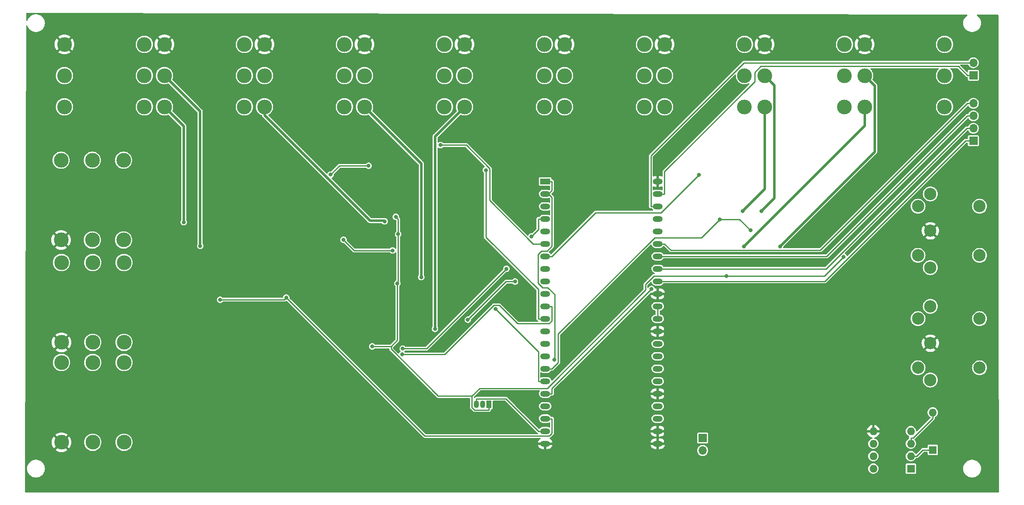
<source format=gbl>
G04 #@! TF.GenerationSoftware,KiCad,Pcbnew,7.0.11+dfsg-1build4*
G04 #@! TF.CreationDate,2024-10-20T23:49:45+01:00*
G04 #@! TF.ProjectId,edrumulus,65647275-6d75-46c7-9573-2e6b69636164,rev?*
G04 #@! TF.SameCoordinates,Original*
G04 #@! TF.FileFunction,Copper,L2,Bot*
G04 #@! TF.FilePolarity,Positive*
%FSLAX46Y46*%
G04 Gerber Fmt 4.6, Leading zero omitted, Abs format (unit mm)*
G04 Created by KiCad (PCBNEW 7.0.11+dfsg-1build4) date 2024-10-20 23:49:45*
%MOMM*%
%LPD*%
G01*
G04 APERTURE LIST*
G04 #@! TA.AperFunction,ComponentPad*
%ADD10C,3.000000*%
G04 #@! TD*
G04 #@! TA.AperFunction,ComponentPad*
%ADD11R,1.050000X1.500000*%
G04 #@! TD*
G04 #@! TA.AperFunction,ComponentPad*
%ADD12O,1.050000X1.500000*%
G04 #@! TD*
G04 #@! TA.AperFunction,ComponentPad*
%ADD13R,1.600000X1.600000*%
G04 #@! TD*
G04 #@! TA.AperFunction,ComponentPad*
%ADD14O,1.600000X1.600000*%
G04 #@! TD*
G04 #@! TA.AperFunction,ComponentPad*
%ADD15R,1.700000X1.700000*%
G04 #@! TD*
G04 #@! TA.AperFunction,ComponentPad*
%ADD16O,1.700000X1.700000*%
G04 #@! TD*
G04 #@! TA.AperFunction,ComponentPad*
%ADD17C,2.500000*%
G04 #@! TD*
G04 #@! TA.AperFunction,ComponentPad*
%ADD18R,2.000000X1.200000*%
G04 #@! TD*
G04 #@! TA.AperFunction,ComponentPad*
%ADD19O,2.000000X1.200000*%
G04 #@! TD*
G04 #@! TA.AperFunction,ViaPad*
%ADD20C,0.800000*%
G04 #@! TD*
G04 #@! TA.AperFunction,Conductor*
%ADD21C,0.254000*%
G04 #@! TD*
G04 #@! TA.AperFunction,Conductor*
%ADD22C,0.508000*%
G04 #@! TD*
G04 APERTURE END LIST*
D10*
X197625000Y-44535000D03*
X213855000Y-44535000D03*
X197625000Y-38185000D03*
X213855000Y-38185000D03*
X197625000Y-50885000D03*
X213855000Y-50885000D03*
D11*
X121285000Y-111400000D03*
D12*
X120015000Y-111400000D03*
X118745000Y-111400000D03*
D13*
X211455000Y-120650000D03*
D14*
X211455000Y-113030000D03*
D10*
X96025000Y-44535000D03*
X112255000Y-44535000D03*
X96025000Y-38185000D03*
X112255000Y-38185000D03*
X96025000Y-50885000D03*
X112255000Y-50885000D03*
X116345000Y-44535000D03*
X132575000Y-44535000D03*
X116345000Y-38185000D03*
X132575000Y-38185000D03*
X116345000Y-50885000D03*
X132575000Y-50885000D03*
D15*
X164719000Y-118232000D03*
D16*
X164719000Y-120772000D03*
D17*
X210964700Y-68588800D03*
X210964700Y-76088800D03*
X210964700Y-83588800D03*
X208464700Y-71088800D03*
X208464700Y-81088800D03*
X220964700Y-81088800D03*
X220964700Y-71088800D03*
D10*
X177305000Y-44535000D03*
X193535000Y-44535000D03*
X177305000Y-38185000D03*
X193535000Y-38185000D03*
X177305000Y-50885000D03*
X193535000Y-50885000D03*
D18*
X132715000Y-66040000D03*
D19*
X132715000Y-68580000D03*
X132715000Y-71120000D03*
X132715000Y-73660000D03*
X132715000Y-76200000D03*
X132715000Y-78740000D03*
X132715000Y-81280000D03*
X132715000Y-83820000D03*
X132715000Y-86360000D03*
X132715000Y-88900000D03*
X132715000Y-91440000D03*
X132715000Y-93980000D03*
X132715000Y-96520000D03*
X132715000Y-99060000D03*
X132715000Y-101600000D03*
X132715000Y-104140000D03*
X132715000Y-106680000D03*
X132715000Y-109220000D03*
X132715000Y-111760000D03*
X132711320Y-114297280D03*
X132711320Y-116837280D03*
X132711320Y-119377280D03*
X155575000Y-119380000D03*
X155575000Y-116840000D03*
X155575000Y-114300000D03*
X155575000Y-111760000D03*
X155575000Y-109220000D03*
X155575000Y-106680000D03*
X155575000Y-104140000D03*
X155575000Y-101600000D03*
X155575000Y-99060000D03*
X155575000Y-96520000D03*
X155575000Y-93980000D03*
X155575000Y-91440000D03*
X155575000Y-88900000D03*
X155575000Y-86360000D03*
X155575000Y-83820000D03*
X155575000Y-81280000D03*
X155575000Y-78740000D03*
X155575000Y-76200000D03*
X155575000Y-73660000D03*
X155575000Y-71120000D03*
X155575000Y-68580000D03*
X155575000Y-66040000D03*
D14*
X199390000Y-124460000D03*
X199390000Y-121920000D03*
X199390000Y-119380000D03*
X199390000Y-116840000D03*
X207010000Y-116840000D03*
X207010000Y-119380000D03*
X207010000Y-121920000D03*
D13*
X207010000Y-124460000D03*
D10*
X40810000Y-98780000D03*
X40810000Y-82550000D03*
X34460000Y-98780000D03*
X34460000Y-82550000D03*
X47160000Y-98780000D03*
X47160000Y-82550000D03*
X136665000Y-44535000D03*
X152895000Y-44535000D03*
X136665000Y-38185000D03*
X152895000Y-38185000D03*
X136665000Y-50885000D03*
X152895000Y-50885000D03*
D15*
X219710000Y-57785000D03*
D16*
X219710000Y-55245000D03*
X219710000Y-52705000D03*
X219710000Y-50165000D03*
D10*
X40725000Y-77965000D03*
X40725000Y-61735000D03*
X34375000Y-77965000D03*
X34375000Y-61735000D03*
X47075000Y-77965000D03*
X47075000Y-61735000D03*
X75705000Y-44535000D03*
X91935000Y-44535000D03*
X75705000Y-38185000D03*
X91935000Y-38185000D03*
X75705000Y-50885000D03*
X91935000Y-50885000D03*
X55385000Y-44535000D03*
X71615000Y-44535000D03*
X55385000Y-38185000D03*
X71615000Y-38185000D03*
X55385000Y-50885000D03*
X71615000Y-50885000D03*
X156985000Y-44535000D03*
X173215000Y-44535000D03*
X156985000Y-38185000D03*
X173215000Y-38185000D03*
X156985000Y-50885000D03*
X173215000Y-50885000D03*
D15*
X219710000Y-44450000D03*
D16*
X219710000Y-41910000D03*
D10*
X40810000Y-119100000D03*
X40810000Y-102870000D03*
X34460000Y-119100000D03*
X34460000Y-102870000D03*
X47160000Y-119100000D03*
X47160000Y-102870000D03*
X35065000Y-44535000D03*
X51295000Y-44535000D03*
X35065000Y-38185000D03*
X51295000Y-38185000D03*
X35065000Y-50885000D03*
X51295000Y-50885000D03*
D17*
X210964700Y-91448800D03*
X210964700Y-98948800D03*
X210964700Y-106448800D03*
X208464700Y-93948800D03*
X208464700Y-103948800D03*
X220964700Y-103948800D03*
X220964700Y-93948800D03*
D20*
X134591700Y-102323600D03*
X102855300Y-76782000D03*
X102383700Y-73240900D03*
X169541300Y-85249800D03*
X193361600Y-81367900D03*
X102695200Y-86790000D03*
X97584600Y-99607300D03*
X99171800Y-74982500D03*
X97982000Y-79261600D03*
X163990500Y-64677800D03*
X103640700Y-101228300D03*
X124861500Y-83820000D03*
X103790200Y-100045500D03*
X126594200Y-86408700D03*
X117002500Y-94176100D03*
X66696100Y-90114000D03*
X80127000Y-89680000D03*
X110333300Y-96043700D03*
X107545200Y-85511000D03*
X100102200Y-74161500D03*
X180441500Y-79241800D03*
X173141300Y-79241800D03*
X176657000Y-72079700D03*
X172847000Y-72094600D03*
X62651900Y-79175300D03*
X59301800Y-74331200D03*
X111441700Y-58653700D03*
X122673900Y-92018500D03*
X154329900Y-87911700D03*
X174438900Y-76014800D03*
X168171800Y-73784400D03*
X120673900Y-63752400D03*
X129904500Y-77262300D03*
X96846400Y-62870500D03*
X89132300Y-64674400D03*
X101724900Y-80093700D03*
X91743000Y-77917000D03*
D21*
X155575000Y-91440000D02*
X155575000Y-93980000D01*
X132715000Y-68580000D02*
X133406500Y-68580000D01*
X132715000Y-66040000D02*
X134097900Y-66040000D01*
X134097900Y-67888600D02*
X134097900Y-66040000D01*
X133406500Y-68580000D02*
X134097900Y-67888600D01*
X134097900Y-69271400D02*
X133406500Y-68580000D01*
X134097900Y-79211300D02*
X134097900Y-69271400D01*
X133114000Y-80195200D02*
X134097900Y-79211300D01*
X131968700Y-80195200D02*
X133114000Y-80195200D01*
X131284400Y-80879500D02*
X131968700Y-80195200D01*
X131284400Y-86746200D02*
X131284400Y-80879500D01*
X132168200Y-87630000D02*
X131284400Y-86746200D01*
X133252800Y-87630000D02*
X132168200Y-87630000D01*
X134649000Y-89026200D02*
X133252800Y-87630000D01*
X134649000Y-102266300D02*
X134649000Y-89026200D01*
X134591700Y-102323600D02*
X134649000Y-102266300D01*
X102855300Y-73712500D02*
X102383700Y-73240900D01*
X102855300Y-76782000D02*
X102855300Y-73712500D01*
X102855300Y-86629900D02*
X102855300Y-76782000D01*
X102695200Y-86790000D02*
X102855300Y-86629900D01*
X189479700Y-85249800D02*
X169541300Y-85249800D01*
X193361600Y-81367900D02*
X189479700Y-85249800D01*
X102695200Y-98343900D02*
X102695200Y-86790000D01*
X101431800Y-99607300D02*
X102695200Y-98343900D01*
X121285000Y-111400000D02*
X121285000Y-112532900D01*
X101431800Y-100128900D02*
X101431800Y-99607300D01*
X110996200Y-109693300D02*
X101431800Y-100128900D01*
X117817400Y-109693300D02*
X110996200Y-109693300D01*
X117817400Y-112000500D02*
X117817400Y-109693300D01*
X118349800Y-112532900D02*
X117817400Y-112000500D01*
X121285000Y-112532900D02*
X118349800Y-112532900D01*
X154846000Y-85249800D02*
X169541300Y-85249800D01*
X153115100Y-86980700D02*
X154846000Y-85249800D01*
X153115100Y-88117400D02*
X153115100Y-86980700D01*
X133102700Y-108129800D02*
X153115100Y-88117400D01*
X119380900Y-108129800D02*
X133102700Y-108129800D01*
X117817400Y-109693300D02*
X119380900Y-108129800D01*
X97584600Y-99607300D02*
X101431800Y-99607300D01*
X124758200Y-110267100D02*
X118745000Y-110267100D01*
X131328400Y-116837300D02*
X124758200Y-110267100D01*
X132711300Y-116837300D02*
X131328400Y-116837300D01*
X118745000Y-111400000D02*
X118745000Y-110267100D01*
X155575000Y-96520000D02*
X156957900Y-96520000D01*
X155575000Y-88900000D02*
X156957900Y-88900000D01*
X212628800Y-97284700D02*
X210964700Y-98948800D01*
X212628800Y-77752900D02*
X212628800Y-97284700D01*
X210964700Y-76088800D02*
X212628800Y-77752900D01*
X156957900Y-88900000D02*
X156957900Y-96520000D01*
X156957900Y-96520000D02*
X156957900Y-109220000D01*
X155575000Y-109220000D02*
X156830000Y-109220000D01*
X156956400Y-109220000D02*
X156957900Y-109220000D01*
X156830000Y-109220000D02*
X156956400Y-109220000D01*
X156957900Y-109221500D02*
X156957900Y-116840000D01*
X156956400Y-109220000D02*
X156957900Y-109221500D01*
X155575000Y-116840000D02*
X156957900Y-116840000D01*
X99171800Y-78071800D02*
X99171800Y-74982500D01*
X97982000Y-79261600D02*
X99171800Y-78071800D01*
X156957900Y-119380000D02*
X156957900Y-116840000D01*
X155575000Y-119380000D02*
X156957900Y-119380000D01*
X219710000Y-50165000D02*
X218477100Y-50165000D01*
X155575000Y-78740000D02*
X156957900Y-78740000D01*
X158242700Y-80024800D02*
X156957900Y-78740000D01*
X188617300Y-80024800D02*
X158242700Y-80024800D01*
X218477100Y-50165000D02*
X188617300Y-80024800D01*
X155575000Y-81280000D02*
X156957900Y-81280000D01*
X189902100Y-81280000D02*
X156957900Y-81280000D01*
X218477100Y-52705000D02*
X189902100Y-81280000D01*
X219710000Y-52705000D02*
X218477100Y-52705000D01*
X155575000Y-83820000D02*
X156957900Y-83820000D01*
X219710000Y-55245000D02*
X218477100Y-55245000D01*
X189802400Y-83820000D02*
X156957900Y-83820000D01*
X218377400Y-55245000D02*
X189802400Y-83820000D01*
X218477100Y-55245000D02*
X218377400Y-55245000D01*
X218116600Y-57785000D02*
X219710000Y-57785000D01*
X189541600Y-86360000D02*
X218116600Y-57785000D01*
X156957900Y-86360000D02*
X189541600Y-86360000D01*
X155575000Y-86360000D02*
X156957900Y-86360000D01*
X173108800Y-41910000D02*
X219710000Y-41910000D01*
X154192100Y-60826700D02*
X173108800Y-41910000D01*
X154192100Y-71120000D02*
X154192100Y-60826700D01*
X155575000Y-71120000D02*
X154192100Y-71120000D01*
X155575000Y-68580000D02*
X156957900Y-68580000D01*
X219710000Y-44450000D02*
X218477100Y-44450000D01*
X216670100Y-42643000D02*
X218477100Y-44450000D01*
X176526200Y-42643000D02*
X216670100Y-42643000D01*
X175260100Y-43909100D02*
X176526200Y-42643000D01*
X175260100Y-45746100D02*
X175260100Y-43909100D01*
X156957900Y-64048300D02*
X175260100Y-45746100D01*
X156957900Y-68580000D02*
X156957900Y-64048300D01*
X156278300Y-72390000D02*
X163990500Y-64677800D01*
X142987900Y-72390000D02*
X156278300Y-72390000D01*
X134097900Y-81280000D02*
X142987900Y-72390000D01*
X132715000Y-81280000D02*
X134097900Y-81280000D01*
X207470800Y-118197100D02*
X211455000Y-114212900D01*
X207010000Y-118197100D02*
X207470800Y-118197100D01*
X207010000Y-119380000D02*
X207010000Y-118197100D01*
X211455000Y-113030000D02*
X211455000Y-114212900D01*
X209462900Y-120650000D02*
X211455000Y-120650000D01*
X208192900Y-121920000D02*
X209462900Y-120650000D01*
X207010000Y-121920000D02*
X208192900Y-121920000D01*
X132715000Y-91440000D02*
X134097900Y-91440000D01*
X112312400Y-101228300D02*
X103640700Y-101228300D01*
X122313800Y-91226900D02*
X112312400Y-101228300D01*
X123366400Y-91226900D02*
X122313800Y-91226900D01*
X127117000Y-94977500D02*
X123366400Y-91226900D01*
X133518400Y-94977500D02*
X127117000Y-94977500D01*
X134097900Y-94398000D02*
X133518400Y-94977500D01*
X134097900Y-91440000D02*
X134097900Y-94398000D01*
X108636000Y-100045500D02*
X103790200Y-100045500D01*
X124861500Y-83820000D02*
X108636000Y-100045500D01*
X124769900Y-86408700D02*
X117002500Y-94176100D01*
X126594200Y-86408700D02*
X124769900Y-86408700D01*
X132711300Y-114297300D02*
X134094200Y-114297300D01*
X134094200Y-117263100D02*
X134094200Y-114297300D01*
X133534300Y-117823000D02*
X134094200Y-117263100D01*
X108270000Y-117823000D02*
X133534300Y-117823000D01*
X80127000Y-89680000D02*
X108270000Y-117823000D01*
X79693000Y-90114000D02*
X80127000Y-89680000D01*
X66696100Y-90114000D02*
X79693000Y-90114000D01*
D22*
X110333300Y-56896700D02*
X110333300Y-96043700D01*
X116345000Y-50885000D02*
X110333300Y-56896700D01*
X107545200Y-62405200D02*
X107545200Y-85511000D01*
X96025000Y-50885000D02*
X107545200Y-62405200D01*
X99964500Y-74023800D02*
X100102200Y-74161500D01*
X97159300Y-74023800D02*
X99964500Y-74023800D01*
X75705000Y-52569500D02*
X97159300Y-74023800D01*
X75705000Y-50885000D02*
X75705000Y-52569500D01*
X199651400Y-60031900D02*
X180441500Y-79241800D01*
X199651400Y-46561400D02*
X199651400Y-60031900D01*
X197625000Y-44535000D02*
X199651400Y-46561400D01*
X197625000Y-54758100D02*
X173141300Y-79241800D01*
X197625000Y-50885000D02*
X197625000Y-54758100D01*
X179317200Y-69419500D02*
X176657000Y-72079700D01*
X179317200Y-46547200D02*
X179317200Y-69419500D01*
X177305000Y-44535000D02*
X179317200Y-46547200D01*
X177305000Y-67636600D02*
X172847000Y-72094600D01*
X177305000Y-50885000D02*
X177305000Y-67636600D01*
X62651900Y-51801900D02*
X62651900Y-79175300D01*
X55385000Y-44535000D02*
X62651900Y-51801900D01*
X59301800Y-54801800D02*
X59301800Y-74331200D01*
X55385000Y-50885000D02*
X59301800Y-54801800D01*
D21*
X116682400Y-58653700D02*
X111441700Y-58653700D01*
X121456800Y-63428100D02*
X116682400Y-58653700D01*
X121456800Y-69921700D02*
X121456800Y-63428100D01*
X130275100Y-78740000D02*
X121456800Y-69921700D01*
X132715000Y-78740000D02*
X130275100Y-78740000D01*
X131332100Y-100676700D02*
X122673900Y-92018500D01*
X131332100Y-106680000D02*
X131332100Y-100676700D01*
X132715000Y-106680000D02*
X131332100Y-106680000D01*
X132715000Y-109220000D02*
X134097900Y-109220000D01*
X134097900Y-108143700D02*
X154329900Y-87911700D01*
X134097900Y-109220000D02*
X134097900Y-108143700D01*
X132715000Y-104140000D02*
X134097900Y-104140000D01*
X172208500Y-73784400D02*
X168171800Y-73784400D01*
X174438900Y-76014800D02*
X172208500Y-73784400D01*
X164462700Y-77493500D02*
X168171800Y-73784400D01*
X154972900Y-77493500D02*
X164462700Y-77493500D01*
X135374600Y-97091800D02*
X154972900Y-77493500D01*
X135374600Y-102863300D02*
X135374600Y-97091800D01*
X134097900Y-104140000D02*
X135374600Y-102863300D01*
X132715000Y-93980000D02*
X131332100Y-93980000D01*
X120673900Y-77379100D02*
X120673900Y-63752400D01*
X131332100Y-88037300D02*
X120673900Y-77379100D01*
X131332100Y-93980000D02*
X131332100Y-88037300D01*
X131332100Y-75834700D02*
X129904500Y-77262300D01*
X131332100Y-73660000D02*
X131332100Y-75834700D01*
X132715000Y-73660000D02*
X131332100Y-73660000D01*
X90936200Y-62870500D02*
X96846400Y-62870500D01*
X89132300Y-64674400D02*
X90936200Y-62870500D01*
X93919700Y-80093700D02*
X101724900Y-80093700D01*
X91743000Y-77917000D02*
X93919700Y-80093700D01*
G04 #@! TA.AperFunction,Conductor*
G36*
X155825000Y-67140000D02*
G01*
X156027398Y-67140000D01*
X156184122Y-67125034D01*
X156184126Y-67125033D01*
X156385686Y-67065850D01*
X156395578Y-67060751D01*
X156464185Y-67047527D01*
X156529050Y-67073494D01*
X156569580Y-67130408D01*
X156576400Y-67170966D01*
X156576400Y-67722721D01*
X156556715Y-67789760D01*
X156503911Y-67835515D01*
X156434753Y-67845459D01*
X156400334Y-67835260D01*
X156249456Y-67765456D01*
X156249448Y-67765453D01*
X156067933Y-67725500D01*
X155128668Y-67725500D01*
X155128666Y-67725500D01*
X154990226Y-67740556D01*
X154990223Y-67740557D01*
X154900717Y-67770715D01*
X154814089Y-67799904D01*
X154814086Y-67799905D01*
X154814085Y-67799906D01*
X154761528Y-67831528D01*
X154693936Y-67849223D01*
X154627508Y-67827566D01*
X154583333Y-67773433D01*
X154573600Y-67725277D01*
X154573600Y-67167321D01*
X154593285Y-67100282D01*
X154646089Y-67054527D01*
X154715247Y-67044583D01*
X154743687Y-67052204D01*
X154863680Y-67100242D01*
X154863685Y-67100244D01*
X155069962Y-67140000D01*
X155325000Y-67140000D01*
X155325000Y-66355686D01*
X155336955Y-66367641D01*
X155449852Y-66425165D01*
X155543519Y-66440000D01*
X155606481Y-66440000D01*
X155700148Y-66425165D01*
X155813045Y-66367641D01*
X155825000Y-66355686D01*
X155825000Y-67140000D01*
G37*
G04 #@! TD.AperFunction*
G04 #@! TA.AperFunction,Conductor*
G36*
X171385303Y-44275532D02*
G01*
X171441236Y-44317404D01*
X171465653Y-44382868D01*
X171465622Y-44400980D01*
X171455580Y-44534995D01*
X171455580Y-44535004D01*
X171475229Y-44797218D01*
X171475230Y-44797223D01*
X171475230Y-44797227D01*
X171475231Y-44797228D01*
X171478752Y-44812654D01*
X171533742Y-45053584D01*
X171533744Y-45053593D01*
X171533746Y-45053598D01*
X171629817Y-45298384D01*
X171761299Y-45526117D01*
X171925254Y-45731710D01*
X172118020Y-45910570D01*
X172335290Y-46058702D01*
X172572212Y-46172798D01*
X172823492Y-46250308D01*
X172823493Y-46250308D01*
X172823496Y-46250309D01*
X173083510Y-46289499D01*
X173083515Y-46289499D01*
X173083518Y-46289500D01*
X173083519Y-46289500D01*
X173346481Y-46289500D01*
X173346482Y-46289500D01*
X173346489Y-46289499D01*
X173606503Y-46250309D01*
X173606504Y-46250308D01*
X173606508Y-46250308D01*
X173857788Y-46172798D01*
X174041438Y-46084356D01*
X174110376Y-46073005D01*
X174174511Y-46100727D01*
X174213477Y-46158722D01*
X174214902Y-46228577D01*
X174182918Y-46283758D01*
X156725209Y-63741466D01*
X156705354Y-63757591D01*
X156695945Y-63763738D01*
X156695941Y-63763742D01*
X156676112Y-63789217D01*
X156665966Y-63800709D01*
X156665799Y-63800875D01*
X156665784Y-63800893D01*
X156653483Y-63818120D01*
X156650427Y-63822218D01*
X156617743Y-63864212D01*
X156613935Y-63871247D01*
X156610424Y-63878431D01*
X156595234Y-63929451D01*
X156593671Y-63934330D01*
X156576399Y-63984638D01*
X156575085Y-63992514D01*
X156574094Y-64000462D01*
X156576294Y-64053621D01*
X156576400Y-64058746D01*
X156576400Y-64912678D01*
X156556715Y-64979717D01*
X156503911Y-65025472D01*
X156434753Y-65035416D01*
X156406314Y-65027796D01*
X156286314Y-64979755D01*
X156080038Y-64940000D01*
X155825000Y-64940000D01*
X155825000Y-65724314D01*
X155813045Y-65712359D01*
X155700148Y-65654835D01*
X155606481Y-65640000D01*
X155543519Y-65640000D01*
X155449852Y-65654835D01*
X155336955Y-65712359D01*
X155325000Y-65724314D01*
X155325000Y-64940000D01*
X155122602Y-64940000D01*
X154965877Y-64954965D01*
X154965873Y-64954966D01*
X154764311Y-65014149D01*
X154754416Y-65019251D01*
X154685808Y-65032471D01*
X154620945Y-65006501D01*
X154580418Y-64949585D01*
X154573600Y-64909033D01*
X154573600Y-61036084D01*
X154593285Y-60969045D01*
X154609919Y-60948403D01*
X162921583Y-52636739D01*
X171254290Y-44304031D01*
X171315611Y-44270548D01*
X171385303Y-44275532D01*
G37*
G04 #@! TD.AperFunction*
G04 #@! TA.AperFunction,Conductor*
G36*
X218390085Y-32118652D02*
G01*
X218457083Y-32138465D01*
X218502736Y-32191357D01*
X218512546Y-32260535D01*
X218483398Y-32324034D01*
X218459694Y-32345104D01*
X218326478Y-32435929D01*
X218127993Y-32620097D01*
X218127991Y-32620099D01*
X217959172Y-32831791D01*
X217823789Y-33066279D01*
X217724870Y-33318322D01*
X217724864Y-33318341D01*
X217664616Y-33582307D01*
X217664615Y-33582312D01*
X217644383Y-33852306D01*
X217644383Y-33852315D01*
X217664615Y-34122309D01*
X217664616Y-34122314D01*
X217724864Y-34386280D01*
X217724866Y-34386289D01*
X217724868Y-34386294D01*
X217823789Y-34638342D01*
X217959172Y-34872831D01*
X218127991Y-35084523D01*
X218326475Y-35268690D01*
X218550192Y-35421217D01*
X218794142Y-35538698D01*
X219052877Y-35618507D01*
X219052878Y-35618507D01*
X219052881Y-35618508D01*
X219320610Y-35658861D01*
X219320615Y-35658861D01*
X219320618Y-35658862D01*
X219320619Y-35658862D01*
X219591381Y-35658862D01*
X219591382Y-35658862D01*
X219591389Y-35658861D01*
X219859118Y-35618508D01*
X219859119Y-35618507D01*
X219859123Y-35618507D01*
X220117858Y-35538698D01*
X220361809Y-35421217D01*
X220585525Y-35268690D01*
X220784009Y-35084523D01*
X220952828Y-34872831D01*
X221088211Y-34638342D01*
X221187132Y-34386294D01*
X221247383Y-34122319D01*
X221267617Y-33852311D01*
X221247383Y-33582303D01*
X221187132Y-33318328D01*
X221088211Y-33066280D01*
X220952828Y-32831791D01*
X220784009Y-32620099D01*
X220585525Y-32435932D01*
X220458355Y-32349229D01*
X220414055Y-32295202D01*
X220405996Y-32225798D01*
X220436739Y-32163056D01*
X220496523Y-32126894D01*
X220528441Y-32122777D01*
X224666401Y-32130761D01*
X224733402Y-32150575D01*
X224779055Y-32203467D01*
X224790161Y-32254599D01*
X224867231Y-91212719D01*
X224916837Y-129161678D01*
X224916838Y-129161838D01*
X224897241Y-129228903D01*
X224844497Y-129274727D01*
X224792838Y-129286000D01*
X27175323Y-129286000D01*
X27108284Y-129266315D01*
X27062529Y-129213511D01*
X27051323Y-129161678D01*
X27063535Y-124460004D01*
X27458132Y-124460004D01*
X27478364Y-124729998D01*
X27478365Y-124730003D01*
X27538613Y-124993969D01*
X27538615Y-124993978D01*
X27538617Y-124993983D01*
X27637538Y-125246031D01*
X27772921Y-125480520D01*
X27941740Y-125692212D01*
X28140224Y-125876379D01*
X28363941Y-126028906D01*
X28607891Y-126146387D01*
X28866626Y-126226196D01*
X28866627Y-126226196D01*
X28866630Y-126226197D01*
X29134359Y-126266550D01*
X29134364Y-126266550D01*
X29134367Y-126266551D01*
X29134368Y-126266551D01*
X29405130Y-126266551D01*
X29405131Y-126266551D01*
X29405138Y-126266550D01*
X29672867Y-126226197D01*
X29672868Y-126226196D01*
X29672872Y-126226196D01*
X29931607Y-126146387D01*
X30175558Y-126028906D01*
X30399274Y-125876379D01*
X30597758Y-125692212D01*
X30766577Y-125480520D01*
X30901960Y-125246031D01*
X31000881Y-124993983D01*
X31061132Y-124730008D01*
X31081366Y-124460000D01*
X198330398Y-124460000D01*
X198350757Y-124666716D01*
X198411056Y-124865496D01*
X198508969Y-125048677D01*
X198508974Y-125048684D01*
X198640747Y-125209252D01*
X198733124Y-125285063D01*
X198801317Y-125341027D01*
X198801320Y-125341028D01*
X198801322Y-125341030D01*
X198984503Y-125438943D01*
X198984505Y-125438943D01*
X198984508Y-125438945D01*
X199183282Y-125499242D01*
X199390000Y-125519602D01*
X199596718Y-125499242D01*
X199795492Y-125438945D01*
X199978683Y-125341027D01*
X200046876Y-125285063D01*
X205955500Y-125285063D01*
X205970266Y-125359301D01*
X206026515Y-125443484D01*
X206059969Y-125465837D01*
X206110699Y-125499734D01*
X206110702Y-125499734D01*
X206110703Y-125499735D01*
X206135666Y-125504700D01*
X206184933Y-125514500D01*
X207835066Y-125514499D01*
X207909301Y-125499734D01*
X207993484Y-125443484D01*
X208049734Y-125359301D01*
X208064500Y-125285067D01*
X208064500Y-124460004D01*
X217644383Y-124460004D01*
X217664615Y-124729998D01*
X217664616Y-124730003D01*
X217724864Y-124993969D01*
X217724866Y-124993978D01*
X217724868Y-124993983D01*
X217823789Y-125246031D01*
X217959172Y-125480520D01*
X218127991Y-125692212D01*
X218326475Y-125876379D01*
X218550192Y-126028906D01*
X218794142Y-126146387D01*
X219052877Y-126226196D01*
X219052878Y-126226196D01*
X219052881Y-126226197D01*
X219320610Y-126266550D01*
X219320615Y-126266550D01*
X219320618Y-126266551D01*
X219320619Y-126266551D01*
X219591381Y-126266551D01*
X219591382Y-126266551D01*
X219591389Y-126266550D01*
X219859118Y-126226197D01*
X219859119Y-126226196D01*
X219859123Y-126226196D01*
X220117858Y-126146387D01*
X220361809Y-126028906D01*
X220585525Y-125876379D01*
X220784009Y-125692212D01*
X220952828Y-125480520D01*
X221088211Y-125246031D01*
X221187132Y-124993983D01*
X221247383Y-124730008D01*
X221267617Y-124460000D01*
X221247383Y-124189992D01*
X221187132Y-123926017D01*
X221088211Y-123673969D01*
X220952828Y-123439480D01*
X220784009Y-123227788D01*
X220585525Y-123043621D01*
X220361809Y-122891094D01*
X220361805Y-122891092D01*
X220361804Y-122891091D01*
X220117858Y-122773613D01*
X219859124Y-122693804D01*
X219859118Y-122693802D01*
X219591389Y-122653449D01*
X219591382Y-122653449D01*
X219320618Y-122653449D01*
X219320610Y-122653449D01*
X219052881Y-122693802D01*
X219052875Y-122693804D01*
X218893257Y-122743040D01*
X218794142Y-122773613D01*
X218794140Y-122773614D01*
X218794136Y-122773615D01*
X218550195Y-122891092D01*
X218550191Y-122891094D01*
X218326477Y-123043619D01*
X218127993Y-123227786D01*
X218127991Y-123227788D01*
X217959172Y-123439480D01*
X217823789Y-123673968D01*
X217724870Y-123926011D01*
X217724864Y-123926030D01*
X217664616Y-124189996D01*
X217664615Y-124190001D01*
X217644383Y-124459995D01*
X217644383Y-124460004D01*
X208064500Y-124460004D01*
X208064499Y-123634934D01*
X208049734Y-123560699D01*
X207996518Y-123481056D01*
X207993484Y-123476515D01*
X207938056Y-123439480D01*
X207909301Y-123420266D01*
X207909299Y-123420265D01*
X207909296Y-123420264D01*
X207835069Y-123405500D01*
X206184936Y-123405500D01*
X206110698Y-123420266D01*
X206026515Y-123476515D01*
X205970266Y-123560699D01*
X205970264Y-123560703D01*
X205955500Y-123634928D01*
X205955500Y-125285063D01*
X200046876Y-125285063D01*
X200139252Y-125209252D01*
X200271027Y-125048683D01*
X200368945Y-124865492D01*
X200429242Y-124666718D01*
X200449602Y-124460000D01*
X200429242Y-124253282D01*
X200368945Y-124054508D01*
X200368943Y-124054505D01*
X200368943Y-124054503D01*
X200271030Y-123871322D01*
X200271028Y-123871320D01*
X200271027Y-123871317D01*
X200230950Y-123822483D01*
X200139252Y-123710747D01*
X199978684Y-123578974D01*
X199978677Y-123578969D01*
X199795496Y-123481056D01*
X199596716Y-123420757D01*
X199390000Y-123400398D01*
X199183283Y-123420757D01*
X198984503Y-123481056D01*
X198801322Y-123578969D01*
X198801315Y-123578974D01*
X198640747Y-123710747D01*
X198508974Y-123871315D01*
X198508969Y-123871322D01*
X198411056Y-124054503D01*
X198350757Y-124253283D01*
X198330398Y-124460000D01*
X31081366Y-124460000D01*
X31061132Y-124189992D01*
X31000881Y-123926017D01*
X30901960Y-123673969D01*
X30766577Y-123439480D01*
X30597758Y-123227788D01*
X30399274Y-123043621D01*
X30175558Y-122891094D01*
X30175554Y-122891092D01*
X30175553Y-122891091D01*
X29931607Y-122773613D01*
X29672873Y-122693804D01*
X29672867Y-122693802D01*
X29405138Y-122653449D01*
X29405131Y-122653449D01*
X29134367Y-122653449D01*
X29134359Y-122653449D01*
X28866630Y-122693802D01*
X28866624Y-122693804D01*
X28707006Y-122743040D01*
X28607891Y-122773613D01*
X28607889Y-122773614D01*
X28607885Y-122773615D01*
X28363944Y-122891092D01*
X28363940Y-122891094D01*
X28140226Y-123043619D01*
X27941742Y-123227786D01*
X27941740Y-123227788D01*
X27772921Y-123439480D01*
X27637538Y-123673968D01*
X27538619Y-123926011D01*
X27538613Y-123926030D01*
X27478365Y-124189996D01*
X27478364Y-124190001D01*
X27458132Y-124459995D01*
X27458132Y-124460004D01*
X27063535Y-124460004D01*
X27070133Y-121920000D01*
X198330398Y-121920000D01*
X198350757Y-122126716D01*
X198411056Y-122325496D01*
X198508969Y-122508677D01*
X198508974Y-122508684D01*
X198640747Y-122669252D01*
X198752483Y-122760950D01*
X198801317Y-122801027D01*
X198801320Y-122801028D01*
X198801322Y-122801030D01*
X198984503Y-122898943D01*
X198984505Y-122898943D01*
X198984508Y-122898945D01*
X199183282Y-122959242D01*
X199390000Y-122979602D01*
X199596718Y-122959242D01*
X199795492Y-122898945D01*
X199978683Y-122801027D01*
X200139252Y-122669252D01*
X200271027Y-122508683D01*
X200368945Y-122325492D01*
X200429242Y-122126718D01*
X200449602Y-121920000D01*
X205950398Y-121920000D01*
X205970757Y-122126716D01*
X206031056Y-122325496D01*
X206128969Y-122508677D01*
X206128974Y-122508684D01*
X206260747Y-122669252D01*
X206372483Y-122760950D01*
X206421317Y-122801027D01*
X206421320Y-122801028D01*
X206421322Y-122801030D01*
X206604503Y-122898943D01*
X206604505Y-122898943D01*
X206604508Y-122898945D01*
X206803282Y-122959242D01*
X207010000Y-122979602D01*
X207216718Y-122959242D01*
X207415492Y-122898945D01*
X207598683Y-122801027D01*
X207759252Y-122669252D01*
X207891027Y-122508683D01*
X207908421Y-122476139D01*
X207966734Y-122367047D01*
X208015696Y-122317202D01*
X208076092Y-122301500D01*
X208140473Y-122301500D01*
X208165918Y-122304139D01*
X208169861Y-122304965D01*
X208176917Y-122306445D01*
X208208950Y-122302452D01*
X208224288Y-122301500D01*
X208224508Y-122301500D01*
X208224511Y-122301500D01*
X208224514Y-122301499D01*
X208224519Y-122301499D01*
X208231073Y-122300404D01*
X208245387Y-122298015D01*
X208250410Y-122297283D01*
X208303260Y-122290696D01*
X208303261Y-122290695D01*
X208310913Y-122288416D01*
X208318480Y-122285818D01*
X208318486Y-122285818D01*
X208365299Y-122260483D01*
X208369802Y-122258164D01*
X208417646Y-122234776D01*
X208417649Y-122234772D01*
X208417651Y-122234772D01*
X208424163Y-122230122D01*
X208430457Y-122225223D01*
X208430457Y-122225222D01*
X208430462Y-122225220D01*
X208466538Y-122186029D01*
X208470040Y-122182380D01*
X209584603Y-121067819D01*
X209645926Y-121034334D01*
X209672284Y-121031500D01*
X210276501Y-121031500D01*
X210343540Y-121051185D01*
X210389295Y-121103989D01*
X210400501Y-121155500D01*
X210400501Y-121475066D01*
X210413118Y-121538500D01*
X210415266Y-121549301D01*
X210471515Y-121633484D01*
X210505234Y-121656014D01*
X210555699Y-121689734D01*
X210555702Y-121689734D01*
X210555703Y-121689735D01*
X210580666Y-121694700D01*
X210629933Y-121704500D01*
X212280066Y-121704499D01*
X212354301Y-121689734D01*
X212438484Y-121633484D01*
X212494734Y-121549301D01*
X212509500Y-121475067D01*
X212509499Y-119824934D01*
X212494734Y-119750699D01*
X212464274Y-119705113D01*
X212438484Y-119666515D01*
X212379764Y-119627280D01*
X212354301Y-119610266D01*
X212354299Y-119610265D01*
X212354296Y-119610264D01*
X212280069Y-119595500D01*
X210629936Y-119595500D01*
X210555698Y-119610266D01*
X210471515Y-119666515D01*
X210415266Y-119750699D01*
X210415264Y-119750703D01*
X210400500Y-119824928D01*
X210400500Y-120144500D01*
X210380815Y-120211539D01*
X210328011Y-120257294D01*
X210276500Y-120268500D01*
X209515327Y-120268500D01*
X209489882Y-120265861D01*
X209478884Y-120263555D01*
X209478881Y-120263555D01*
X209446850Y-120267548D01*
X209431512Y-120268500D01*
X209431289Y-120268500D01*
X209410415Y-120271982D01*
X209405353Y-120272719D01*
X209352545Y-120279302D01*
X209344866Y-120281588D01*
X209337313Y-120284181D01*
X209290527Y-120309501D01*
X209285973Y-120311845D01*
X209238155Y-120335223D01*
X209231642Y-120339872D01*
X209225337Y-120344780D01*
X209189284Y-120383943D01*
X209185737Y-120387639D01*
X208131525Y-121441851D01*
X208070202Y-121475336D01*
X208000510Y-121470352D01*
X207944577Y-121428480D01*
X207934488Y-121412627D01*
X207891027Y-121331317D01*
X207850950Y-121282483D01*
X207759252Y-121170747D01*
X207598684Y-121038974D01*
X207598677Y-121038969D01*
X207415496Y-120941056D01*
X207216716Y-120880757D01*
X207010000Y-120860398D01*
X206803283Y-120880757D01*
X206604503Y-120941056D01*
X206421322Y-121038969D01*
X206421315Y-121038974D01*
X206260747Y-121170747D01*
X206128974Y-121331315D01*
X206128969Y-121331322D01*
X206031056Y-121514503D01*
X205970757Y-121713283D01*
X205950398Y-121920000D01*
X200449602Y-121920000D01*
X200429242Y-121713282D01*
X200368945Y-121514508D01*
X200368943Y-121514505D01*
X200368943Y-121514503D01*
X200271030Y-121331322D01*
X200271028Y-121331320D01*
X200271027Y-121331317D01*
X200230950Y-121282483D01*
X200139252Y-121170747D01*
X199978684Y-121038974D01*
X199978677Y-121038969D01*
X199795496Y-120941056D01*
X199596716Y-120880757D01*
X199390000Y-120860398D01*
X199183283Y-120880757D01*
X198984503Y-120941056D01*
X198801322Y-121038969D01*
X198801315Y-121038974D01*
X198640747Y-121170747D01*
X198508974Y-121331315D01*
X198508969Y-121331322D01*
X198411056Y-121514503D01*
X198350757Y-121713283D01*
X198330398Y-121920000D01*
X27070133Y-121920000D01*
X27071598Y-121355935D01*
X27077457Y-119100001D01*
X32454891Y-119100001D01*
X32475300Y-119385362D01*
X32536109Y-119664895D01*
X32636091Y-119932958D01*
X32773191Y-120184038D01*
X32773196Y-120184046D01*
X32879882Y-120326561D01*
X32879883Y-120326562D01*
X33819859Y-119386586D01*
X33879680Y-119500566D01*
X33992405Y-119627806D01*
X34132305Y-119724371D01*
X34173542Y-119740010D01*
X33233436Y-120680115D01*
X33375960Y-120786807D01*
X33375961Y-120786808D01*
X33627042Y-120923908D01*
X33627041Y-120923908D01*
X33895104Y-121023890D01*
X34174637Y-121084699D01*
X34459999Y-121105109D01*
X34460001Y-121105109D01*
X34745362Y-121084699D01*
X35024895Y-121023890D01*
X35292958Y-120923908D01*
X35544047Y-120786803D01*
X35686561Y-120680116D01*
X35686562Y-120680115D01*
X34746458Y-119740010D01*
X34787695Y-119724371D01*
X34927595Y-119627806D01*
X35040320Y-119500566D01*
X35100140Y-119386587D01*
X36040115Y-120326562D01*
X36040116Y-120326561D01*
X36146803Y-120184047D01*
X36283908Y-119932958D01*
X36383890Y-119664895D01*
X36444699Y-119385362D01*
X36465109Y-119100004D01*
X39050580Y-119100004D01*
X39070229Y-119362218D01*
X39070230Y-119362223D01*
X39128742Y-119618584D01*
X39128744Y-119618593D01*
X39128746Y-119618598D01*
X39224817Y-119863384D01*
X39356299Y-120091117D01*
X39520254Y-120296710D01*
X39713020Y-120475570D01*
X39930290Y-120623702D01*
X40167212Y-120737798D01*
X40418492Y-120815308D01*
X40418493Y-120815308D01*
X40418496Y-120815309D01*
X40678510Y-120854499D01*
X40678515Y-120854499D01*
X40678518Y-120854500D01*
X40678519Y-120854500D01*
X40941481Y-120854500D01*
X40941482Y-120854500D01*
X40941489Y-120854499D01*
X41201503Y-120815309D01*
X41201504Y-120815308D01*
X41201508Y-120815308D01*
X41452788Y-120737798D01*
X41689710Y-120623702D01*
X41906980Y-120475570D01*
X42099746Y-120296710D01*
X42263701Y-120091117D01*
X42395183Y-119863384D01*
X42491254Y-119618598D01*
X42549769Y-119362228D01*
X42551697Y-119336499D01*
X42569420Y-119100004D01*
X45400580Y-119100004D01*
X45420229Y-119362218D01*
X45420230Y-119362223D01*
X45478742Y-119618584D01*
X45478744Y-119618593D01*
X45478746Y-119618598D01*
X45574817Y-119863384D01*
X45706299Y-120091117D01*
X45870254Y-120296710D01*
X46063020Y-120475570D01*
X46280290Y-120623702D01*
X46517212Y-120737798D01*
X46768492Y-120815308D01*
X46768493Y-120815308D01*
X46768496Y-120815309D01*
X47028510Y-120854499D01*
X47028515Y-120854499D01*
X47028518Y-120854500D01*
X47028519Y-120854500D01*
X47291481Y-120854500D01*
X47291482Y-120854500D01*
X47291489Y-120854499D01*
X47551503Y-120815309D01*
X47551504Y-120815308D01*
X47551508Y-120815308D01*
X47691908Y-120772000D01*
X163609768Y-120772000D01*
X163628654Y-120975816D01*
X163628654Y-120975818D01*
X163628655Y-120975821D01*
X163679778Y-121155500D01*
X163684673Y-121172704D01*
X163775912Y-121355935D01*
X163899269Y-121519287D01*
X164050537Y-121657185D01*
X164050539Y-121657187D01*
X164224569Y-121764942D01*
X164224575Y-121764945D01*
X164265010Y-121780609D01*
X164415444Y-121838888D01*
X164616653Y-121876500D01*
X164616656Y-121876500D01*
X164821344Y-121876500D01*
X164821347Y-121876500D01*
X165022556Y-121838888D01*
X165213427Y-121764944D01*
X165387462Y-121657186D01*
X165538732Y-121519285D01*
X165662088Y-121355935D01*
X165753328Y-121172701D01*
X165809345Y-120975821D01*
X165828232Y-120772000D01*
X165809345Y-120568179D01*
X165753328Y-120371299D01*
X165662088Y-120188065D01*
X165538732Y-120024715D01*
X165538730Y-120024712D01*
X165387462Y-119886814D01*
X165387460Y-119886812D01*
X165213430Y-119779057D01*
X165213424Y-119779054D01*
X165029084Y-119707641D01*
X165022556Y-119705112D01*
X164821347Y-119667500D01*
X164616653Y-119667500D01*
X164415444Y-119705112D01*
X164415441Y-119705112D01*
X164415441Y-119705113D01*
X164224575Y-119779054D01*
X164224569Y-119779057D01*
X164050539Y-119886812D01*
X164050537Y-119886814D01*
X163899269Y-120024712D01*
X163775912Y-120188064D01*
X163684673Y-120371295D01*
X163628654Y-120568183D01*
X163609768Y-120771999D01*
X163609768Y-120772000D01*
X47691908Y-120772000D01*
X47802788Y-120737798D01*
X48039710Y-120623702D01*
X48256980Y-120475570D01*
X48449746Y-120296710D01*
X48613701Y-120091117D01*
X48745183Y-119863384D01*
X48841254Y-119618598D01*
X48899769Y-119362228D01*
X48901697Y-119336499D01*
X48919420Y-119100004D01*
X48919420Y-119099995D01*
X48899770Y-118837781D01*
X48899769Y-118837776D01*
X48899769Y-118837772D01*
X48841254Y-118581402D01*
X48745183Y-118336616D01*
X48613701Y-118108883D01*
X48449746Y-117903290D01*
X48256980Y-117724430D01*
X48039710Y-117576298D01*
X48039707Y-117576297D01*
X48039705Y-117576295D01*
X47802788Y-117462202D01*
X47551509Y-117384692D01*
X47551503Y-117384690D01*
X47291489Y-117345500D01*
X47291482Y-117345500D01*
X47028518Y-117345500D01*
X47028510Y-117345500D01*
X46768496Y-117384690D01*
X46768490Y-117384692D01*
X46517211Y-117462202D01*
X46280294Y-117576295D01*
X46063019Y-117724430D01*
X45870256Y-117903288D01*
X45870254Y-117903290D01*
X45706299Y-118108883D01*
X45574817Y-118336615D01*
X45478748Y-118581396D01*
X45478742Y-118581415D01*
X45420230Y-118837776D01*
X45420229Y-118837781D01*
X45400580Y-119099995D01*
X45400580Y-119100004D01*
X42569420Y-119100004D01*
X42569420Y-119099995D01*
X42549770Y-118837781D01*
X42549769Y-118837776D01*
X42549769Y-118837772D01*
X42491254Y-118581402D01*
X42395183Y-118336616D01*
X42263701Y-118108883D01*
X42099746Y-117903290D01*
X41906980Y-117724430D01*
X41689710Y-117576298D01*
X41689707Y-117576297D01*
X41689705Y-117576295D01*
X41452788Y-117462202D01*
X41201509Y-117384692D01*
X41201503Y-117384690D01*
X40941489Y-117345500D01*
X40941482Y-117345500D01*
X40678518Y-117345500D01*
X40678510Y-117345500D01*
X40418496Y-117384690D01*
X40418490Y-117384692D01*
X40167211Y-117462202D01*
X39930294Y-117576295D01*
X39713019Y-117724430D01*
X39520256Y-117903288D01*
X39520254Y-117903290D01*
X39356299Y-118108883D01*
X39224817Y-118336615D01*
X39128748Y-118581396D01*
X39128742Y-118581415D01*
X39070230Y-118837776D01*
X39070229Y-118837781D01*
X39050580Y-119099995D01*
X39050580Y-119100004D01*
X36465109Y-119100004D01*
X36465109Y-119100001D01*
X36465109Y-119099998D01*
X36444699Y-118814637D01*
X36383890Y-118535104D01*
X36283908Y-118267041D01*
X36146808Y-118015961D01*
X36146807Y-118015960D01*
X36040115Y-117873436D01*
X35100139Y-118813412D01*
X35040320Y-118699434D01*
X34927595Y-118572194D01*
X34787695Y-118475629D01*
X34746457Y-118459989D01*
X35686562Y-117519883D01*
X35686561Y-117519882D01*
X35544046Y-117413196D01*
X35544038Y-117413191D01*
X35292957Y-117276091D01*
X35292958Y-117276091D01*
X35024895Y-117176109D01*
X34745362Y-117115300D01*
X34460001Y-117094891D01*
X34459999Y-117094891D01*
X34174637Y-117115300D01*
X33895104Y-117176109D01*
X33627041Y-117276091D01*
X33375961Y-117413191D01*
X33375953Y-117413196D01*
X33233437Y-117519882D01*
X33233436Y-117519883D01*
X34173543Y-118459989D01*
X34132305Y-118475629D01*
X33992405Y-118572194D01*
X33879680Y-118699434D01*
X33819859Y-118813412D01*
X32879883Y-117873436D01*
X32879882Y-117873437D01*
X32773196Y-118015953D01*
X32773191Y-118015961D01*
X32636091Y-118267041D01*
X32536109Y-118535104D01*
X32475300Y-118814637D01*
X32454891Y-119099998D01*
X32454891Y-119100001D01*
X27077457Y-119100001D01*
X27119613Y-102870004D01*
X32700580Y-102870004D01*
X32720229Y-103132218D01*
X32720230Y-103132223D01*
X32778742Y-103388584D01*
X32778744Y-103388593D01*
X32778746Y-103388598D01*
X32874817Y-103633384D01*
X33006299Y-103861117D01*
X33170254Y-104066710D01*
X33363020Y-104245570D01*
X33580290Y-104393702D01*
X33817212Y-104507798D01*
X34068492Y-104585308D01*
X34068493Y-104585308D01*
X34068496Y-104585309D01*
X34328510Y-104624499D01*
X34328515Y-104624499D01*
X34328518Y-104624500D01*
X34328519Y-104624500D01*
X34591481Y-104624500D01*
X34591482Y-104624500D01*
X34591489Y-104624499D01*
X34851503Y-104585309D01*
X34851504Y-104585308D01*
X34851508Y-104585308D01*
X35102788Y-104507798D01*
X35339710Y-104393702D01*
X35556980Y-104245570D01*
X35749746Y-104066710D01*
X35913701Y-103861117D01*
X36045183Y-103633384D01*
X36141254Y-103388598D01*
X36199769Y-103132228D01*
X36200962Y-103116309D01*
X36219420Y-102870004D01*
X39050580Y-102870004D01*
X39070229Y-103132218D01*
X39070230Y-103132223D01*
X39128742Y-103388584D01*
X39128744Y-103388593D01*
X39128746Y-103388598D01*
X39224817Y-103633384D01*
X39356299Y-103861117D01*
X39520254Y-104066710D01*
X39713020Y-104245570D01*
X39930290Y-104393702D01*
X40167212Y-104507798D01*
X40418492Y-104585308D01*
X40418493Y-104585308D01*
X40418496Y-104585309D01*
X40678510Y-104624499D01*
X40678515Y-104624499D01*
X40678518Y-104624500D01*
X40678519Y-104624500D01*
X40941481Y-104624500D01*
X40941482Y-104624500D01*
X40941489Y-104624499D01*
X41201503Y-104585309D01*
X41201504Y-104585308D01*
X41201508Y-104585308D01*
X41452788Y-104507798D01*
X41689710Y-104393702D01*
X41906980Y-104245570D01*
X42099746Y-104066710D01*
X42263701Y-103861117D01*
X42395183Y-103633384D01*
X42491254Y-103388598D01*
X42549769Y-103132228D01*
X42550962Y-103116309D01*
X42569420Y-102870004D01*
X45400580Y-102870004D01*
X45420229Y-103132218D01*
X45420230Y-103132223D01*
X45478742Y-103388584D01*
X45478744Y-103388593D01*
X45478746Y-103388598D01*
X45574817Y-103633384D01*
X45706299Y-103861117D01*
X45870254Y-104066710D01*
X46063020Y-104245570D01*
X46280290Y-104393702D01*
X46517212Y-104507798D01*
X46768492Y-104585308D01*
X46768493Y-104585308D01*
X46768496Y-104585309D01*
X47028510Y-104624499D01*
X47028515Y-104624499D01*
X47028518Y-104624500D01*
X47028519Y-104624500D01*
X47291481Y-104624500D01*
X47291482Y-104624500D01*
X47291489Y-104624499D01*
X47551503Y-104585309D01*
X47551504Y-104585308D01*
X47551508Y-104585308D01*
X47802788Y-104507798D01*
X48039710Y-104393702D01*
X48256980Y-104245570D01*
X48449746Y-104066710D01*
X48613701Y-103861117D01*
X48745183Y-103633384D01*
X48841254Y-103388598D01*
X48899769Y-103132228D01*
X48900962Y-103116309D01*
X48919420Y-102870004D01*
X48919420Y-102869995D01*
X48899770Y-102607781D01*
X48899769Y-102607776D01*
X48899769Y-102607772D01*
X48841254Y-102351402D01*
X48745183Y-102106616D01*
X48613701Y-101878883D01*
X48449746Y-101673290D01*
X48256980Y-101494430D01*
X48039710Y-101346298D01*
X48039707Y-101346297D01*
X48039705Y-101346295D01*
X47802788Y-101232202D01*
X47551509Y-101154692D01*
X47551503Y-101154690D01*
X47291489Y-101115500D01*
X47291482Y-101115500D01*
X47028518Y-101115500D01*
X47028510Y-101115500D01*
X46768496Y-101154690D01*
X46768490Y-101154692D01*
X46517211Y-101232202D01*
X46280294Y-101346295D01*
X46063019Y-101494430D01*
X45870256Y-101673288D01*
X45870254Y-101673290D01*
X45706299Y-101878883D01*
X45574817Y-102106615D01*
X45478748Y-102351396D01*
X45478742Y-102351415D01*
X45420230Y-102607776D01*
X45420229Y-102607781D01*
X45400580Y-102869995D01*
X45400580Y-102870004D01*
X42569420Y-102870004D01*
X42569420Y-102869995D01*
X42549770Y-102607781D01*
X42549769Y-102607776D01*
X42549769Y-102607772D01*
X42491254Y-102351402D01*
X42395183Y-102106616D01*
X42263701Y-101878883D01*
X42099746Y-101673290D01*
X41906980Y-101494430D01*
X41689710Y-101346298D01*
X41689707Y-101346297D01*
X41689705Y-101346295D01*
X41452788Y-101232202D01*
X41201509Y-101154692D01*
X41201503Y-101154690D01*
X40941489Y-101115500D01*
X40941482Y-101115500D01*
X40678518Y-101115500D01*
X40678510Y-101115500D01*
X40418496Y-101154690D01*
X40418490Y-101154692D01*
X40167211Y-101232202D01*
X39930294Y-101346295D01*
X39713019Y-101494430D01*
X39520256Y-101673288D01*
X39520254Y-101673290D01*
X39356299Y-101878883D01*
X39224817Y-102106615D01*
X39128748Y-102351396D01*
X39128742Y-102351415D01*
X39070230Y-102607776D01*
X39070229Y-102607781D01*
X39050580Y-102869995D01*
X39050580Y-102870004D01*
X36219420Y-102870004D01*
X36219420Y-102869995D01*
X36199770Y-102607781D01*
X36199769Y-102607776D01*
X36199769Y-102607772D01*
X36141254Y-102351402D01*
X36045183Y-102106616D01*
X35913701Y-101878883D01*
X35749746Y-101673290D01*
X35556980Y-101494430D01*
X35339710Y-101346298D01*
X35339707Y-101346297D01*
X35339705Y-101346295D01*
X35102788Y-101232202D01*
X34851509Y-101154692D01*
X34851503Y-101154690D01*
X34591489Y-101115500D01*
X34591482Y-101115500D01*
X34328518Y-101115500D01*
X34328510Y-101115500D01*
X34068496Y-101154690D01*
X34068490Y-101154692D01*
X33817211Y-101232202D01*
X33580294Y-101346295D01*
X33363019Y-101494430D01*
X33170256Y-101673288D01*
X33170254Y-101673290D01*
X33006299Y-101878883D01*
X32874817Y-102106615D01*
X32778748Y-102351396D01*
X32778742Y-102351415D01*
X32720230Y-102607776D01*
X32720229Y-102607781D01*
X32700580Y-102869995D01*
X32700580Y-102870004D01*
X27119613Y-102870004D01*
X27130236Y-98780001D01*
X32454891Y-98780001D01*
X32475300Y-99065362D01*
X32536109Y-99344895D01*
X32636091Y-99612958D01*
X32773191Y-99864038D01*
X32773196Y-99864046D01*
X32879882Y-100006561D01*
X32879883Y-100006562D01*
X33819859Y-99066586D01*
X33879680Y-99180566D01*
X33992405Y-99307806D01*
X34132305Y-99404371D01*
X34173542Y-99420010D01*
X33233436Y-100360115D01*
X33375960Y-100466807D01*
X33375961Y-100466808D01*
X33627042Y-100603908D01*
X33627041Y-100603908D01*
X33895104Y-100703890D01*
X34174637Y-100764699D01*
X34459999Y-100785109D01*
X34460001Y-100785109D01*
X34745362Y-100764699D01*
X35024895Y-100703890D01*
X35292958Y-100603908D01*
X35544047Y-100466803D01*
X35686561Y-100360116D01*
X35686562Y-100360115D01*
X34746458Y-99420010D01*
X34787695Y-99404371D01*
X34927595Y-99307806D01*
X35040320Y-99180566D01*
X35100140Y-99066587D01*
X36040115Y-100006562D01*
X36040116Y-100006561D01*
X36146803Y-99864047D01*
X36283908Y-99612958D01*
X36383890Y-99344895D01*
X36444699Y-99065362D01*
X36465109Y-98780004D01*
X39050580Y-98780004D01*
X39070229Y-99042218D01*
X39070230Y-99042223D01*
X39128742Y-99298584D01*
X39128744Y-99298593D01*
X39128746Y-99298598D01*
X39224817Y-99543384D01*
X39356299Y-99771117D01*
X39520254Y-99976710D01*
X39713020Y-100155570D01*
X39930290Y-100303702D01*
X40167212Y-100417798D01*
X40418492Y-100495308D01*
X40418493Y-100495308D01*
X40418496Y-100495309D01*
X40678510Y-100534499D01*
X40678515Y-100534499D01*
X40678518Y-100534500D01*
X40678519Y-100534500D01*
X40941481Y-100534500D01*
X40941482Y-100534500D01*
X40941489Y-100534499D01*
X41201503Y-100495309D01*
X41201504Y-100495308D01*
X41201508Y-100495308D01*
X41452788Y-100417798D01*
X41689710Y-100303702D01*
X41906980Y-100155570D01*
X42099746Y-99976710D01*
X42263701Y-99771117D01*
X42395183Y-99543384D01*
X42491254Y-99298598D01*
X42549769Y-99042228D01*
X42550682Y-99030046D01*
X42569420Y-98780004D01*
X45400580Y-98780004D01*
X45420229Y-99042218D01*
X45420230Y-99042223D01*
X45478742Y-99298584D01*
X45478744Y-99298593D01*
X45478746Y-99298598D01*
X45574817Y-99543384D01*
X45706299Y-99771117D01*
X45870254Y-99976710D01*
X46063020Y-100155570D01*
X46280290Y-100303702D01*
X46517212Y-100417798D01*
X46768492Y-100495308D01*
X46768493Y-100495308D01*
X46768496Y-100495309D01*
X47028510Y-100534499D01*
X47028515Y-100534499D01*
X47028518Y-100534500D01*
X47028519Y-100534500D01*
X47291481Y-100534500D01*
X47291482Y-100534500D01*
X47291489Y-100534499D01*
X47551503Y-100495309D01*
X47551504Y-100495308D01*
X47551508Y-100495308D01*
X47802788Y-100417798D01*
X48039710Y-100303702D01*
X48256980Y-100155570D01*
X48449746Y-99976710D01*
X48613701Y-99771117D01*
X48745183Y-99543384D01*
X48841254Y-99298598D01*
X48899769Y-99042228D01*
X48900682Y-99030046D01*
X48919420Y-98780004D01*
X48919420Y-98779995D01*
X48899770Y-98517781D01*
X48899769Y-98517776D01*
X48899769Y-98517772D01*
X48841254Y-98261402D01*
X48745183Y-98016616D01*
X48613701Y-97788883D01*
X48449746Y-97583290D01*
X48256980Y-97404430D01*
X48039710Y-97256298D01*
X48039707Y-97256297D01*
X48039705Y-97256295D01*
X47802788Y-97142202D01*
X47551509Y-97064692D01*
X47551503Y-97064690D01*
X47291489Y-97025500D01*
X47291482Y-97025500D01*
X47028518Y-97025500D01*
X47028510Y-97025500D01*
X46768496Y-97064690D01*
X46768490Y-97064692D01*
X46517211Y-97142202D01*
X46280294Y-97256295D01*
X46063019Y-97404430D01*
X45870256Y-97583288D01*
X45870254Y-97583290D01*
X45706299Y-97788883D01*
X45574817Y-98016615D01*
X45478748Y-98261396D01*
X45478742Y-98261415D01*
X45420230Y-98517776D01*
X45420229Y-98517781D01*
X45400580Y-98779995D01*
X45400580Y-98780004D01*
X42569420Y-98780004D01*
X42569420Y-98779995D01*
X42549770Y-98517781D01*
X42549769Y-98517776D01*
X42549769Y-98517772D01*
X42491254Y-98261402D01*
X42395183Y-98016616D01*
X42263701Y-97788883D01*
X42099746Y-97583290D01*
X41906980Y-97404430D01*
X41689710Y-97256298D01*
X41689707Y-97256297D01*
X41689705Y-97256295D01*
X41452788Y-97142202D01*
X41201509Y-97064692D01*
X41201503Y-97064690D01*
X40941489Y-97025500D01*
X40941482Y-97025500D01*
X40678518Y-97025500D01*
X40678510Y-97025500D01*
X40418496Y-97064690D01*
X40418490Y-97064692D01*
X40167211Y-97142202D01*
X39930294Y-97256295D01*
X39713019Y-97404430D01*
X39520256Y-97583288D01*
X39520254Y-97583290D01*
X39356299Y-97788883D01*
X39224817Y-98016615D01*
X39128748Y-98261396D01*
X39128742Y-98261415D01*
X39070230Y-98517776D01*
X39070229Y-98517781D01*
X39050580Y-98779995D01*
X39050580Y-98780004D01*
X36465109Y-98780004D01*
X36465109Y-98780001D01*
X36465109Y-98779998D01*
X36444699Y-98494637D01*
X36383890Y-98215104D01*
X36283908Y-97947041D01*
X36146808Y-97695961D01*
X36146807Y-97695960D01*
X36040115Y-97553436D01*
X35100139Y-98493412D01*
X35040320Y-98379434D01*
X34927595Y-98252194D01*
X34787695Y-98155629D01*
X34746457Y-98139989D01*
X35686562Y-97199883D01*
X35686561Y-97199882D01*
X35544046Y-97093196D01*
X35544038Y-97093191D01*
X35292957Y-96956091D01*
X35292958Y-96956091D01*
X35024895Y-96856109D01*
X34745362Y-96795300D01*
X34460001Y-96774891D01*
X34459999Y-96774891D01*
X34174637Y-96795300D01*
X33895104Y-96856109D01*
X33627041Y-96956091D01*
X33375961Y-97093191D01*
X33375953Y-97093196D01*
X33233437Y-97199882D01*
X33233436Y-97199883D01*
X34173543Y-98139989D01*
X34132305Y-98155629D01*
X33992405Y-98252194D01*
X33879680Y-98379434D01*
X33819859Y-98493412D01*
X32879883Y-97553436D01*
X32879882Y-97553437D01*
X32773196Y-97695953D01*
X32773191Y-97695961D01*
X32636091Y-97947041D01*
X32536109Y-98215104D01*
X32475300Y-98494637D01*
X32454891Y-98779998D01*
X32454891Y-98780001D01*
X27130236Y-98780001D01*
X27152745Y-90114000D01*
X66036793Y-90114000D01*
X66055950Y-90271781D01*
X66093508Y-90370811D01*
X66111867Y-90419220D01*
X66112314Y-90420397D01*
X66161753Y-90492021D01*
X66202602Y-90551201D01*
X66202604Y-90551203D01*
X66202606Y-90551205D01*
X66321569Y-90656598D01*
X66321571Y-90656599D01*
X66462307Y-90730463D01*
X66539468Y-90749481D01*
X66616628Y-90768500D01*
X66616629Y-90768500D01*
X66775572Y-90768500D01*
X66827393Y-90755727D01*
X66929893Y-90730463D01*
X67070629Y-90656599D01*
X67189598Y-90551201D01*
X67191077Y-90549057D01*
X67192562Y-90547854D01*
X67194571Y-90545587D01*
X67194948Y-90545921D01*
X67245361Y-90505069D01*
X67293126Y-90495500D01*
X79640573Y-90495500D01*
X79666018Y-90498139D01*
X79669961Y-90498965D01*
X79677017Y-90500445D01*
X79709050Y-90496452D01*
X79724388Y-90495500D01*
X79724608Y-90495500D01*
X79724611Y-90495500D01*
X79724614Y-90495499D01*
X79724619Y-90495499D01*
X79731173Y-90494404D01*
X79745487Y-90492015D01*
X79750510Y-90491283D01*
X79803360Y-90484696D01*
X79803361Y-90484695D01*
X79811013Y-90482416D01*
X79818582Y-90479818D01*
X79818586Y-90479818D01*
X79865398Y-90454483D01*
X79869950Y-90452141D01*
X79917746Y-90428776D01*
X79917747Y-90428775D01*
X79924254Y-90424128D01*
X79930555Y-90419223D01*
X79930562Y-90419220D01*
X79966615Y-90380054D01*
X79970147Y-90376373D01*
X79975710Y-90370811D01*
X80037036Y-90337331D01*
X80063383Y-90334500D01*
X80190616Y-90334500D01*
X80257655Y-90354185D01*
X80278297Y-90370819D01*
X107963162Y-118055684D01*
X107979289Y-118075543D01*
X107985436Y-118084952D01*
X107985438Y-118084954D01*
X107985439Y-118084955D01*
X107985440Y-118084956D01*
X108007534Y-118102152D01*
X108010917Y-118104785D01*
X108022436Y-118114958D01*
X108022591Y-118115113D01*
X108039825Y-118127417D01*
X108043906Y-118130461D01*
X108085915Y-118163158D01*
X108085917Y-118163158D01*
X108092939Y-118166959D01*
X108100125Y-118170471D01*
X108100130Y-118170475D01*
X108123590Y-118177459D01*
X108151116Y-118185654D01*
X108155999Y-118187218D01*
X108206339Y-118204500D01*
X108214222Y-118205815D01*
X108222157Y-118206804D01*
X108222158Y-118206805D01*
X108222158Y-118206804D01*
X108222159Y-118206805D01*
X108275322Y-118204606D01*
X108280447Y-118204500D01*
X131674500Y-118204500D01*
X131741539Y-118224185D01*
X131787294Y-118276989D01*
X131797238Y-118346147D01*
X131768213Y-118409703D01*
X131731320Y-118438716D01*
X131713905Y-118447693D01*
X131548782Y-118577548D01*
X131548779Y-118577551D01*
X131411214Y-118736310D01*
X131411205Y-118736321D01*
X131306175Y-118918240D01*
X131306172Y-118918247D01*
X131237464Y-119116762D01*
X131237464Y-119116764D01*
X131235952Y-119127280D01*
X132395634Y-119127280D01*
X132383679Y-119139235D01*
X132326155Y-119252132D01*
X132306334Y-119377280D01*
X132326155Y-119502428D01*
X132383679Y-119615325D01*
X132395634Y-119627280D01*
X131240062Y-119627280D01*
X131267090Y-119738689D01*
X131354360Y-119929787D01*
X131476209Y-120100899D01*
X131476215Y-120100905D01*
X131628252Y-120245872D01*
X131804977Y-120359446D01*
X132000005Y-120437524D01*
X132206282Y-120477280D01*
X132461320Y-120477280D01*
X132461320Y-119692966D01*
X132473275Y-119704921D01*
X132586172Y-119762445D01*
X132679839Y-119777280D01*
X132742801Y-119777280D01*
X132836468Y-119762445D01*
X132949365Y-119704921D01*
X132961320Y-119692966D01*
X132961320Y-120477280D01*
X133163718Y-120477280D01*
X133320442Y-120462314D01*
X133320446Y-120462313D01*
X133522006Y-120403130D01*
X133708734Y-120306866D01*
X133873857Y-120177011D01*
X133873860Y-120177008D01*
X134011425Y-120018249D01*
X134011434Y-120018238D01*
X134116464Y-119836319D01*
X134116467Y-119836312D01*
X134185175Y-119637797D01*
X134185175Y-119637795D01*
X134186688Y-119627280D01*
X133027006Y-119627280D01*
X133038961Y-119615325D01*
X133096485Y-119502428D01*
X133116306Y-119377280D01*
X133096485Y-119252132D01*
X133038961Y-119139235D01*
X133029726Y-119130000D01*
X154099632Y-119130000D01*
X155259314Y-119130000D01*
X155247359Y-119141955D01*
X155189835Y-119254852D01*
X155170014Y-119380000D01*
X155189835Y-119505148D01*
X155247359Y-119618045D01*
X155259314Y-119630000D01*
X154103742Y-119630000D01*
X154130770Y-119741409D01*
X154218040Y-119932507D01*
X154339889Y-120103619D01*
X154339895Y-120103625D01*
X154491932Y-120248592D01*
X154668657Y-120362166D01*
X154863685Y-120440244D01*
X155069962Y-120480000D01*
X155325000Y-120480000D01*
X155325000Y-119695686D01*
X155336955Y-119707641D01*
X155449852Y-119765165D01*
X155543519Y-119780000D01*
X155606481Y-119780000D01*
X155700148Y-119765165D01*
X155813045Y-119707641D01*
X155825000Y-119695686D01*
X155825000Y-120480000D01*
X156027398Y-120480000D01*
X156184122Y-120465034D01*
X156184126Y-120465033D01*
X156385686Y-120405850D01*
X156572414Y-120309586D01*
X156737537Y-120179731D01*
X156737540Y-120179728D01*
X156875105Y-120020969D01*
X156875114Y-120020958D01*
X156980144Y-119839039D01*
X156980147Y-119839032D01*
X157048855Y-119640517D01*
X157048855Y-119640515D01*
X157050368Y-119630000D01*
X155890686Y-119630000D01*
X155902641Y-119618045D01*
X155960165Y-119505148D01*
X155979986Y-119380000D01*
X155960165Y-119254852D01*
X155902641Y-119141955D01*
X155890686Y-119130000D01*
X157046257Y-119130000D01*
X157040692Y-119107063D01*
X163614500Y-119107063D01*
X163629266Y-119181301D01*
X163685515Y-119265484D01*
X163719234Y-119288014D01*
X163769699Y-119321734D01*
X163769702Y-119321734D01*
X163769703Y-119321735D01*
X163794666Y-119326700D01*
X163843933Y-119336500D01*
X165594066Y-119336499D01*
X165668301Y-119321734D01*
X165752484Y-119265484D01*
X165808734Y-119181301D01*
X165823500Y-119107067D01*
X165823499Y-117356934D01*
X165808734Y-117282699D01*
X165788658Y-117252653D01*
X165752484Y-117198515D01*
X165672045Y-117144768D01*
X165668301Y-117142266D01*
X165668299Y-117142265D01*
X165668296Y-117142264D01*
X165594069Y-117127500D01*
X163843936Y-117127500D01*
X163769698Y-117142266D01*
X163685515Y-117198515D01*
X163629266Y-117282699D01*
X163629264Y-117282703D01*
X163614500Y-117356928D01*
X163614500Y-119107063D01*
X157040692Y-119107063D01*
X157019229Y-119018590D01*
X156931959Y-118827492D01*
X156810110Y-118656380D01*
X156810104Y-118656374D01*
X156658067Y-118511407D01*
X156481342Y-118397833D01*
X156286314Y-118319755D01*
X156080038Y-118280000D01*
X155825000Y-118280000D01*
X155825000Y-119064314D01*
X155813045Y-119052359D01*
X155700148Y-118994835D01*
X155606481Y-118980000D01*
X155543519Y-118980000D01*
X155449852Y-118994835D01*
X155336955Y-119052359D01*
X155325000Y-119064314D01*
X155325000Y-118280000D01*
X155122602Y-118280000D01*
X154965877Y-118294965D01*
X154965873Y-118294966D01*
X154764313Y-118354149D01*
X154577585Y-118450413D01*
X154412462Y-118580268D01*
X154412459Y-118580271D01*
X154274894Y-118739030D01*
X154274885Y-118739041D01*
X154169855Y-118920960D01*
X154169852Y-118920967D01*
X154101144Y-119119482D01*
X154101144Y-119119484D01*
X154099632Y-119130000D01*
X133029726Y-119130000D01*
X133027006Y-119127280D01*
X134182577Y-119127280D01*
X134155549Y-119015870D01*
X134068279Y-118824772D01*
X133946430Y-118653660D01*
X133946424Y-118653654D01*
X133794387Y-118508687D01*
X133638560Y-118408544D01*
X133592805Y-118355740D01*
X133582861Y-118286581D01*
X133611886Y-118223026D01*
X133652043Y-118195924D01*
X133650846Y-118193711D01*
X133693780Y-118170475D01*
X133706699Y-118163483D01*
X133711202Y-118161164D01*
X133759046Y-118137776D01*
X133759049Y-118137772D01*
X133759051Y-118137772D01*
X133765563Y-118133122D01*
X133771857Y-118128223D01*
X133771857Y-118128222D01*
X133771862Y-118128220D01*
X133807938Y-118089029D01*
X133811440Y-118085380D01*
X134326889Y-117569931D01*
X134346739Y-117553811D01*
X134356156Y-117547660D01*
X134375981Y-117522187D01*
X134386168Y-117510653D01*
X134386313Y-117510509D01*
X134398636Y-117493247D01*
X134401651Y-117489205D01*
X134434358Y-117447185D01*
X134434359Y-117447179D01*
X134438156Y-117440166D01*
X134441670Y-117432976D01*
X134441675Y-117432970D01*
X134456874Y-117381912D01*
X134458405Y-117377135D01*
X134475700Y-117326761D01*
X134475700Y-117326756D01*
X134477015Y-117318877D01*
X134478005Y-117310940D01*
X134475806Y-117257778D01*
X134475700Y-117252653D01*
X134475700Y-116590000D01*
X154099632Y-116590000D01*
X155259314Y-116590000D01*
X155247359Y-116601955D01*
X155189835Y-116714852D01*
X155170014Y-116840000D01*
X155189835Y-116965148D01*
X155247359Y-117078045D01*
X155259314Y-117090000D01*
X154103742Y-117090000D01*
X154130770Y-117201409D01*
X154218040Y-117392507D01*
X154339889Y-117563619D01*
X154339895Y-117563625D01*
X154491932Y-117708592D01*
X154668657Y-117822166D01*
X154863685Y-117900244D01*
X155069962Y-117940000D01*
X155325000Y-117940000D01*
X155325000Y-117155686D01*
X155336955Y-117167641D01*
X155449852Y-117225165D01*
X155543519Y-117240000D01*
X155606481Y-117240000D01*
X155700148Y-117225165D01*
X155813045Y-117167641D01*
X155825000Y-117155686D01*
X155825000Y-117940000D01*
X156027398Y-117940000D01*
X156184122Y-117925034D01*
X156184126Y-117925033D01*
X156385686Y-117865850D01*
X156572414Y-117769586D01*
X156737537Y-117639731D01*
X156737540Y-117639728D01*
X156875105Y-117480969D01*
X156875114Y-117480958D01*
X156980144Y-117299039D01*
X156980147Y-117299032D01*
X157048855Y-117100517D01*
X157048855Y-117100515D01*
X157050368Y-117090000D01*
X155890686Y-117090000D01*
X155902641Y-117078045D01*
X155960165Y-116965148D01*
X155979986Y-116840000D01*
X155960165Y-116714852D01*
X155902641Y-116601955D01*
X155890686Y-116590000D01*
X157046257Y-116590000D01*
X157046257Y-116589999D01*
X198111127Y-116589999D01*
X198111128Y-116590000D01*
X199074314Y-116590000D01*
X199062359Y-116601955D01*
X199004835Y-116714852D01*
X198985014Y-116840000D01*
X199004835Y-116965148D01*
X199062359Y-117078045D01*
X199074314Y-117090000D01*
X198111128Y-117090000D01*
X198163730Y-117286317D01*
X198163734Y-117286326D01*
X198259865Y-117492482D01*
X198390342Y-117678820D01*
X198551179Y-117839657D01*
X198737517Y-117970134D01*
X198943673Y-118066265D01*
X198943682Y-118066269D01*
X199131940Y-118116712D01*
X199191601Y-118153077D01*
X199222130Y-118215924D01*
X199213835Y-118285299D01*
X199169350Y-118339177D01*
X199135843Y-118355147D01*
X198984506Y-118401055D01*
X198801322Y-118498969D01*
X198801315Y-118498974D01*
X198640747Y-118630747D01*
X198508974Y-118791315D01*
X198508969Y-118791322D01*
X198411056Y-118974503D01*
X198350757Y-119173283D01*
X198330398Y-119380000D01*
X198350757Y-119586716D01*
X198411056Y-119785496D01*
X198508969Y-119968677D01*
X198508974Y-119968684D01*
X198640747Y-120129252D01*
X198702253Y-120179728D01*
X198801317Y-120261027D01*
X198801320Y-120261028D01*
X198801322Y-120261030D01*
X198984503Y-120358943D01*
X198984505Y-120358943D01*
X198984508Y-120358945D01*
X199183282Y-120419242D01*
X199390000Y-120439602D01*
X199596718Y-120419242D01*
X199795492Y-120358945D01*
X199978683Y-120261027D01*
X200139252Y-120129252D01*
X200271027Y-119968683D01*
X200368945Y-119785492D01*
X200429242Y-119586718D01*
X200449602Y-119380000D01*
X205950398Y-119380000D01*
X205970757Y-119586716D01*
X206031056Y-119785496D01*
X206128969Y-119968677D01*
X206128974Y-119968684D01*
X206260747Y-120129252D01*
X206322253Y-120179728D01*
X206421317Y-120261027D01*
X206421320Y-120261028D01*
X206421322Y-120261030D01*
X206604503Y-120358943D01*
X206604505Y-120358943D01*
X206604508Y-120358945D01*
X206803282Y-120419242D01*
X207010000Y-120439602D01*
X207216718Y-120419242D01*
X207415492Y-120358945D01*
X207598683Y-120261027D01*
X207759252Y-120129252D01*
X207891027Y-119968683D01*
X207988945Y-119785492D01*
X208049242Y-119586718D01*
X208069602Y-119380000D01*
X208049242Y-119173282D01*
X207988945Y-118974508D01*
X207988943Y-118974505D01*
X207988943Y-118974503D01*
X207891030Y-118791322D01*
X207891028Y-118791320D01*
X207891027Y-118791317D01*
X207780283Y-118656374D01*
X207759250Y-118630745D01*
X207755644Y-118627139D01*
X207722159Y-118565816D01*
X207727143Y-118496124D01*
X207755644Y-118451777D01*
X209695062Y-116512359D01*
X211687693Y-114519728D01*
X211707542Y-114503609D01*
X211716956Y-114497460D01*
X211736785Y-114471982D01*
X211746964Y-114460458D01*
X211747114Y-114460309D01*
X211759421Y-114443068D01*
X211762446Y-114439010D01*
X211795158Y-114396985D01*
X211795159Y-114396981D01*
X211798946Y-114389983D01*
X211802476Y-114382766D01*
X211813262Y-114346535D01*
X211817665Y-114331745D01*
X211819219Y-114326896D01*
X211836500Y-114276560D01*
X211837815Y-114268680D01*
X211838805Y-114260739D01*
X211836606Y-114207577D01*
X211836500Y-114202452D01*
X211836500Y-114096091D01*
X211856185Y-114029052D01*
X211902043Y-113986735D01*
X212043683Y-113911027D01*
X212204252Y-113779252D01*
X212336027Y-113618683D01*
X212407240Y-113485453D01*
X212433943Y-113435496D01*
X212433943Y-113435495D01*
X212433945Y-113435492D01*
X212494242Y-113236718D01*
X212514602Y-113030000D01*
X212494242Y-112823282D01*
X212433945Y-112624508D01*
X212433943Y-112624505D01*
X212433943Y-112624503D01*
X212336030Y-112441322D01*
X212336028Y-112441320D01*
X212336027Y-112441317D01*
X212289005Y-112384020D01*
X212204252Y-112280747D01*
X212043684Y-112148974D01*
X212043677Y-112148969D01*
X211860496Y-112051056D01*
X211661716Y-111990757D01*
X211455000Y-111970398D01*
X211248283Y-111990757D01*
X211049503Y-112051056D01*
X210866322Y-112148969D01*
X210866315Y-112148974D01*
X210705747Y-112280747D01*
X210573974Y-112441315D01*
X210573969Y-112441322D01*
X210476056Y-112624503D01*
X210415757Y-112823283D01*
X210395398Y-113030000D01*
X210415757Y-113236716D01*
X210476056Y-113435496D01*
X210573969Y-113618677D01*
X210573974Y-113618684D01*
X210705747Y-113779252D01*
X210866315Y-113911025D01*
X210866318Y-113911028D01*
X210887519Y-113922360D01*
X210947623Y-113954486D01*
X210997467Y-114003447D01*
X211012928Y-114071585D01*
X210989097Y-114137265D01*
X210976851Y-114151525D01*
X208274603Y-116853772D01*
X208213280Y-116887257D01*
X208143588Y-116882273D01*
X208087655Y-116840401D01*
X208063519Y-116778247D01*
X208049242Y-116633282D01*
X207988945Y-116434508D01*
X207988943Y-116434505D01*
X207988943Y-116434503D01*
X207891030Y-116251322D01*
X207891028Y-116251320D01*
X207891027Y-116251317D01*
X207810348Y-116153009D01*
X207759252Y-116090747D01*
X207598684Y-115958974D01*
X207598677Y-115958969D01*
X207415496Y-115861056D01*
X207216716Y-115800757D01*
X207010000Y-115780398D01*
X206803283Y-115800757D01*
X206604503Y-115861056D01*
X206421322Y-115958969D01*
X206421315Y-115958974D01*
X206260747Y-116090747D01*
X206128974Y-116251315D01*
X206128969Y-116251322D01*
X206031056Y-116434503D01*
X205970757Y-116633283D01*
X205950398Y-116840000D01*
X205970757Y-117046716D01*
X206031056Y-117245496D01*
X206128969Y-117428677D01*
X206128974Y-117428684D01*
X206260747Y-117589252D01*
X206322253Y-117639728D01*
X206421317Y-117721027D01*
X206421320Y-117721028D01*
X206421322Y-117721030D01*
X206604500Y-117818941D01*
X206604502Y-117818941D01*
X206604508Y-117818945D01*
X206606842Y-117819653D01*
X206607914Y-117820355D01*
X206610130Y-117821273D01*
X206609955Y-117821693D01*
X206665281Y-117857946D01*
X206693741Y-117921757D01*
X206683184Y-117990825D01*
X206671683Y-118009613D01*
X206669839Y-118013020D01*
X206655959Y-118053450D01*
X206652236Y-118062991D01*
X206635060Y-118102150D01*
X206635058Y-118102156D01*
X206635004Y-118102816D01*
X206628715Y-118132809D01*
X206628501Y-118133431D01*
X206628500Y-118133439D01*
X206628500Y-118176186D01*
X206628077Y-118186424D01*
X206624546Y-118229041D01*
X206624704Y-118229664D01*
X206628500Y-118260110D01*
X206628500Y-118313908D01*
X206608815Y-118380947D01*
X206562953Y-118423266D01*
X206421322Y-118498969D01*
X206421315Y-118498974D01*
X206260747Y-118630747D01*
X206128974Y-118791315D01*
X206128969Y-118791322D01*
X206031056Y-118974503D01*
X205970757Y-119173283D01*
X205950398Y-119380000D01*
X200449602Y-119380000D01*
X200429242Y-119173282D01*
X200368945Y-118974508D01*
X200368943Y-118974505D01*
X200368943Y-118974503D01*
X200271030Y-118791322D01*
X200271028Y-118791320D01*
X200271027Y-118791317D01*
X200160283Y-118656374D01*
X200139252Y-118630747D01*
X199993834Y-118511407D01*
X199978683Y-118498973D01*
X199978681Y-118498972D01*
X199978677Y-118498969D01*
X199795493Y-118401055D01*
X199644156Y-118355147D01*
X199585718Y-118316850D01*
X199557261Y-118253038D01*
X199567822Y-118183971D01*
X199614047Y-118131577D01*
X199648059Y-118116712D01*
X199836317Y-118066269D01*
X199836326Y-118066265D01*
X200042482Y-117970134D01*
X200228820Y-117839657D01*
X200389657Y-117678820D01*
X200520134Y-117492482D01*
X200616265Y-117286326D01*
X200616269Y-117286317D01*
X200668872Y-117090000D01*
X199705686Y-117090000D01*
X199717641Y-117078045D01*
X199775165Y-116965148D01*
X199794986Y-116840000D01*
X199775165Y-116714852D01*
X199717641Y-116601955D01*
X199705686Y-116590000D01*
X200668872Y-116590000D01*
X200668872Y-116589999D01*
X200616269Y-116393682D01*
X200616265Y-116393673D01*
X200520134Y-116187517D01*
X200389657Y-116001179D01*
X200228820Y-115840342D01*
X200042482Y-115709865D01*
X199836328Y-115613734D01*
X199640000Y-115561127D01*
X199640000Y-116524314D01*
X199628045Y-116512359D01*
X199515148Y-116454835D01*
X199421481Y-116440000D01*
X199358519Y-116440000D01*
X199264852Y-116454835D01*
X199151955Y-116512359D01*
X199140000Y-116524314D01*
X199140000Y-115561127D01*
X198943671Y-115613734D01*
X198737517Y-115709865D01*
X198551179Y-115840342D01*
X198390342Y-116001179D01*
X198259865Y-116187517D01*
X198163734Y-116393673D01*
X198163730Y-116393682D01*
X198111127Y-116589999D01*
X157046257Y-116589999D01*
X157019229Y-116478590D01*
X156931959Y-116287492D01*
X156810110Y-116116380D01*
X156810104Y-116116374D01*
X156658067Y-115971407D01*
X156481342Y-115857833D01*
X156286314Y-115779755D01*
X156080038Y-115740000D01*
X155825000Y-115740000D01*
X155825000Y-116524314D01*
X155813045Y-116512359D01*
X155700148Y-116454835D01*
X155606481Y-116440000D01*
X155543519Y-116440000D01*
X155449852Y-116454835D01*
X155336955Y-116512359D01*
X155325000Y-116524314D01*
X155325000Y-115740000D01*
X155122602Y-115740000D01*
X154965877Y-115754965D01*
X154965873Y-115754966D01*
X154764313Y-115814149D01*
X154577585Y-115910413D01*
X154412462Y-116040268D01*
X154412459Y-116040271D01*
X154274894Y-116199030D01*
X154274885Y-116199041D01*
X154169855Y-116380960D01*
X154169852Y-116380967D01*
X154101144Y-116579482D01*
X154101144Y-116579484D01*
X154099632Y-116590000D01*
X134475700Y-116590000D01*
X134475700Y-114318201D01*
X134476124Y-114307960D01*
X134479654Y-114265362D01*
X134479653Y-114265361D01*
X134479654Y-114265360D01*
X134476642Y-114253465D01*
X154316722Y-114253465D01*
X154326636Y-114436337D01*
X154326784Y-114439057D01*
X154326784Y-114439062D01*
X154376505Y-114618143D01*
X154376509Y-114618151D01*
X154463569Y-114782363D01*
X154583894Y-114924020D01*
X154583895Y-114924021D01*
X154731861Y-115036502D01*
X154731862Y-115036502D01*
X154731863Y-115036503D01*
X154900543Y-115114543D01*
X154900551Y-115114546D01*
X154955620Y-115126667D01*
X155082067Y-115154500D01*
X155082070Y-115154500D01*
X156021327Y-115154500D01*
X156021332Y-115154500D01*
X156159775Y-115139443D01*
X156335911Y-115080096D01*
X156495171Y-114984273D01*
X156630108Y-114856454D01*
X156734413Y-114702615D01*
X156768070Y-114618143D01*
X156803208Y-114529955D01*
X156806375Y-114510638D01*
X156833278Y-114346535D01*
X156823216Y-114160942D01*
X156822274Y-114157548D01*
X156773494Y-113981856D01*
X156773490Y-113981848D01*
X156686430Y-113817636D01*
X156566105Y-113675979D01*
X156562527Y-113673259D01*
X156418139Y-113563498D01*
X156418137Y-113563497D01*
X156418136Y-113563496D01*
X156249456Y-113485456D01*
X156249448Y-113485453D01*
X156067933Y-113445500D01*
X155128668Y-113445500D01*
X155128666Y-113445500D01*
X154990226Y-113460556D01*
X154990223Y-113460557D01*
X154814083Y-113519906D01*
X154654827Y-113615728D01*
X154654826Y-113615729D01*
X154519890Y-113743546D01*
X154415585Y-113897387D01*
X154415584Y-113897389D01*
X154346791Y-114070044D01*
X154331891Y-114160937D01*
X154316722Y-114253465D01*
X134476642Y-114253465D01*
X134469150Y-114223884D01*
X134467053Y-114213878D01*
X134465574Y-114205015D01*
X134460018Y-114171714D01*
X134460017Y-114171712D01*
X134460016Y-114171709D01*
X134459705Y-114171134D01*
X134448559Y-114142569D01*
X134448399Y-114141937D01*
X134448398Y-114141936D01*
X134448398Y-114141934D01*
X134425006Y-114106130D01*
X134419772Y-114097345D01*
X134399420Y-114059738D01*
X134398939Y-114059295D01*
X134379116Y-114035889D01*
X134378760Y-114035344D01*
X134378754Y-114035338D01*
X134345018Y-114009080D01*
X134337199Y-114002458D01*
X134305748Y-113973506D01*
X134305746Y-113973505D01*
X134305147Y-113973242D01*
X134278801Y-113957543D01*
X134278286Y-113957142D01*
X134278284Y-113957141D01*
X134237847Y-113943258D01*
X134228304Y-113939535D01*
X134189149Y-113922360D01*
X134189139Y-113922358D01*
X134188484Y-113922304D01*
X134158490Y-113916015D01*
X134157866Y-113915801D01*
X134157861Y-113915800D01*
X134157860Y-113915800D01*
X134115113Y-113915800D01*
X134104874Y-113915377D01*
X134062260Y-113911846D01*
X134062259Y-113911846D01*
X134061913Y-113911933D01*
X134061627Y-113912006D01*
X134031189Y-113915800D01*
X133950843Y-113915800D01*
X133883804Y-113896115D01*
X133841288Y-113849883D01*
X133822751Y-113814918D01*
X133822748Y-113814915D01*
X133822748Y-113814913D01*
X133702425Y-113673259D01*
X133630633Y-113618684D01*
X133554459Y-113560778D01*
X133554457Y-113560777D01*
X133554456Y-113560776D01*
X133385776Y-113482736D01*
X133385768Y-113482733D01*
X133204253Y-113442780D01*
X132264988Y-113442780D01*
X132264986Y-113442780D01*
X132126546Y-113457836D01*
X132126543Y-113457837D01*
X131950403Y-113517186D01*
X131791147Y-113613008D01*
X131791146Y-113613009D01*
X131656210Y-113740826D01*
X131551905Y-113894667D01*
X131551904Y-113894669D01*
X131483111Y-114067324D01*
X131453042Y-114250747D01*
X131463104Y-114436337D01*
X131463104Y-114436342D01*
X131512825Y-114615423D01*
X131512829Y-114615431D01*
X131599889Y-114779643D01*
X131706052Y-114904627D01*
X131720215Y-114921301D01*
X131868181Y-115033782D01*
X131868182Y-115033782D01*
X131868183Y-115033783D01*
X132036863Y-115111823D01*
X132036871Y-115111826D01*
X132091940Y-115123947D01*
X132218387Y-115151780D01*
X132218390Y-115151780D01*
X133157647Y-115151780D01*
X133157652Y-115151780D01*
X133296095Y-115136723D01*
X133472231Y-115077376D01*
X133524771Y-115045764D01*
X133592362Y-115028068D01*
X133658791Y-115049724D01*
X133702967Y-115103856D01*
X133712700Y-115152014D01*
X133712700Y-115979992D01*
X133693015Y-116047031D01*
X133640211Y-116092786D01*
X133571053Y-116102730D01*
X133536634Y-116092531D01*
X133385776Y-116022736D01*
X133385768Y-116022733D01*
X133204253Y-115982780D01*
X132264988Y-115982780D01*
X132264986Y-115982780D01*
X132126546Y-115997836D01*
X132126543Y-115997837D01*
X131950403Y-116057186D01*
X131791147Y-116153008D01*
X131791146Y-116153009D01*
X131656212Y-116280824D01*
X131601117Y-116362086D01*
X131547203Y-116406527D01*
X131477821Y-116414765D01*
X131414998Y-116384185D01*
X131410802Y-116380180D01*
X128267340Y-113236718D01*
X126744089Y-111713467D01*
X131456722Y-111713467D01*
X131466784Y-111899057D01*
X131466784Y-111899062D01*
X131516505Y-112078143D01*
X131516509Y-112078151D01*
X131603569Y-112242363D01*
X131723894Y-112384020D01*
X131723895Y-112384021D01*
X131871861Y-112496502D01*
X131871862Y-112496502D01*
X131871863Y-112496503D01*
X132040543Y-112574543D01*
X132040551Y-112574546D01*
X132095620Y-112586667D01*
X132222067Y-112614500D01*
X132222070Y-112614500D01*
X133161327Y-112614500D01*
X133161332Y-112614500D01*
X133299775Y-112599443D01*
X133475911Y-112540096D01*
X133635171Y-112444273D01*
X133770108Y-112316454D01*
X133874413Y-112162615D01*
X133874415Y-112162610D01*
X133943208Y-111989955D01*
X133943209Y-111989951D01*
X133973278Y-111806535D01*
X133968232Y-111713467D01*
X154316722Y-111713467D01*
X154326784Y-111899057D01*
X154326784Y-111899062D01*
X154376505Y-112078143D01*
X154376509Y-112078151D01*
X154463569Y-112242363D01*
X154583894Y-112384020D01*
X154583895Y-112384021D01*
X154731861Y-112496502D01*
X154731862Y-112496502D01*
X154731863Y-112496503D01*
X154900543Y-112574543D01*
X154900551Y-112574546D01*
X154955620Y-112586667D01*
X155082067Y-112614500D01*
X155082070Y-112614500D01*
X156021327Y-112614500D01*
X156021332Y-112614500D01*
X156159775Y-112599443D01*
X156335911Y-112540096D01*
X156495171Y-112444273D01*
X156630108Y-112316454D01*
X156734413Y-112162615D01*
X156734415Y-112162610D01*
X156803208Y-111989955D01*
X156803209Y-111989951D01*
X156833278Y-111806535D01*
X156823216Y-111620942D01*
X156823215Y-111620937D01*
X156773494Y-111441856D01*
X156773490Y-111441848D01*
X156686430Y-111277636D01*
X156566105Y-111135979D01*
X156559853Y-111131226D01*
X156418139Y-111023498D01*
X156418137Y-111023497D01*
X156418136Y-111023496D01*
X156249456Y-110945456D01*
X156249448Y-110945453D01*
X156067933Y-110905500D01*
X155128668Y-110905500D01*
X155128666Y-110905500D01*
X154990226Y-110920556D01*
X154990223Y-110920557D01*
X154814083Y-110979906D01*
X154654827Y-111075728D01*
X154654826Y-111075729D01*
X154519890Y-111203546D01*
X154415585Y-111357387D01*
X154415584Y-111357389D01*
X154346791Y-111530044D01*
X154334021Y-111607941D01*
X154318927Y-111700019D01*
X154316722Y-111713467D01*
X133968232Y-111713467D01*
X133963216Y-111620942D01*
X133963215Y-111620937D01*
X133913494Y-111441856D01*
X133913490Y-111441848D01*
X133826430Y-111277636D01*
X133706105Y-111135979D01*
X133699853Y-111131226D01*
X133558139Y-111023498D01*
X133558137Y-111023497D01*
X133558136Y-111023496D01*
X133389456Y-110945456D01*
X133389448Y-110945453D01*
X133207933Y-110905500D01*
X132268668Y-110905500D01*
X132268666Y-110905500D01*
X132130226Y-110920556D01*
X132130223Y-110920557D01*
X131954083Y-110979906D01*
X131794827Y-111075728D01*
X131794826Y-111075729D01*
X131659890Y-111203546D01*
X131555585Y-111357387D01*
X131555584Y-111357389D01*
X131486791Y-111530044D01*
X131474021Y-111607941D01*
X131458927Y-111700019D01*
X131456722Y-111713467D01*
X126744089Y-111713467D01*
X125065033Y-110034410D01*
X125048905Y-110014550D01*
X125048104Y-110013324D01*
X125042760Y-110005144D01*
X125017283Y-109985315D01*
X125005765Y-109975142D01*
X125005609Y-109974986D01*
X124988347Y-109962661D01*
X124984302Y-109959644D01*
X124942285Y-109926942D01*
X124942284Y-109926941D01*
X124942282Y-109926940D01*
X124935270Y-109923145D01*
X124928068Y-109919624D01*
X124877062Y-109904439D01*
X124872181Y-109902875D01*
X124821860Y-109885599D01*
X124813979Y-109884284D01*
X124806039Y-109883294D01*
X124752878Y-109885494D01*
X124747753Y-109885600D01*
X118765913Y-109885600D01*
X118755674Y-109885177D01*
X118713060Y-109881646D01*
X118713059Y-109881646D01*
X118713057Y-109881646D01*
X118671609Y-109892141D01*
X118661585Y-109894243D01*
X118619417Y-109901280D01*
X118619411Y-109901282D01*
X118618823Y-109901601D01*
X118590282Y-109912737D01*
X118589635Y-109912900D01*
X118589630Y-109912902D01*
X118553831Y-109936290D01*
X118545035Y-109941532D01*
X118541179Y-109943619D01*
X118507438Y-109961880D01*
X118507437Y-109961880D01*
X118507437Y-109961881D01*
X118506990Y-109962367D01*
X118483601Y-109982176D01*
X118483043Y-109982540D01*
X118456782Y-110016280D01*
X118450162Y-110024096D01*
X118414249Y-110063110D01*
X118411237Y-110060337D01*
X118373539Y-110092498D01*
X118304305Y-110101907D01*
X118240976Y-110072392D01*
X118203657Y-110013324D01*
X118198900Y-109979309D01*
X118198900Y-109902684D01*
X118218585Y-109835645D01*
X118235219Y-109815003D01*
X119502604Y-108547619D01*
X119563927Y-108514134D01*
X119590285Y-108511300D01*
X131529228Y-108511300D01*
X131596267Y-108530985D01*
X131642022Y-108583789D01*
X131651966Y-108652947D01*
X131631862Y-108704886D01*
X131555585Y-108817387D01*
X131555584Y-108817389D01*
X131486791Y-108990044D01*
X131456722Y-109173467D01*
X131466784Y-109359057D01*
X131466784Y-109359062D01*
X131516505Y-109538143D01*
X131516509Y-109538151D01*
X131603569Y-109702363D01*
X131666503Y-109776454D01*
X131723895Y-109844021D01*
X131871861Y-109956502D01*
X131871862Y-109956502D01*
X131871863Y-109956503D01*
X132040543Y-110034543D01*
X132040551Y-110034546D01*
X132095620Y-110046667D01*
X132222067Y-110074500D01*
X132222070Y-110074500D01*
X133161327Y-110074500D01*
X133161332Y-110074500D01*
X133299775Y-110059443D01*
X133475911Y-110000096D01*
X133635171Y-109904273D01*
X133770108Y-109776454D01*
X133851837Y-109655912D01*
X133905750Y-109611472D01*
X133954470Y-109601500D01*
X134076987Y-109601500D01*
X134087225Y-109601923D01*
X134088976Y-109602068D01*
X134129840Y-109605454D01*
X134171305Y-109594952D01*
X134181323Y-109592853D01*
X134223486Y-109585818D01*
X134224051Y-109585512D01*
X134252637Y-109574357D01*
X134253266Y-109574198D01*
X134289058Y-109550813D01*
X134297864Y-109545567D01*
X134335456Y-109525223D01*
X134335455Y-109525223D01*
X134335462Y-109525220D01*
X134335895Y-109524749D01*
X134359320Y-109504909D01*
X134359856Y-109504560D01*
X134386131Y-109470799D01*
X134392723Y-109463016D01*
X134421695Y-109431546D01*
X134421956Y-109430950D01*
X134437661Y-109404594D01*
X134438058Y-109404085D01*
X134451943Y-109363637D01*
X134455667Y-109354096D01*
X134472840Y-109314948D01*
X134472893Y-109314296D01*
X134479190Y-109284271D01*
X134479400Y-109283661D01*
X134479400Y-109240901D01*
X134479824Y-109230660D01*
X134483354Y-109188058D01*
X134483194Y-109187425D01*
X134479400Y-109156988D01*
X134479400Y-108970000D01*
X154099632Y-108970000D01*
X155259314Y-108970000D01*
X155247359Y-108981955D01*
X155189835Y-109094852D01*
X155170014Y-109220000D01*
X155189835Y-109345148D01*
X155247359Y-109458045D01*
X155259314Y-109470000D01*
X154103742Y-109470000D01*
X154130770Y-109581409D01*
X154218040Y-109772507D01*
X154339889Y-109943619D01*
X154339895Y-109943625D01*
X154491932Y-110088592D01*
X154668657Y-110202166D01*
X154863685Y-110280244D01*
X155069962Y-110320000D01*
X155325000Y-110320000D01*
X155325000Y-109535686D01*
X155336955Y-109547641D01*
X155449852Y-109605165D01*
X155543519Y-109620000D01*
X155606481Y-109620000D01*
X155700148Y-109605165D01*
X155813045Y-109547641D01*
X155825000Y-109535686D01*
X155825000Y-110320000D01*
X156027398Y-110320000D01*
X156184122Y-110305034D01*
X156184126Y-110305033D01*
X156385686Y-110245850D01*
X156572414Y-110149586D01*
X156737537Y-110019731D01*
X156737540Y-110019728D01*
X156875105Y-109860969D01*
X156875114Y-109860958D01*
X156980144Y-109679039D01*
X156980147Y-109679032D01*
X157048855Y-109480517D01*
X157048855Y-109480515D01*
X157050368Y-109470000D01*
X155890686Y-109470000D01*
X155902641Y-109458045D01*
X155960165Y-109345148D01*
X155979986Y-109220000D01*
X155960165Y-109094852D01*
X155902641Y-108981955D01*
X155890686Y-108970000D01*
X157046257Y-108970000D01*
X157019229Y-108858590D01*
X156931959Y-108667492D01*
X156810110Y-108496380D01*
X156810104Y-108496374D01*
X156658067Y-108351407D01*
X156481342Y-108237833D01*
X156286314Y-108159755D01*
X156080038Y-108120000D01*
X155825000Y-108120000D01*
X155825000Y-108904314D01*
X155813045Y-108892359D01*
X155700148Y-108834835D01*
X155606481Y-108820000D01*
X155543519Y-108820000D01*
X155449852Y-108834835D01*
X155336955Y-108892359D01*
X155325000Y-108904314D01*
X155325000Y-108120000D01*
X155122602Y-108120000D01*
X154965877Y-108134965D01*
X154965873Y-108134966D01*
X154764313Y-108194149D01*
X154577585Y-108290413D01*
X154412462Y-108420268D01*
X154412459Y-108420271D01*
X154274894Y-108579030D01*
X154274885Y-108579041D01*
X154169855Y-108760960D01*
X154169852Y-108760967D01*
X154101144Y-108959482D01*
X154101144Y-108959484D01*
X154099632Y-108970000D01*
X134479400Y-108970000D01*
X134479400Y-108353084D01*
X134499085Y-108286045D01*
X134515719Y-108265403D01*
X136147655Y-106633467D01*
X154316722Y-106633467D01*
X154326784Y-106819057D01*
X154326784Y-106819062D01*
X154376505Y-106998143D01*
X154376509Y-106998151D01*
X154463569Y-107162363D01*
X154526502Y-107236453D01*
X154583895Y-107304021D01*
X154731861Y-107416502D01*
X154731862Y-107416502D01*
X154731863Y-107416503D01*
X154900543Y-107494543D01*
X154900551Y-107494546D01*
X154955620Y-107506667D01*
X155082067Y-107534500D01*
X155082070Y-107534500D01*
X156021327Y-107534500D01*
X156021332Y-107534500D01*
X156159775Y-107519443D01*
X156335911Y-107460096D01*
X156495171Y-107364273D01*
X156630108Y-107236454D01*
X156734413Y-107082615D01*
X156741314Y-107065294D01*
X156803208Y-106909955D01*
X156803209Y-106909951D01*
X156833278Y-106726535D01*
X156823216Y-106540942D01*
X156823215Y-106540937D01*
X156797634Y-106448800D01*
X209455548Y-106448800D01*
X209474127Y-106684880D01*
X209529409Y-106915149D01*
X209620035Y-107133941D01*
X209743768Y-107335854D01*
X209743771Y-107335859D01*
X209768039Y-107364273D01*
X209897568Y-107515932D01*
X209993939Y-107598240D01*
X210077640Y-107669728D01*
X210077645Y-107669731D01*
X210279558Y-107793464D01*
X210331609Y-107815024D01*
X210498346Y-107884089D01*
X210728617Y-107939372D01*
X210964700Y-107957952D01*
X211200783Y-107939372D01*
X211431054Y-107884089D01*
X211649841Y-107793464D01*
X211851757Y-107669730D01*
X212031832Y-107515932D01*
X212185630Y-107335857D01*
X212309364Y-107133941D01*
X212399989Y-106915154D01*
X212455272Y-106684883D01*
X212473852Y-106448800D01*
X212455272Y-106212717D01*
X212399989Y-105982446D01*
X212309364Y-105763659D01*
X212309364Y-105763658D01*
X212185631Y-105561745D01*
X212185628Y-105561740D01*
X212096984Y-105457952D01*
X212031832Y-105381668D01*
X211928558Y-105293464D01*
X211851759Y-105227871D01*
X211851754Y-105227868D01*
X211649841Y-105104135D01*
X211431049Y-105013509D01*
X211200779Y-104958227D01*
X211200780Y-104958227D01*
X210964700Y-104939648D01*
X210728619Y-104958227D01*
X210498350Y-105013509D01*
X210279558Y-105104135D01*
X210077645Y-105227868D01*
X210077640Y-105227871D01*
X209897568Y-105381668D01*
X209743771Y-105561740D01*
X209743768Y-105561745D01*
X209620035Y-105763658D01*
X209529409Y-105982450D01*
X209474127Y-106212719D01*
X209455548Y-106448800D01*
X156797634Y-106448800D01*
X156773494Y-106361856D01*
X156773490Y-106361848D01*
X156686430Y-106197636D01*
X156566105Y-106055979D01*
X156418139Y-105943498D01*
X156418137Y-105943497D01*
X156418136Y-105943496D01*
X156249456Y-105865456D01*
X156249448Y-105865453D01*
X156067933Y-105825500D01*
X155128668Y-105825500D01*
X155128666Y-105825500D01*
X154990226Y-105840556D01*
X154990223Y-105840557D01*
X154814083Y-105899906D01*
X154654827Y-105995728D01*
X154654826Y-105995729D01*
X154519890Y-106123546D01*
X154415585Y-106277387D01*
X154415584Y-106277389D01*
X154346791Y-106450044D01*
X154316722Y-106633467D01*
X136147655Y-106633467D01*
X138687655Y-104093467D01*
X154316722Y-104093467D01*
X154326784Y-104279057D01*
X154326784Y-104279062D01*
X154376505Y-104458143D01*
X154376509Y-104458151D01*
X154463569Y-104622363D01*
X154526502Y-104696453D01*
X154583895Y-104764021D01*
X154731861Y-104876502D01*
X154731862Y-104876502D01*
X154731863Y-104876503D01*
X154900543Y-104954543D01*
X154900551Y-104954546D01*
X154955620Y-104966667D01*
X155082067Y-104994500D01*
X155082070Y-104994500D01*
X156021327Y-104994500D01*
X156021332Y-104994500D01*
X156159775Y-104979443D01*
X156335911Y-104920096D01*
X156495171Y-104824273D01*
X156630108Y-104696454D01*
X156734413Y-104542615D01*
X156742826Y-104521500D01*
X156803208Y-104369955D01*
X156803209Y-104369951D01*
X156833278Y-104186535D01*
X156823216Y-104000942D01*
X156808739Y-103948800D01*
X206955548Y-103948800D01*
X206974127Y-104184880D01*
X207029409Y-104415149D01*
X207120035Y-104633941D01*
X207243768Y-104835854D01*
X207243771Y-104835859D01*
X207285301Y-104884484D01*
X207397568Y-105015932D01*
X207500841Y-105104135D01*
X207577640Y-105169728D01*
X207577645Y-105169731D01*
X207779558Y-105293464D01*
X207864170Y-105328511D01*
X207998346Y-105384089D01*
X208228617Y-105439372D01*
X208464700Y-105457952D01*
X208700783Y-105439372D01*
X208931054Y-105384089D01*
X209149841Y-105293464D01*
X209351757Y-105169730D01*
X209531832Y-105015932D01*
X209685630Y-104835857D01*
X209809364Y-104633941D01*
X209899989Y-104415154D01*
X209955272Y-104184883D01*
X209973852Y-103948800D01*
X219455548Y-103948800D01*
X219474127Y-104184880D01*
X219529409Y-104415149D01*
X219620035Y-104633941D01*
X219743768Y-104835854D01*
X219743771Y-104835859D01*
X219785301Y-104884484D01*
X219897568Y-105015932D01*
X220000841Y-105104135D01*
X220077640Y-105169728D01*
X220077645Y-105169731D01*
X220279558Y-105293464D01*
X220364170Y-105328511D01*
X220498346Y-105384089D01*
X220728617Y-105439372D01*
X220964700Y-105457952D01*
X221200783Y-105439372D01*
X221431054Y-105384089D01*
X221649841Y-105293464D01*
X221851757Y-105169730D01*
X222031832Y-105015932D01*
X222185630Y-104835857D01*
X222309364Y-104633941D01*
X222399989Y-104415154D01*
X222455272Y-104184883D01*
X222473852Y-103948800D01*
X222455272Y-103712717D01*
X222399989Y-103482446D01*
X222344411Y-103348270D01*
X222309364Y-103263658D01*
X222185631Y-103061745D01*
X222185628Y-103061740D01*
X222100473Y-102962037D01*
X222031832Y-102881668D01*
X221933385Y-102797586D01*
X221851759Y-102727871D01*
X221851754Y-102727868D01*
X221649841Y-102604135D01*
X221431049Y-102513509D01*
X221200779Y-102458227D01*
X221200780Y-102458227D01*
X220964700Y-102439648D01*
X220728619Y-102458227D01*
X220498350Y-102513509D01*
X220279558Y-102604135D01*
X220077645Y-102727868D01*
X220077640Y-102727871D01*
X219897568Y-102881668D01*
X219743771Y-103061740D01*
X219743768Y-103061745D01*
X219620035Y-103263658D01*
X219529409Y-103482450D01*
X219474127Y-103712719D01*
X219455548Y-103948800D01*
X209973852Y-103948800D01*
X209955272Y-103712717D01*
X209899989Y-103482446D01*
X209844411Y-103348270D01*
X209809364Y-103263658D01*
X209685631Y-103061745D01*
X209685628Y-103061740D01*
X209600473Y-102962037D01*
X209531832Y-102881668D01*
X209433385Y-102797586D01*
X209351759Y-102727871D01*
X209351754Y-102727868D01*
X209149841Y-102604135D01*
X208931049Y-102513509D01*
X208700779Y-102458227D01*
X208700780Y-102458227D01*
X208464700Y-102439648D01*
X208228619Y-102458227D01*
X207998350Y-102513509D01*
X207779558Y-102604135D01*
X207577645Y-102727868D01*
X207577640Y-102727871D01*
X207397568Y-102881668D01*
X207243771Y-103061740D01*
X207243768Y-103061745D01*
X207120035Y-103263658D01*
X207029409Y-103482450D01*
X206974127Y-103712719D01*
X206955548Y-103948800D01*
X156808739Y-103948800D01*
X156797980Y-103910049D01*
X156773494Y-103821856D01*
X156773490Y-103821848D01*
X156686430Y-103657636D01*
X156566105Y-103515979D01*
X156521993Y-103482446D01*
X156418139Y-103403498D01*
X156418137Y-103403497D01*
X156418136Y-103403496D01*
X156249456Y-103325456D01*
X156249448Y-103325453D01*
X156067933Y-103285500D01*
X155128668Y-103285500D01*
X155128666Y-103285500D01*
X154990226Y-103300556D01*
X154990223Y-103300557D01*
X154814083Y-103359906D01*
X154654827Y-103455728D01*
X154654826Y-103455729D01*
X154519890Y-103583546D01*
X154415585Y-103737387D01*
X154415584Y-103737389D01*
X154346791Y-103910044D01*
X154340438Y-103948800D01*
X154321109Y-104066709D01*
X154316722Y-104093467D01*
X138687655Y-104093467D01*
X141227655Y-101553467D01*
X154316722Y-101553467D01*
X154326784Y-101739057D01*
X154326784Y-101739062D01*
X154376505Y-101918143D01*
X154376509Y-101918151D01*
X154463569Y-102082363D01*
X154561539Y-102197702D01*
X154583895Y-102224021D01*
X154731861Y-102336502D01*
X154731862Y-102336502D01*
X154731863Y-102336503D01*
X154900543Y-102414543D01*
X154900551Y-102414546D01*
X154955620Y-102426667D01*
X155082067Y-102454500D01*
X155082070Y-102454500D01*
X156021327Y-102454500D01*
X156021332Y-102454500D01*
X156159775Y-102439443D01*
X156335911Y-102380096D01*
X156495171Y-102284273D01*
X156630108Y-102156454D01*
X156734413Y-102002615D01*
X156796839Y-101845939D01*
X156803208Y-101829955D01*
X156803209Y-101829951D01*
X156833278Y-101646535D01*
X156823216Y-101460942D01*
X156797980Y-101370049D01*
X156773494Y-101281856D01*
X156773490Y-101281848D01*
X156686430Y-101117636D01*
X156566105Y-100975979D01*
X156494968Y-100921902D01*
X156418139Y-100863498D01*
X156418137Y-100863497D01*
X156418136Y-100863496D01*
X156249456Y-100785456D01*
X156249448Y-100785453D01*
X156067933Y-100745500D01*
X155128668Y-100745500D01*
X155128666Y-100745500D01*
X154990226Y-100760556D01*
X154990223Y-100760557D01*
X154814083Y-100819906D01*
X154654827Y-100915728D01*
X154654826Y-100915729D01*
X154519890Y-101043546D01*
X154415585Y-101197387D01*
X154415584Y-101197389D01*
X154346791Y-101370044D01*
X154331891Y-101460937D01*
X154319362Y-101537365D01*
X154316722Y-101553467D01*
X141227655Y-101553467D01*
X143767655Y-99013467D01*
X154316722Y-99013467D01*
X154326784Y-99199057D01*
X154326784Y-99199062D01*
X154376505Y-99378143D01*
X154376509Y-99378151D01*
X154463569Y-99542363D01*
X154550168Y-99644315D01*
X154583895Y-99684021D01*
X154731861Y-99796502D01*
X154731862Y-99796502D01*
X154731863Y-99796503D01*
X154900543Y-99874543D01*
X154900551Y-99874546D01*
X154955620Y-99886667D01*
X155082067Y-99914500D01*
X155082070Y-99914500D01*
X156021327Y-99914500D01*
X156021332Y-99914500D01*
X156159775Y-99899443D01*
X156335911Y-99840096D01*
X156495171Y-99744273D01*
X156630108Y-99616454D01*
X156632479Y-99612958D01*
X156679650Y-99543384D01*
X156734413Y-99462615D01*
X156779536Y-99349366D01*
X156803208Y-99289955D01*
X156803209Y-99289951D01*
X156833278Y-99106535D01*
X156824727Y-98948804D01*
X209209793Y-98948804D01*
X209229392Y-99210345D01*
X209229393Y-99210350D01*
X209287758Y-99466070D01*
X209383583Y-99710226D01*
X209383582Y-99710226D01*
X209514727Y-99937373D01*
X209562574Y-99997371D01*
X210324559Y-99235386D01*
X210384380Y-99349366D01*
X210497105Y-99476606D01*
X210637005Y-99573171D01*
X210678241Y-99588810D01*
X209915530Y-100351520D01*
X210087246Y-100468593D01*
X210087250Y-100468595D01*
X210323554Y-100582394D01*
X210323558Y-100582395D01*
X210574194Y-100659707D01*
X210574200Y-100659709D01*
X210833548Y-100698799D01*
X210833557Y-100698800D01*
X211095843Y-100698800D01*
X211095851Y-100698799D01*
X211355199Y-100659709D01*
X211355205Y-100659707D01*
X211605843Y-100582395D01*
X211842145Y-100468598D01*
X211842147Y-100468597D01*
X212013868Y-100351520D01*
X211251157Y-99588810D01*
X211292395Y-99573171D01*
X211432295Y-99476606D01*
X211545020Y-99349366D01*
X211604840Y-99235387D01*
X212366825Y-99997372D01*
X212414671Y-99937373D01*
X212545816Y-99710226D01*
X212641641Y-99466070D01*
X212700006Y-99210350D01*
X212700007Y-99210345D01*
X212719607Y-98948804D01*
X212719607Y-98948795D01*
X212700007Y-98687254D01*
X212700006Y-98687249D01*
X212641641Y-98431529D01*
X212545816Y-98187373D01*
X212545817Y-98187373D01*
X212414672Y-97960226D01*
X212366824Y-97900227D01*
X211604839Y-98662212D01*
X211545020Y-98548234D01*
X211432295Y-98420994D01*
X211292395Y-98324429D01*
X211251157Y-98308789D01*
X212013868Y-97546078D01*
X211842154Y-97429006D01*
X211842145Y-97429001D01*
X211605842Y-97315204D01*
X211605844Y-97315204D01*
X211355205Y-97237892D01*
X211355199Y-97237890D01*
X211095851Y-97198800D01*
X210833548Y-97198800D01*
X210574200Y-97237890D01*
X210574194Y-97237892D01*
X210323558Y-97315204D01*
X210323554Y-97315205D01*
X210087247Y-97429005D01*
X210087239Y-97429010D01*
X209915530Y-97546077D01*
X210678242Y-98308789D01*
X210637005Y-98324429D01*
X210497105Y-98420994D01*
X210384380Y-98548234D01*
X210324560Y-98662212D01*
X209562574Y-97900227D01*
X209514728Y-97960225D01*
X209383583Y-98187373D01*
X209287758Y-98431529D01*
X209229393Y-98687249D01*
X209229392Y-98687254D01*
X209209793Y-98948795D01*
X209209793Y-98948804D01*
X156824727Y-98948804D01*
X156823216Y-98920942D01*
X156823215Y-98920937D01*
X156773494Y-98741856D01*
X156773490Y-98741848D01*
X156686430Y-98577636D01*
X156566105Y-98435979D01*
X156528715Y-98407556D01*
X156418139Y-98323498D01*
X156418137Y-98323497D01*
X156418136Y-98323496D01*
X156249456Y-98245456D01*
X156249448Y-98245453D01*
X156067933Y-98205500D01*
X155128668Y-98205500D01*
X155128666Y-98205500D01*
X154990226Y-98220556D01*
X154990223Y-98220557D01*
X154814083Y-98279906D01*
X154654827Y-98375728D01*
X154654826Y-98375729D01*
X154519890Y-98503546D01*
X154415585Y-98657387D01*
X154415584Y-98657389D01*
X154346791Y-98830044D01*
X154316722Y-99013467D01*
X143767655Y-99013467D01*
X146511122Y-96270000D01*
X154099632Y-96270000D01*
X155259314Y-96270000D01*
X155247359Y-96281955D01*
X155189835Y-96394852D01*
X155170014Y-96520000D01*
X155189835Y-96645148D01*
X155247359Y-96758045D01*
X155259314Y-96770000D01*
X154103742Y-96770000D01*
X154130770Y-96881409D01*
X154218040Y-97072507D01*
X154339889Y-97243619D01*
X154339895Y-97243625D01*
X154491932Y-97388592D01*
X154668657Y-97502166D01*
X154863685Y-97580244D01*
X155069962Y-97620000D01*
X155325000Y-97620000D01*
X155325000Y-96835686D01*
X155336955Y-96847641D01*
X155449852Y-96905165D01*
X155543519Y-96920000D01*
X155606481Y-96920000D01*
X155700148Y-96905165D01*
X155813045Y-96847641D01*
X155825000Y-96835686D01*
X155825000Y-97620000D01*
X156027398Y-97620000D01*
X156184122Y-97605034D01*
X156184126Y-97605033D01*
X156385686Y-97545850D01*
X156572414Y-97449586D01*
X156737537Y-97319731D01*
X156737540Y-97319728D01*
X156875105Y-97160969D01*
X156875114Y-97160958D01*
X156980144Y-96979039D01*
X156980147Y-96979032D01*
X157048855Y-96780517D01*
X157048855Y-96780515D01*
X157050368Y-96770000D01*
X155890686Y-96770000D01*
X155902641Y-96758045D01*
X155960165Y-96645148D01*
X155979986Y-96520000D01*
X155960165Y-96394852D01*
X155902641Y-96281955D01*
X155890686Y-96270000D01*
X157046257Y-96270000D01*
X157019229Y-96158590D01*
X156931959Y-95967492D01*
X156810110Y-95796380D01*
X156810104Y-95796374D01*
X156658067Y-95651407D01*
X156481342Y-95537833D01*
X156286314Y-95459755D01*
X156080038Y-95420000D01*
X155825000Y-95420000D01*
X155825000Y-96204314D01*
X155813045Y-96192359D01*
X155700148Y-96134835D01*
X155606481Y-96120000D01*
X155543519Y-96120000D01*
X155449852Y-96134835D01*
X155336955Y-96192359D01*
X155325000Y-96204314D01*
X155325000Y-95420000D01*
X155122602Y-95420000D01*
X154965877Y-95434965D01*
X154965873Y-95434966D01*
X154764313Y-95494149D01*
X154577585Y-95590413D01*
X154412462Y-95720268D01*
X154412459Y-95720271D01*
X154274894Y-95879030D01*
X154274885Y-95879041D01*
X154169855Y-96060960D01*
X154169852Y-96060967D01*
X154101144Y-96259482D01*
X154101144Y-96259484D01*
X154099632Y-96270000D01*
X146511122Y-96270000D01*
X148847655Y-93933467D01*
X154316722Y-93933467D01*
X154326784Y-94119057D01*
X154326784Y-94119062D01*
X154376505Y-94298143D01*
X154376509Y-94298151D01*
X154463569Y-94462363D01*
X154526502Y-94536453D01*
X154583895Y-94604021D01*
X154731861Y-94716502D01*
X154731862Y-94716502D01*
X154731863Y-94716503D01*
X154900543Y-94794543D01*
X154900551Y-94794546D01*
X154955620Y-94806667D01*
X155082067Y-94834500D01*
X155082070Y-94834500D01*
X156021327Y-94834500D01*
X156021332Y-94834500D01*
X156159775Y-94819443D01*
X156335911Y-94760096D01*
X156495171Y-94664273D01*
X156630108Y-94536454D01*
X156734413Y-94382615D01*
X156759300Y-94320154D01*
X156803208Y-94209955D01*
X156803209Y-94209951D01*
X156833278Y-94026535D01*
X156829064Y-93948800D01*
X206955548Y-93948800D01*
X206974127Y-94184880D01*
X207029409Y-94415149D01*
X207120035Y-94633941D01*
X207243768Y-94835854D01*
X207243771Y-94835859D01*
X207313486Y-94917485D01*
X207397568Y-95015932D01*
X207457693Y-95067283D01*
X207577640Y-95169728D01*
X207577645Y-95169731D01*
X207779558Y-95293464D01*
X207855633Y-95324975D01*
X207998346Y-95384089D01*
X208228617Y-95439372D01*
X208464700Y-95457952D01*
X208700783Y-95439372D01*
X208931054Y-95384089D01*
X209149841Y-95293464D01*
X209351757Y-95169730D01*
X209531832Y-95015932D01*
X209685630Y-94835857D01*
X209809364Y-94633941D01*
X209899989Y-94415154D01*
X209955272Y-94184883D01*
X209973852Y-93948800D01*
X219455548Y-93948800D01*
X219474127Y-94184880D01*
X219529409Y-94415149D01*
X219620035Y-94633941D01*
X219743768Y-94835854D01*
X219743771Y-94835859D01*
X219813486Y-94917485D01*
X219897568Y-95015932D01*
X219957693Y-95067283D01*
X220077640Y-95169728D01*
X220077645Y-95169731D01*
X220279558Y-95293464D01*
X220355633Y-95324975D01*
X220498346Y-95384089D01*
X220728617Y-95439372D01*
X220964700Y-95457952D01*
X221200783Y-95439372D01*
X221431054Y-95384089D01*
X221649841Y-95293464D01*
X221851757Y-95169730D01*
X222031832Y-95015932D01*
X222185630Y-94835857D01*
X222309364Y-94633941D01*
X222399989Y-94415154D01*
X222455272Y-94184883D01*
X222473852Y-93948800D01*
X222455272Y-93712717D01*
X222399989Y-93482446D01*
X222322648Y-93295729D01*
X222309364Y-93263658D01*
X222185631Y-93061745D01*
X222185628Y-93061740D01*
X222096984Y-92957952D01*
X222031832Y-92881668D01*
X221928558Y-92793464D01*
X221851759Y-92727871D01*
X221851754Y-92727868D01*
X221649841Y-92604135D01*
X221431049Y-92513509D01*
X221200779Y-92458227D01*
X221200780Y-92458227D01*
X220964700Y-92439648D01*
X220728619Y-92458227D01*
X220498350Y-92513509D01*
X220279558Y-92604135D01*
X220077645Y-92727868D01*
X220077640Y-92727871D01*
X219897568Y-92881668D01*
X219743771Y-93061740D01*
X219743768Y-93061745D01*
X219620035Y-93263658D01*
X219529409Y-93482450D01*
X219474127Y-93712719D01*
X219455548Y-93948800D01*
X209973852Y-93948800D01*
X209955272Y-93712717D01*
X209899989Y-93482446D01*
X209822648Y-93295729D01*
X209809364Y-93263658D01*
X209685631Y-93061745D01*
X209685628Y-93061740D01*
X209596984Y-92957952D01*
X209531832Y-92881668D01*
X209428558Y-92793464D01*
X209351759Y-92727871D01*
X209351754Y-92727868D01*
X209149841Y-92604135D01*
X208931049Y-92513509D01*
X208700779Y-92458227D01*
X208700780Y-92458227D01*
X208464700Y-92439648D01*
X208228619Y-92458227D01*
X207998350Y-92513509D01*
X207779558Y-92604135D01*
X207577645Y-92727868D01*
X207577640Y-92727871D01*
X207397568Y-92881668D01*
X207243771Y-93061740D01*
X207243768Y-93061745D01*
X207120035Y-93263658D01*
X207029409Y-93482450D01*
X206974127Y-93712719D01*
X206955548Y-93948800D01*
X156829064Y-93948800D01*
X156823216Y-93840942D01*
X156797980Y-93750049D01*
X156773494Y-93661856D01*
X156773490Y-93661848D01*
X156686430Y-93497636D01*
X156566105Y-93355979D01*
X156418139Y-93243498D01*
X156418137Y-93243497D01*
X156418136Y-93243496D01*
X156249456Y-93165456D01*
X156249448Y-93165453D01*
X156067929Y-93125499D01*
X156067080Y-93125407D01*
X156066597Y-93125206D01*
X156061367Y-93124055D01*
X156061573Y-93123117D01*
X156002565Y-93098582D01*
X155962793Y-93041137D01*
X155956500Y-93002135D01*
X155956500Y-92412795D01*
X155976185Y-92345756D01*
X156028989Y-92300001D01*
X156067088Y-92289523D01*
X156159775Y-92279443D01*
X156335911Y-92220096D01*
X156495171Y-92124273D01*
X156630108Y-91996454D01*
X156734413Y-91842615D01*
X156768070Y-91758143D01*
X156803208Y-91669955D01*
X156803209Y-91669951D01*
X156833278Y-91486535D01*
X156831232Y-91448800D01*
X209455548Y-91448800D01*
X209474127Y-91684880D01*
X209529409Y-91915149D01*
X209620035Y-92133941D01*
X209743768Y-92335854D01*
X209743771Y-92335859D01*
X209809481Y-92412795D01*
X209897568Y-92515932D01*
X210000841Y-92604135D01*
X210077640Y-92669728D01*
X210077645Y-92669731D01*
X210279558Y-92793464D01*
X210364170Y-92828511D01*
X210498346Y-92884089D01*
X210728617Y-92939372D01*
X210964700Y-92957952D01*
X211200783Y-92939372D01*
X211431054Y-92884089D01*
X211649841Y-92793464D01*
X211851757Y-92669730D01*
X212031832Y-92515932D01*
X212185630Y-92335857D01*
X212309364Y-92133941D01*
X212399989Y-91915154D01*
X212455272Y-91684883D01*
X212473852Y-91448800D01*
X212455272Y-91212717D01*
X212399989Y-90982446D01*
X212343222Y-90845399D01*
X212309364Y-90763658D01*
X212200188Y-90585500D01*
X212185630Y-90561743D01*
X212185629Y-90561742D01*
X212185628Y-90561740D01*
X212119826Y-90484696D01*
X212031832Y-90381668D01*
X211903172Y-90271782D01*
X211851759Y-90227871D01*
X211851754Y-90227868D01*
X211649841Y-90104135D01*
X211431049Y-90013509D01*
X211200779Y-89958227D01*
X211200780Y-89958227D01*
X210964700Y-89939648D01*
X210728619Y-89958227D01*
X210498350Y-90013509D01*
X210279558Y-90104135D01*
X210077645Y-90227868D01*
X210077640Y-90227871D01*
X209897568Y-90381668D01*
X209743771Y-90561740D01*
X209743768Y-90561745D01*
X209620035Y-90763658D01*
X209529409Y-90982450D01*
X209474127Y-91212719D01*
X209455548Y-91448800D01*
X156831232Y-91448800D01*
X156823216Y-91300942D01*
X156823215Y-91300937D01*
X156773494Y-91121856D01*
X156773490Y-91121848D01*
X156686430Y-90957636D01*
X156566105Y-90815979D01*
X156418139Y-90703498D01*
X156418137Y-90703497D01*
X156418136Y-90703496D01*
X156249456Y-90625456D01*
X156249448Y-90625453D01*
X156067933Y-90585500D01*
X155128668Y-90585500D01*
X155128666Y-90585500D01*
X154990226Y-90600556D01*
X154990223Y-90600557D01*
X154814083Y-90659906D01*
X154654827Y-90755728D01*
X154654826Y-90755729D01*
X154519890Y-90883546D01*
X154415585Y-91037387D01*
X154415584Y-91037389D01*
X154346791Y-91210044D01*
X154316722Y-91393467D01*
X154326784Y-91579057D01*
X154326784Y-91579062D01*
X154376505Y-91758143D01*
X154376509Y-91758151D01*
X154463569Y-91922363D01*
X154545229Y-92018500D01*
X154583895Y-92064021D01*
X154731861Y-92176502D01*
X154731862Y-92176502D01*
X154731863Y-92176503D01*
X154900543Y-92254543D01*
X154900551Y-92254546D01*
X154979605Y-92271946D01*
X155082067Y-92294500D01*
X155082069Y-92294500D01*
X155082904Y-92294591D01*
X155083379Y-92294788D01*
X155088633Y-92295945D01*
X155088425Y-92296886D01*
X155147423Y-92321407D01*
X155187202Y-92378847D01*
X155193500Y-92417864D01*
X155193500Y-93007204D01*
X155173815Y-93074243D01*
X155121011Y-93119998D01*
X155082907Y-93130477D01*
X154990226Y-93140556D01*
X154990223Y-93140557D01*
X154814083Y-93199906D01*
X154654827Y-93295728D01*
X154654826Y-93295729D01*
X154519890Y-93423546D01*
X154415585Y-93577387D01*
X154415584Y-93577389D01*
X154346791Y-93750044D01*
X154316722Y-93933467D01*
X148847655Y-93933467D01*
X154094803Y-88686319D01*
X154156126Y-88652834D01*
X154182484Y-88650000D01*
X155259314Y-88650000D01*
X155247359Y-88661955D01*
X155189835Y-88774852D01*
X155170014Y-88900000D01*
X155189835Y-89025148D01*
X155247359Y-89138045D01*
X155259314Y-89150000D01*
X154103742Y-89150000D01*
X154130770Y-89261409D01*
X154218040Y-89452507D01*
X154339889Y-89623619D01*
X154339895Y-89623625D01*
X154491932Y-89768592D01*
X154668657Y-89882166D01*
X154863685Y-89960244D01*
X155069962Y-90000000D01*
X155325000Y-90000000D01*
X155325000Y-89215686D01*
X155336955Y-89227641D01*
X155449852Y-89285165D01*
X155543519Y-89300000D01*
X155606481Y-89300000D01*
X155700148Y-89285165D01*
X155813045Y-89227641D01*
X155825000Y-89215686D01*
X155825000Y-90000000D01*
X156027398Y-90000000D01*
X156184122Y-89985034D01*
X156184126Y-89985033D01*
X156385686Y-89925850D01*
X156572414Y-89829586D01*
X156737537Y-89699731D01*
X156737540Y-89699728D01*
X156875105Y-89540969D01*
X156875114Y-89540958D01*
X156980144Y-89359039D01*
X156980147Y-89359032D01*
X157048855Y-89160517D01*
X157048855Y-89160515D01*
X157050368Y-89150000D01*
X155890686Y-89150000D01*
X155902641Y-89138045D01*
X155960165Y-89025148D01*
X155979986Y-88900000D01*
X155960165Y-88774852D01*
X155902641Y-88661955D01*
X155890686Y-88650000D01*
X157046257Y-88650000D01*
X157019229Y-88538590D01*
X156931959Y-88347492D01*
X156810110Y-88176380D01*
X156810104Y-88176374D01*
X156658067Y-88031407D01*
X156481342Y-87917833D01*
X156286314Y-87839755D01*
X156080038Y-87800000D01*
X155825000Y-87800000D01*
X155825000Y-88584314D01*
X155813045Y-88572359D01*
X155700148Y-88514835D01*
X155606481Y-88500000D01*
X155543519Y-88500000D01*
X155449852Y-88514835D01*
X155336955Y-88572359D01*
X155325000Y-88584314D01*
X155325000Y-87800000D01*
X155122601Y-87800000D01*
X155086425Y-87803454D01*
X155017818Y-87790230D01*
X154967251Y-87742014D01*
X154958697Y-87723986D01*
X154947732Y-87695073D01*
X154913687Y-87605305D01*
X154823398Y-87474499D01*
X154823395Y-87474496D01*
X154823393Y-87474494D01*
X154704430Y-87369101D01*
X154563691Y-87295236D01*
X154409372Y-87257200D01*
X154409371Y-87257200D01*
X154250429Y-87257200D01*
X154250428Y-87257200D01*
X154096108Y-87295236D01*
X153955369Y-87369101D01*
X153836406Y-87474494D01*
X153836400Y-87474501D01*
X153746114Y-87605303D01*
X153746112Y-87605306D01*
X153736541Y-87630543D01*
X153694363Y-87686245D01*
X153628765Y-87710301D01*
X153560575Y-87695073D01*
X153511442Y-87645397D01*
X153496600Y-87586570D01*
X153496600Y-87190083D01*
X153516285Y-87123044D01*
X153532915Y-87102406D01*
X154135085Y-86500235D01*
X154196406Y-86466752D01*
X154266097Y-86471736D01*
X154322031Y-86513607D01*
X154342244Y-86554744D01*
X154376506Y-86678145D01*
X154376509Y-86678151D01*
X154463569Y-86842363D01*
X154572789Y-86970946D01*
X154583895Y-86984021D01*
X154731861Y-87096502D01*
X154731862Y-87096502D01*
X154731863Y-87096503D01*
X154900543Y-87174543D01*
X154900551Y-87174546D01*
X154955620Y-87186667D01*
X155082067Y-87214500D01*
X155082070Y-87214500D01*
X156021327Y-87214500D01*
X156021332Y-87214500D01*
X156159775Y-87199443D01*
X156335911Y-87140096D01*
X156495171Y-87044273D01*
X156629490Y-86917039D01*
X156630107Y-86916455D01*
X156630108Y-86916454D01*
X156711837Y-86795912D01*
X156765750Y-86751472D01*
X156814470Y-86741500D01*
X156894239Y-86741500D01*
X189489173Y-86741500D01*
X189514618Y-86744139D01*
X189518561Y-86744965D01*
X189525617Y-86746445D01*
X189557650Y-86742452D01*
X189572988Y-86741500D01*
X189573208Y-86741500D01*
X189573211Y-86741500D01*
X189573214Y-86741499D01*
X189573219Y-86741499D01*
X189579773Y-86740404D01*
X189594087Y-86738015D01*
X189599110Y-86737283D01*
X189651960Y-86730696D01*
X189651961Y-86730695D01*
X189659613Y-86728416D01*
X189667180Y-86725818D01*
X189667186Y-86725818D01*
X189713999Y-86700483D01*
X189718502Y-86698164D01*
X189766346Y-86674776D01*
X189766349Y-86674772D01*
X189766351Y-86674772D01*
X189772863Y-86670122D01*
X189779157Y-86665223D01*
X189779157Y-86665222D01*
X189779162Y-86665220D01*
X189815238Y-86626029D01*
X189818740Y-86622380D01*
X192852321Y-83588800D01*
X209455548Y-83588800D01*
X209474127Y-83824880D01*
X209529409Y-84055149D01*
X209620035Y-84273941D01*
X209743768Y-84475854D01*
X209743771Y-84475859D01*
X209768039Y-84504273D01*
X209897568Y-84655932D01*
X209957597Y-84707201D01*
X210077640Y-84809728D01*
X210077642Y-84809729D01*
X210077643Y-84809730D01*
X210131976Y-84843025D01*
X210279558Y-84933464D01*
X210306395Y-84944580D01*
X210498346Y-85024089D01*
X210728617Y-85079372D01*
X210964700Y-85097952D01*
X211200783Y-85079372D01*
X211431054Y-85024089D01*
X211649841Y-84933464D01*
X211851757Y-84809730D01*
X212031832Y-84655932D01*
X212185630Y-84475857D01*
X212309364Y-84273941D01*
X212399989Y-84055154D01*
X212455272Y-83824883D01*
X212473852Y-83588800D01*
X212455272Y-83352717D01*
X212399989Y-83122446D01*
X212309364Y-82903659D01*
X212309364Y-82903658D01*
X212185631Y-82701745D01*
X212185628Y-82701740D01*
X212096984Y-82597952D01*
X212031832Y-82521668D01*
X211928558Y-82433464D01*
X211851759Y-82367871D01*
X211851754Y-82367868D01*
X211649841Y-82244135D01*
X211431049Y-82153509D01*
X211200779Y-82098227D01*
X211200780Y-82098227D01*
X210964700Y-82079648D01*
X210728619Y-82098227D01*
X210498350Y-82153509D01*
X210279558Y-82244135D01*
X210077645Y-82367868D01*
X210077640Y-82367871D01*
X209897568Y-82521668D01*
X209743771Y-82701740D01*
X209743768Y-82701745D01*
X209620035Y-82903658D01*
X209529409Y-83122450D01*
X209474127Y-83352719D01*
X209455548Y-83588800D01*
X192852321Y-83588800D01*
X195352321Y-81088800D01*
X206955548Y-81088800D01*
X206974127Y-81324880D01*
X207029409Y-81555149D01*
X207120035Y-81773941D01*
X207243768Y-81975854D01*
X207243771Y-81975859D01*
X207291210Y-82031402D01*
X207397568Y-82155932D01*
X207500841Y-82244135D01*
X207577640Y-82309728D01*
X207577645Y-82309731D01*
X207779558Y-82433464D01*
X207864170Y-82468511D01*
X207998346Y-82524089D01*
X208228617Y-82579372D01*
X208464700Y-82597952D01*
X208700783Y-82579372D01*
X208931054Y-82524089D01*
X209149841Y-82433464D01*
X209351757Y-82309730D01*
X209531832Y-82155932D01*
X209685630Y-81975857D01*
X209809364Y-81773941D01*
X209899989Y-81555154D01*
X209955272Y-81324883D01*
X209973852Y-81088800D01*
X219455548Y-81088800D01*
X219474127Y-81324880D01*
X219529409Y-81555149D01*
X219620035Y-81773941D01*
X219743768Y-81975854D01*
X219743771Y-81975859D01*
X219791210Y-82031402D01*
X219897568Y-82155932D01*
X220000841Y-82244135D01*
X220077640Y-82309728D01*
X220077645Y-82309731D01*
X220279558Y-82433464D01*
X220364170Y-82468511D01*
X220498346Y-82524089D01*
X220728617Y-82579372D01*
X220964700Y-82597952D01*
X221200783Y-82579372D01*
X221431054Y-82524089D01*
X221649841Y-82433464D01*
X221851757Y-82309730D01*
X222031832Y-82155932D01*
X222185630Y-81975857D01*
X222309364Y-81773941D01*
X222399989Y-81555154D01*
X222455272Y-81324883D01*
X222473852Y-81088800D01*
X222455272Y-80852717D01*
X222399989Y-80622446D01*
X222334960Y-80465453D01*
X222309364Y-80403658D01*
X222185631Y-80201745D01*
X222185628Y-80201740D01*
X222093353Y-80093700D01*
X222031832Y-80021668D01*
X221877645Y-79889980D01*
X221851759Y-79867871D01*
X221851754Y-79867868D01*
X221649841Y-79744135D01*
X221438268Y-79656499D01*
X221431054Y-79653511D01*
X221431053Y-79653510D01*
X221431049Y-79653509D01*
X221200779Y-79598227D01*
X221200780Y-79598227D01*
X220964700Y-79579648D01*
X220728619Y-79598227D01*
X220498350Y-79653509D01*
X220279558Y-79744135D01*
X220077645Y-79867868D01*
X220077640Y-79867871D01*
X219897568Y-80021668D01*
X219743771Y-80201740D01*
X219743768Y-80201745D01*
X219620035Y-80403658D01*
X219529409Y-80622450D01*
X219474127Y-80852719D01*
X219455548Y-81088800D01*
X209973852Y-81088800D01*
X209955272Y-80852717D01*
X209899989Y-80622446D01*
X209834960Y-80465453D01*
X209809364Y-80403658D01*
X209685631Y-80201745D01*
X209685628Y-80201740D01*
X209593353Y-80093700D01*
X209531832Y-80021668D01*
X209377645Y-79889980D01*
X209351759Y-79867871D01*
X209351754Y-79867868D01*
X209149841Y-79744135D01*
X208938268Y-79656499D01*
X208931054Y-79653511D01*
X208931053Y-79653510D01*
X208931049Y-79653509D01*
X208700779Y-79598227D01*
X208700780Y-79598227D01*
X208464700Y-79579648D01*
X208228619Y-79598227D01*
X207998350Y-79653509D01*
X207779558Y-79744135D01*
X207577645Y-79867868D01*
X207577640Y-79867871D01*
X207397568Y-80021668D01*
X207243771Y-80201740D01*
X207243768Y-80201745D01*
X207120035Y-80403658D01*
X207029409Y-80622450D01*
X206974127Y-80852719D01*
X206955548Y-81088800D01*
X195352321Y-81088800D01*
X200352317Y-76088804D01*
X209209793Y-76088804D01*
X209229392Y-76350345D01*
X209229393Y-76350350D01*
X209287758Y-76606070D01*
X209383583Y-76850226D01*
X209383582Y-76850226D01*
X209514727Y-77077373D01*
X209562574Y-77137371D01*
X210324559Y-76375386D01*
X210384380Y-76489366D01*
X210497105Y-76616606D01*
X210637005Y-76713171D01*
X210678241Y-76728810D01*
X209915530Y-77491520D01*
X210087246Y-77608593D01*
X210087250Y-77608595D01*
X210323554Y-77722394D01*
X210323558Y-77722395D01*
X210574194Y-77799707D01*
X210574200Y-77799709D01*
X210833548Y-77838799D01*
X210833557Y-77838800D01*
X211095843Y-77838800D01*
X211095851Y-77838799D01*
X211355199Y-77799709D01*
X211355205Y-77799707D01*
X211605843Y-77722395D01*
X211842145Y-77608598D01*
X211842147Y-77608597D01*
X212013868Y-77491520D01*
X211251157Y-76728810D01*
X211292395Y-76713171D01*
X211432295Y-76616606D01*
X211545020Y-76489366D01*
X211604840Y-76375387D01*
X212366825Y-77137372D01*
X212414671Y-77077373D01*
X212545816Y-76850226D01*
X212641641Y-76606070D01*
X212700006Y-76350350D01*
X212700007Y-76350345D01*
X212719607Y-76088804D01*
X212719607Y-76088795D01*
X212700007Y-75827254D01*
X212700006Y-75827249D01*
X212641641Y-75571529D01*
X212545816Y-75327373D01*
X212545817Y-75327373D01*
X212414672Y-75100226D01*
X212366824Y-75040227D01*
X211604839Y-75802212D01*
X211545020Y-75688234D01*
X211432295Y-75560994D01*
X211292395Y-75464429D01*
X211251157Y-75448789D01*
X212013868Y-74686078D01*
X211842154Y-74569006D01*
X211842145Y-74569001D01*
X211605842Y-74455204D01*
X211605844Y-74455204D01*
X211355205Y-74377892D01*
X211355199Y-74377890D01*
X211095851Y-74338800D01*
X210833548Y-74338800D01*
X210574200Y-74377890D01*
X210574194Y-74377892D01*
X210323558Y-74455204D01*
X210323554Y-74455205D01*
X210087247Y-74569005D01*
X210087239Y-74569010D01*
X209915530Y-74686077D01*
X210678242Y-75448789D01*
X210637005Y-75464429D01*
X210497105Y-75560994D01*
X210384380Y-75688234D01*
X210324560Y-75802212D01*
X209562574Y-75040227D01*
X209514728Y-75100225D01*
X209383583Y-75327373D01*
X209287758Y-75571529D01*
X209229393Y-75827249D01*
X209229392Y-75827254D01*
X209209793Y-76088795D01*
X209209793Y-76088804D01*
X200352317Y-76088804D01*
X205352322Y-71088800D01*
X206955548Y-71088800D01*
X206974127Y-71324880D01*
X207029409Y-71555149D01*
X207120035Y-71773941D01*
X207243768Y-71975854D01*
X207243771Y-71975859D01*
X207283907Y-72022852D01*
X207397568Y-72155932D01*
X207493049Y-72237480D01*
X207577640Y-72309728D01*
X207577645Y-72309731D01*
X207779558Y-72433464D01*
X207864170Y-72468511D01*
X207998346Y-72524089D01*
X208228617Y-72579372D01*
X208464700Y-72597952D01*
X208700783Y-72579372D01*
X208931054Y-72524089D01*
X209149841Y-72433464D01*
X209351757Y-72309730D01*
X209531832Y-72155932D01*
X209685630Y-71975857D01*
X209809364Y-71773941D01*
X209899989Y-71555154D01*
X209955272Y-71324883D01*
X209973852Y-71088800D01*
X219455548Y-71088800D01*
X219474127Y-71324880D01*
X219529409Y-71555149D01*
X219620035Y-71773941D01*
X219743768Y-71975854D01*
X219743771Y-71975859D01*
X219783907Y-72022852D01*
X219897568Y-72155932D01*
X219993049Y-72237480D01*
X220077640Y-72309728D01*
X220077645Y-72309731D01*
X220279558Y-72433464D01*
X220364170Y-72468511D01*
X220498346Y-72524089D01*
X220728617Y-72579372D01*
X220964700Y-72597952D01*
X221200783Y-72579372D01*
X221431054Y-72524089D01*
X221649841Y-72433464D01*
X221851757Y-72309730D01*
X222031832Y-72155932D01*
X222185630Y-71975857D01*
X222309364Y-71773941D01*
X222399989Y-71555154D01*
X222455272Y-71324883D01*
X222473852Y-71088800D01*
X222455272Y-70852717D01*
X222399989Y-70622446D01*
X222322648Y-70435729D01*
X222309364Y-70403658D01*
X222185631Y-70201745D01*
X222185628Y-70201740D01*
X222096984Y-70097952D01*
X222031832Y-70021668D01*
X221928558Y-69933464D01*
X221851759Y-69867871D01*
X221851754Y-69867868D01*
X221649841Y-69744135D01*
X221431049Y-69653509D01*
X221200779Y-69598227D01*
X221200780Y-69598227D01*
X220964700Y-69579648D01*
X220728619Y-69598227D01*
X220498350Y-69653509D01*
X220279558Y-69744135D01*
X220077645Y-69867868D01*
X220077640Y-69867871D01*
X219897568Y-70021668D01*
X219743771Y-70201740D01*
X219743768Y-70201745D01*
X219620035Y-70403658D01*
X219529409Y-70622450D01*
X219474127Y-70852719D01*
X219455548Y-71088800D01*
X209973852Y-71088800D01*
X209955272Y-70852717D01*
X209899989Y-70622446D01*
X209822648Y-70435729D01*
X209809364Y-70403658D01*
X209685631Y-70201745D01*
X209685628Y-70201740D01*
X209596984Y-70097952D01*
X209531832Y-70021668D01*
X209428558Y-69933464D01*
X209351759Y-69867871D01*
X209351754Y-69867868D01*
X209149841Y-69744135D01*
X208931049Y-69653509D01*
X208700779Y-69598227D01*
X208700780Y-69598227D01*
X208464700Y-69579648D01*
X208228619Y-69598227D01*
X207998350Y-69653509D01*
X207779558Y-69744135D01*
X207577645Y-69867868D01*
X207577640Y-69867871D01*
X207397568Y-70021668D01*
X207243771Y-70201740D01*
X207243768Y-70201745D01*
X207120035Y-70403658D01*
X207029409Y-70622450D01*
X206974127Y-70852719D01*
X206955548Y-71088800D01*
X205352322Y-71088800D01*
X207852322Y-68588800D01*
X209455548Y-68588800D01*
X209474127Y-68824880D01*
X209529409Y-69055149D01*
X209620035Y-69273941D01*
X209743768Y-69475854D01*
X209743771Y-69475859D01*
X209803662Y-69545982D01*
X209897568Y-69655932D01*
X209994446Y-69738673D01*
X210077640Y-69809728D01*
X210077642Y-69809729D01*
X210077643Y-69809730D01*
X210106065Y-69827147D01*
X210279558Y-69933464D01*
X210364170Y-69968511D01*
X210498346Y-70024089D01*
X210728617Y-70079372D01*
X210964700Y-70097952D01*
X211200783Y-70079372D01*
X211431054Y-70024089D01*
X211649841Y-69933464D01*
X211851757Y-69809730D01*
X212031832Y-69655932D01*
X212185630Y-69475857D01*
X212309364Y-69273941D01*
X212399989Y-69055154D01*
X212455272Y-68824883D01*
X212473852Y-68588800D01*
X212455272Y-68352717D01*
X212399989Y-68122446D01*
X212337950Y-67972671D01*
X212309364Y-67903658D01*
X212200188Y-67725500D01*
X212185630Y-67701743D01*
X212185629Y-67701742D01*
X212185628Y-67701740D01*
X212130277Y-67636933D01*
X212031832Y-67521668D01*
X211859649Y-67374610D01*
X211851759Y-67367871D01*
X211851754Y-67367868D01*
X211649841Y-67244135D01*
X211431049Y-67153509D01*
X211200779Y-67098227D01*
X211200780Y-67098227D01*
X210964700Y-67079648D01*
X210728619Y-67098227D01*
X210498350Y-67153509D01*
X210279558Y-67244135D01*
X210077645Y-67367868D01*
X210077640Y-67367871D01*
X209897568Y-67521668D01*
X209743771Y-67701740D01*
X209743768Y-67701745D01*
X209620035Y-67903658D01*
X209529409Y-68122450D01*
X209474127Y-68352719D01*
X209455548Y-68588800D01*
X207852322Y-68588800D01*
X218238304Y-58202819D01*
X218299627Y-58169334D01*
X218325985Y-58166500D01*
X218481501Y-58166500D01*
X218548540Y-58186185D01*
X218594295Y-58238989D01*
X218605501Y-58290500D01*
X218605501Y-58660066D01*
X218620265Y-58734296D01*
X218620266Y-58734301D01*
X218676515Y-58818484D01*
X218710234Y-58841014D01*
X218760699Y-58874734D01*
X218760702Y-58874734D01*
X218760703Y-58874735D01*
X218785666Y-58879700D01*
X218834933Y-58889500D01*
X220585066Y-58889499D01*
X220659301Y-58874734D01*
X220743484Y-58818484D01*
X220799734Y-58734301D01*
X220814500Y-58660067D01*
X220814499Y-56909934D01*
X220799734Y-56835699D01*
X220781068Y-56807765D01*
X220743484Y-56751515D01*
X220693019Y-56717796D01*
X220659301Y-56695266D01*
X220659299Y-56695265D01*
X220659296Y-56695264D01*
X220585069Y-56680500D01*
X218834936Y-56680500D01*
X218760698Y-56695266D01*
X218676515Y-56751515D01*
X218620266Y-56835699D01*
X218620264Y-56835703D01*
X218605500Y-56909928D01*
X218605500Y-57279500D01*
X218585815Y-57346539D01*
X218533011Y-57392294D01*
X218481500Y-57403500D01*
X218169028Y-57403500D01*
X218143583Y-57400861D01*
X218132585Y-57398555D01*
X218132582Y-57398555D01*
X218100550Y-57402548D01*
X218085212Y-57403500D01*
X218084985Y-57403500D01*
X218064121Y-57406981D01*
X218059055Y-57407719D01*
X218006242Y-57414303D01*
X217998602Y-57416576D01*
X217991010Y-57419183D01*
X217944227Y-57444500D01*
X217939675Y-57446843D01*
X217891855Y-57470222D01*
X217885353Y-57474863D01*
X217879039Y-57479778D01*
X217842995Y-57518931D01*
X217839448Y-57522627D01*
X194178665Y-81183410D01*
X194117342Y-81216895D01*
X194047650Y-81211911D01*
X193991717Y-81170039D01*
X193975044Y-81139704D01*
X193945387Y-81061505D01*
X193855098Y-80930699D01*
X193855095Y-80930696D01*
X193855093Y-80930694D01*
X193736131Y-80825302D01*
X193718099Y-80815838D01*
X193623343Y-80766106D01*
X193573133Y-80717523D01*
X193557158Y-80649504D01*
X193580493Y-80583646D01*
X193593284Y-80568636D01*
X218499104Y-55662819D01*
X218560427Y-55629334D01*
X218586785Y-55626500D01*
X218589333Y-55626500D01*
X218656372Y-55646185D01*
X218700333Y-55695228D01*
X218766912Y-55828935D01*
X218890269Y-55992287D01*
X219041537Y-56130185D01*
X219041539Y-56130187D01*
X219215569Y-56237942D01*
X219215575Y-56237945D01*
X219256010Y-56253609D01*
X219406444Y-56311888D01*
X219607653Y-56349500D01*
X219607656Y-56349500D01*
X219812344Y-56349500D01*
X219812347Y-56349500D01*
X220013556Y-56311888D01*
X220204427Y-56237944D01*
X220378462Y-56130186D01*
X220529732Y-55992285D01*
X220653088Y-55828935D01*
X220744328Y-55645701D01*
X220800345Y-55448821D01*
X220819232Y-55245000D01*
X220800345Y-55041179D01*
X220744328Y-54844299D01*
X220653088Y-54661065D01*
X220529732Y-54497715D01*
X220529730Y-54497712D01*
X220378462Y-54359814D01*
X220378460Y-54359812D01*
X220204430Y-54252057D01*
X220204424Y-54252054D01*
X220053993Y-54193777D01*
X220013556Y-54178112D01*
X219812347Y-54140500D01*
X219607653Y-54140500D01*
X219406444Y-54178112D01*
X219406441Y-54178112D01*
X219406441Y-54178113D01*
X219215575Y-54252054D01*
X219215569Y-54252057D01*
X219041539Y-54359812D01*
X219041537Y-54359814D01*
X218890269Y-54497712D01*
X218766912Y-54661064D01*
X218700333Y-54794772D01*
X218652830Y-54846009D01*
X218589333Y-54863500D01*
X218429828Y-54863500D01*
X218404383Y-54860861D01*
X218393385Y-54858555D01*
X218393382Y-54858555D01*
X218361350Y-54862548D01*
X218346012Y-54863500D01*
X218345785Y-54863500D01*
X218324921Y-54866981D01*
X218319855Y-54867719D01*
X218267042Y-54874303D01*
X218259402Y-54876576D01*
X218251810Y-54879183D01*
X218205027Y-54904500D01*
X218200475Y-54906843D01*
X218152655Y-54930222D01*
X218146153Y-54934863D01*
X218139839Y-54939778D01*
X218103795Y-54978931D01*
X218100248Y-54982627D01*
X189680696Y-83402181D01*
X189619373Y-83435666D01*
X189593015Y-83438500D01*
X156814513Y-83438500D01*
X156747474Y-83418815D01*
X156704958Y-83372583D01*
X156686430Y-83337636D01*
X156566105Y-83195979D01*
X156418139Y-83083498D01*
X156418137Y-83083497D01*
X156418136Y-83083496D01*
X156249456Y-83005456D01*
X156249448Y-83005453D01*
X156067933Y-82965500D01*
X155128668Y-82965500D01*
X155128666Y-82965500D01*
X154990226Y-82980556D01*
X154990223Y-82980557D01*
X154814083Y-83039906D01*
X154654827Y-83135728D01*
X154654826Y-83135729D01*
X154519890Y-83263546D01*
X154415585Y-83417387D01*
X154415584Y-83417389D01*
X154346791Y-83590044D01*
X154331891Y-83680937D01*
X154321109Y-83746709D01*
X154316722Y-83773467D01*
X154326784Y-83959057D01*
X154326784Y-83959062D01*
X154376505Y-84138143D01*
X154376509Y-84138151D01*
X154463569Y-84302363D01*
X154525899Y-84375743D01*
X154583895Y-84444021D01*
X154731861Y-84556502D01*
X154731862Y-84556502D01*
X154731863Y-84556503D01*
X154888618Y-84629026D01*
X154941196Y-84675040D01*
X154960550Y-84742176D01*
X154940536Y-84809118D01*
X154887507Y-84854612D01*
X154851890Y-84864613D01*
X154829949Y-84867348D01*
X154814612Y-84868300D01*
X154814389Y-84868300D01*
X154793515Y-84871782D01*
X154788453Y-84872519D01*
X154735645Y-84879102D01*
X154727966Y-84881388D01*
X154720413Y-84883981D01*
X154673627Y-84909301D01*
X154669073Y-84911645D01*
X154621255Y-84935023D01*
X154614742Y-84939672D01*
X154608437Y-84944580D01*
X154572384Y-84983743D01*
X154568837Y-84987439D01*
X152882409Y-86673866D01*
X152862554Y-86689991D01*
X152853145Y-86696138D01*
X152853141Y-86696142D01*
X152833312Y-86721617D01*
X152823166Y-86733109D01*
X152822999Y-86733275D01*
X152822984Y-86733293D01*
X152810683Y-86750520D01*
X152807627Y-86754618D01*
X152774943Y-86796612D01*
X152771135Y-86803647D01*
X152767624Y-86810831D01*
X152752434Y-86861851D01*
X152750871Y-86866730D01*
X152733599Y-86917038D01*
X152732285Y-86924914D01*
X152731294Y-86932862D01*
X152733494Y-86986021D01*
X152733600Y-86991146D01*
X152733600Y-87908014D01*
X152713915Y-87975053D01*
X152697281Y-87995695D01*
X134154546Y-106538429D01*
X134093223Y-106571914D01*
X134023531Y-106566930D01*
X133967598Y-106525058D01*
X133947385Y-106483921D01*
X133913494Y-106361856D01*
X133913490Y-106361848D01*
X133826430Y-106197636D01*
X133706105Y-106055979D01*
X133558139Y-105943498D01*
X133558137Y-105943497D01*
X133558136Y-105943496D01*
X133389456Y-105865456D01*
X133389448Y-105865453D01*
X133207933Y-105825500D01*
X132268668Y-105825500D01*
X132268666Y-105825500D01*
X132130226Y-105840556D01*
X132130223Y-105840557D01*
X132056336Y-105865453D01*
X131954089Y-105899904D01*
X131954086Y-105899905D01*
X131954085Y-105899906D01*
X131901528Y-105931528D01*
X131833936Y-105949223D01*
X131767508Y-105927566D01*
X131723333Y-105873433D01*
X131713600Y-105825277D01*
X131713600Y-104997278D01*
X131733285Y-104930239D01*
X131786089Y-104884484D01*
X131855247Y-104874540D01*
X131889661Y-104884737D01*
X132040548Y-104954545D01*
X132040549Y-104954545D01*
X132040551Y-104954546D01*
X132095620Y-104966667D01*
X132222067Y-104994500D01*
X132222070Y-104994500D01*
X133161327Y-104994500D01*
X133161332Y-104994500D01*
X133299775Y-104979443D01*
X133475911Y-104920096D01*
X133635171Y-104824273D01*
X133770108Y-104696454D01*
X133851837Y-104575912D01*
X133905750Y-104531472D01*
X133954470Y-104521500D01*
X134045473Y-104521500D01*
X134070918Y-104524139D01*
X134074861Y-104524965D01*
X134081917Y-104526445D01*
X134113950Y-104522452D01*
X134129288Y-104521500D01*
X134129508Y-104521500D01*
X134129511Y-104521500D01*
X134129514Y-104521499D01*
X134129519Y-104521499D01*
X134136073Y-104520404D01*
X134150387Y-104518015D01*
X134155410Y-104517283D01*
X134208260Y-104510696D01*
X134208261Y-104510695D01*
X134215913Y-104508416D01*
X134223480Y-104505818D01*
X134223486Y-104505818D01*
X134270299Y-104480483D01*
X134274802Y-104478164D01*
X134322646Y-104454776D01*
X134322649Y-104454772D01*
X134322651Y-104454772D01*
X134329163Y-104450122D01*
X134335457Y-104445223D01*
X134335457Y-104445222D01*
X134335462Y-104445220D01*
X134371538Y-104406029D01*
X134375040Y-104402380D01*
X135607289Y-103170131D01*
X135627139Y-103154011D01*
X135636556Y-103147860D01*
X135656381Y-103122387D01*
X135666568Y-103110853D01*
X135666713Y-103110709D01*
X135679036Y-103093447D01*
X135682051Y-103089405D01*
X135714758Y-103047385D01*
X135714759Y-103047379D01*
X135718556Y-103040366D01*
X135722070Y-103033176D01*
X135722075Y-103033170D01*
X135737274Y-102982112D01*
X135738805Y-102977335D01*
X135756100Y-102926961D01*
X135756100Y-102926956D01*
X135757415Y-102919077D01*
X135758405Y-102911140D01*
X135756206Y-102857978D01*
X135756100Y-102852853D01*
X135756100Y-97301184D01*
X135775785Y-97234145D01*
X135792419Y-97213503D01*
X144960422Y-88045500D01*
X151772454Y-81233467D01*
X154316722Y-81233467D01*
X154326784Y-81419057D01*
X154326784Y-81419062D01*
X154376505Y-81598143D01*
X154376509Y-81598151D01*
X154463569Y-81762363D01*
X154484170Y-81786616D01*
X154583895Y-81904021D01*
X154731861Y-82016502D01*
X154731862Y-82016502D01*
X154731863Y-82016503D01*
X154900543Y-82094543D01*
X154900551Y-82094546D01*
X154955620Y-82106667D01*
X155082067Y-82134500D01*
X155082070Y-82134500D01*
X156021327Y-82134500D01*
X156021332Y-82134500D01*
X156159775Y-82119443D01*
X156335911Y-82060096D01*
X156495171Y-81964273D01*
X156630108Y-81836454D01*
X156711837Y-81715912D01*
X156765750Y-81671472D01*
X156814470Y-81661500D01*
X156894239Y-81661500D01*
X189849673Y-81661500D01*
X189875118Y-81664139D01*
X189879061Y-81664965D01*
X189886117Y-81666445D01*
X189918150Y-81662452D01*
X189933488Y-81661500D01*
X189933708Y-81661500D01*
X189933711Y-81661500D01*
X189933714Y-81661499D01*
X189933719Y-81661499D01*
X189940273Y-81660404D01*
X189954587Y-81658015D01*
X189959610Y-81657283D01*
X190012460Y-81650696D01*
X190012461Y-81650695D01*
X190020113Y-81648416D01*
X190027680Y-81645818D01*
X190027686Y-81645818D01*
X190074499Y-81620483D01*
X190079002Y-81618164D01*
X190126846Y-81594776D01*
X190126849Y-81594772D01*
X190126851Y-81594772D01*
X190133363Y-81590122D01*
X190139657Y-81585223D01*
X190139657Y-81585222D01*
X190139662Y-81585220D01*
X190175738Y-81546029D01*
X190179240Y-81542380D01*
X218533949Y-53187673D01*
X218595270Y-53154190D01*
X218664962Y-53159174D01*
X218720895Y-53201046D01*
X218732628Y-53220084D01*
X218766912Y-53288935D01*
X218890269Y-53452287D01*
X219041537Y-53590185D01*
X219041539Y-53590187D01*
X219215569Y-53697942D01*
X219215575Y-53697945D01*
X219256010Y-53713609D01*
X219406444Y-53771888D01*
X219607653Y-53809500D01*
X219607656Y-53809500D01*
X219812344Y-53809500D01*
X219812347Y-53809500D01*
X220013556Y-53771888D01*
X220204427Y-53697944D01*
X220378462Y-53590186D01*
X220529732Y-53452285D01*
X220653088Y-53288935D01*
X220744328Y-53105701D01*
X220800345Y-52908821D01*
X220819232Y-52705000D01*
X220800345Y-52501179D01*
X220744328Y-52304299D01*
X220653088Y-52121065D01*
X220529732Y-51957715D01*
X220529730Y-51957712D01*
X220378462Y-51819814D01*
X220378460Y-51819812D01*
X220204430Y-51712057D01*
X220204424Y-51712054D01*
X220035316Y-51646542D01*
X220013556Y-51638112D01*
X219812347Y-51600500D01*
X219607653Y-51600500D01*
X219406444Y-51638112D01*
X219406441Y-51638112D01*
X219406441Y-51638113D01*
X219215575Y-51712054D01*
X219215569Y-51712057D01*
X219041539Y-51819812D01*
X219041537Y-51819814D01*
X218890269Y-51957712D01*
X218766912Y-52121064D01*
X218700333Y-52254772D01*
X218652830Y-52306009D01*
X218589333Y-52323500D01*
X218529528Y-52323500D01*
X218504083Y-52320861D01*
X218493085Y-52318555D01*
X218493082Y-52318555D01*
X218461050Y-52322548D01*
X218445712Y-52323500D01*
X218445485Y-52323500D01*
X218424621Y-52326981D01*
X218419555Y-52327719D01*
X218366742Y-52334303D01*
X218359102Y-52336576D01*
X218351510Y-52339183D01*
X218304727Y-52364500D01*
X218300175Y-52366843D01*
X218252355Y-52390222D01*
X218245853Y-52394863D01*
X218239539Y-52399778D01*
X218203495Y-52438931D01*
X218199948Y-52442627D01*
X189780396Y-80862181D01*
X189719073Y-80895666D01*
X189692715Y-80898500D01*
X156814513Y-80898500D01*
X156747474Y-80878815D01*
X156704958Y-80832583D01*
X156686430Y-80797636D01*
X156566105Y-80655979D01*
X156540215Y-80636298D01*
X156418139Y-80543498D01*
X156418137Y-80543497D01*
X156418136Y-80543496D01*
X156249456Y-80465456D01*
X156249448Y-80465453D01*
X156067933Y-80425500D01*
X155128668Y-80425500D01*
X155128666Y-80425500D01*
X154990226Y-80440556D01*
X154990223Y-80440557D01*
X154814083Y-80499906D01*
X154654827Y-80595728D01*
X154654826Y-80595729D01*
X154519890Y-80723546D01*
X154415585Y-80877387D01*
X154415584Y-80877389D01*
X154346791Y-81050044D01*
X154327120Y-81170039D01*
X154319439Y-81216895D01*
X154316722Y-81233467D01*
X151772454Y-81233467D01*
X154133043Y-78872878D01*
X154194364Y-78839395D01*
X154264056Y-78844379D01*
X154319989Y-78886251D01*
X154340202Y-78927388D01*
X154376505Y-79058143D01*
X154376509Y-79058151D01*
X154463569Y-79222363D01*
X154573996Y-79352367D01*
X154583895Y-79364021D01*
X154731861Y-79476502D01*
X154731862Y-79476502D01*
X154731863Y-79476503D01*
X154900543Y-79554543D01*
X154900551Y-79554546D01*
X154955620Y-79566667D01*
X155082067Y-79594500D01*
X155082070Y-79594500D01*
X156021327Y-79594500D01*
X156021332Y-79594500D01*
X156159775Y-79579443D01*
X156335911Y-79520096D01*
X156495171Y-79424273D01*
X156630108Y-79296454D01*
X156685188Y-79215216D01*
X156739099Y-79170777D01*
X156808481Y-79162537D01*
X156871304Y-79193117D01*
X156875499Y-79197121D01*
X157411696Y-79733319D01*
X157935865Y-80257488D01*
X157951993Y-80277348D01*
X157958137Y-80286753D01*
X157958139Y-80286754D01*
X157958140Y-80286756D01*
X157983618Y-80306585D01*
X157995129Y-80316752D01*
X157995292Y-80316915D01*
X158012511Y-80329208D01*
X158016604Y-80332259D01*
X158058615Y-80364958D01*
X158058619Y-80364959D01*
X158065650Y-80368764D01*
X158072828Y-80372273D01*
X158072831Y-80372275D01*
X158123833Y-80387459D01*
X158128684Y-80389012D01*
X158179039Y-80406300D01*
X158179042Y-80406300D01*
X158186920Y-80407615D01*
X158194857Y-80408604D01*
X158194859Y-80408605D01*
X158194860Y-80408604D01*
X158194861Y-80408605D01*
X158248032Y-80406406D01*
X158253156Y-80406300D01*
X188564873Y-80406300D01*
X188590318Y-80408939D01*
X188594261Y-80409765D01*
X188601317Y-80411245D01*
X188633350Y-80407252D01*
X188648688Y-80406300D01*
X188648908Y-80406300D01*
X188648911Y-80406300D01*
X188648914Y-80406299D01*
X188648919Y-80406299D01*
X188655473Y-80405204D01*
X188669787Y-80402815D01*
X188674810Y-80402083D01*
X188727660Y-80395496D01*
X188727661Y-80395495D01*
X188735313Y-80393216D01*
X188742880Y-80390618D01*
X188742886Y-80390618D01*
X188789699Y-80365283D01*
X188794202Y-80362964D01*
X188842046Y-80339576D01*
X188842049Y-80339572D01*
X188842051Y-80339572D01*
X188848563Y-80334922D01*
X188854857Y-80330023D01*
X188854857Y-80330022D01*
X188854862Y-80330020D01*
X188890938Y-80290829D01*
X188894440Y-80287180D01*
X218533948Y-50647673D01*
X218595269Y-50614190D01*
X218664961Y-50619174D01*
X218720894Y-50661046D01*
X218732626Y-50680083D01*
X218766910Y-50748933D01*
X218890269Y-50912287D01*
X219041537Y-51050185D01*
X219041539Y-51050187D01*
X219215569Y-51157942D01*
X219215575Y-51157945D01*
X219256010Y-51173609D01*
X219406444Y-51231888D01*
X219607653Y-51269500D01*
X219607656Y-51269500D01*
X219812344Y-51269500D01*
X219812347Y-51269500D01*
X220013556Y-51231888D01*
X220204427Y-51157944D01*
X220378462Y-51050186D01*
X220529732Y-50912285D01*
X220653088Y-50748935D01*
X220744328Y-50565701D01*
X220800345Y-50368821D01*
X220819232Y-50165000D01*
X220800345Y-49961179D01*
X220744328Y-49764299D01*
X220653088Y-49581065D01*
X220529732Y-49417715D01*
X220529730Y-49417712D01*
X220378462Y-49279814D01*
X220378460Y-49279812D01*
X220204430Y-49172057D01*
X220204424Y-49172054D01*
X220053993Y-49113777D01*
X220013556Y-49098112D01*
X219812347Y-49060500D01*
X219607653Y-49060500D01*
X219406444Y-49098112D01*
X219406441Y-49098112D01*
X219406441Y-49098113D01*
X219215575Y-49172054D01*
X219215569Y-49172057D01*
X219041539Y-49279812D01*
X219041537Y-49279814D01*
X218890269Y-49417712D01*
X218766912Y-49581064D01*
X218700333Y-49714772D01*
X218652830Y-49766009D01*
X218589333Y-49783500D01*
X218529527Y-49783500D01*
X218504082Y-49780861D01*
X218493084Y-49778555D01*
X218493081Y-49778555D01*
X218461050Y-49782548D01*
X218445712Y-49783500D01*
X218445489Y-49783500D01*
X218424615Y-49786982D01*
X218419553Y-49787719D01*
X218366745Y-49794302D01*
X218359066Y-49796588D01*
X218351513Y-49799181D01*
X218304727Y-49824501D01*
X218300173Y-49826845D01*
X218252355Y-49850223D01*
X218245842Y-49854872D01*
X218239537Y-49859780D01*
X218203484Y-49898943D01*
X218199937Y-49902639D01*
X188495596Y-79606981D01*
X188434273Y-79640466D01*
X188407915Y-79643300D01*
X181168864Y-79643300D01*
X181101825Y-79623615D01*
X181056070Y-79570811D01*
X181046126Y-79501653D01*
X181052922Y-79475329D01*
X181081649Y-79399582D01*
X181083009Y-79388383D01*
X181087381Y-79352365D01*
X181115001Y-79288189D01*
X181122785Y-79279641D01*
X199962884Y-60439542D01*
X199983522Y-60422912D01*
X199987821Y-60420150D01*
X200020901Y-60381972D01*
X200026937Y-60375490D01*
X200036680Y-60365748D01*
X200044934Y-60354721D01*
X200050496Y-60347818D01*
X200083574Y-60309645D01*
X200083577Y-60309641D01*
X200085696Y-60305001D01*
X200099230Y-60282190D01*
X200102288Y-60278105D01*
X200102287Y-60278105D01*
X200102289Y-60278104D01*
X200119951Y-60230744D01*
X200123323Y-60222605D01*
X200144319Y-60176634D01*
X200145045Y-60171584D01*
X200151606Y-60145877D01*
X200153388Y-60141101D01*
X200156993Y-60090697D01*
X200157938Y-60081910D01*
X200159900Y-60068268D01*
X200159900Y-60054485D01*
X200160216Y-60045638D01*
X200163820Y-59995251D01*
X200163819Y-59995247D01*
X200162734Y-59990258D01*
X200159900Y-59963901D01*
X200159900Y-50885004D01*
X212095580Y-50885004D01*
X212115229Y-51147218D01*
X212115230Y-51147223D01*
X212115230Y-51147227D01*
X212115231Y-51147228D01*
X212117677Y-51157944D01*
X212173742Y-51403584D01*
X212173744Y-51403591D01*
X212173746Y-51403598D01*
X212269817Y-51648384D01*
X212401299Y-51876117D01*
X212565254Y-52081710D01*
X212758020Y-52260570D01*
X212975290Y-52408702D01*
X213212212Y-52522798D01*
X213463492Y-52600308D01*
X213463493Y-52600308D01*
X213463496Y-52600309D01*
X213723510Y-52639499D01*
X213723515Y-52639499D01*
X213723518Y-52639500D01*
X213723519Y-52639500D01*
X213986481Y-52639500D01*
X213986482Y-52639500D01*
X213986489Y-52639499D01*
X214246503Y-52600309D01*
X214246504Y-52600308D01*
X214246508Y-52600308D01*
X214497788Y-52522798D01*
X214734710Y-52408702D01*
X214951980Y-52260570D01*
X215144746Y-52081710D01*
X215308701Y-51876117D01*
X215440183Y-51648384D01*
X215536254Y-51403598D01*
X215594769Y-51147228D01*
X215602041Y-51050186D01*
X215614420Y-50885004D01*
X215614420Y-50884995D01*
X215594770Y-50622781D01*
X215594769Y-50622776D01*
X215594769Y-50622772D01*
X215536254Y-50366402D01*
X215440183Y-50121616D01*
X215308701Y-49893883D01*
X215144746Y-49688290D01*
X214951980Y-49509430D01*
X214734710Y-49361298D01*
X214734707Y-49361297D01*
X214734705Y-49361295D01*
X214497788Y-49247202D01*
X214246509Y-49169692D01*
X214246503Y-49169690D01*
X213986489Y-49130500D01*
X213986482Y-49130500D01*
X213723518Y-49130500D01*
X213723510Y-49130500D01*
X213463496Y-49169690D01*
X213463490Y-49169692D01*
X213212211Y-49247202D01*
X212975294Y-49361295D01*
X212758019Y-49509430D01*
X212565256Y-49688288D01*
X212565254Y-49688290D01*
X212401299Y-49893883D01*
X212269817Y-50121615D01*
X212173748Y-50366396D01*
X212173742Y-50366415D01*
X212115230Y-50622776D01*
X212115229Y-50622781D01*
X212095580Y-50884995D01*
X212095580Y-50885004D01*
X200159900Y-50885004D01*
X200159900Y-46629398D01*
X200162734Y-46603039D01*
X200163820Y-46598048D01*
X200160216Y-46547659D01*
X200159900Y-46538812D01*
X200159900Y-46525033D01*
X200159899Y-46525028D01*
X200157938Y-46511388D01*
X200156992Y-46502599D01*
X200153388Y-46452199D01*
X200151603Y-46447415D01*
X200145046Y-46421724D01*
X200144319Y-46416666D01*
X200137832Y-46402461D01*
X200123328Y-46370702D01*
X200119939Y-46362521D01*
X200102288Y-46315194D01*
X200099225Y-46311103D01*
X200085694Y-46288296D01*
X200083576Y-46283657D01*
X200050488Y-46245472D01*
X200044944Y-46238592D01*
X200036680Y-46227552D01*
X200026936Y-46217808D01*
X200020905Y-46211330D01*
X199987823Y-46173152D01*
X199987822Y-46173151D01*
X199987821Y-46173150D01*
X199983521Y-46170387D01*
X199962881Y-46153753D01*
X199238653Y-45429525D01*
X199205168Y-45368202D01*
X199210152Y-45298510D01*
X199210906Y-45296542D01*
X199217050Y-45280886D01*
X199306254Y-45053598D01*
X199364769Y-44797228D01*
X199365014Y-44793965D01*
X199384420Y-44535004D01*
X199384420Y-44534995D01*
X199364770Y-44272781D01*
X199364769Y-44272776D01*
X199364769Y-44272772D01*
X199306254Y-44016402D01*
X199210183Y-43771616D01*
X199078701Y-43543883D01*
X198914746Y-43338290D01*
X198808165Y-43239398D01*
X198772411Y-43179370D01*
X198774786Y-43109541D01*
X198814537Y-43052081D01*
X198879042Y-43025233D01*
X198892507Y-43024500D01*
X212587493Y-43024500D01*
X212654532Y-43044185D01*
X212700287Y-43096989D01*
X212710231Y-43166147D01*
X212681206Y-43229703D01*
X212671834Y-43239399D01*
X212565256Y-43338288D01*
X212565254Y-43338290D01*
X212401299Y-43543883D01*
X212269817Y-43771615D01*
X212173748Y-44016396D01*
X212173742Y-44016415D01*
X212115230Y-44272776D01*
X212115229Y-44272781D01*
X212095580Y-44534995D01*
X212095580Y-44535004D01*
X212115229Y-44797218D01*
X212115230Y-44797223D01*
X212115230Y-44797227D01*
X212115231Y-44797228D01*
X212118752Y-44812654D01*
X212173742Y-45053584D01*
X212173744Y-45053593D01*
X212173746Y-45053598D01*
X212269817Y-45298384D01*
X212401299Y-45526117D01*
X212565254Y-45731710D01*
X212758020Y-45910570D01*
X212975290Y-46058702D01*
X213212212Y-46172798D01*
X213463492Y-46250308D01*
X213463493Y-46250308D01*
X213463496Y-46250309D01*
X213723510Y-46289499D01*
X213723515Y-46289499D01*
X213723518Y-46289500D01*
X213723519Y-46289500D01*
X213986481Y-46289500D01*
X213986482Y-46289500D01*
X213986489Y-46289499D01*
X214246503Y-46250309D01*
X214246504Y-46250308D01*
X214246508Y-46250308D01*
X214497788Y-46172798D01*
X214734710Y-46058702D01*
X214951980Y-45910570D01*
X215144746Y-45731710D01*
X215308701Y-45526117D01*
X215440183Y-45298384D01*
X215536254Y-45053598D01*
X215594769Y-44797228D01*
X215595014Y-44793965D01*
X215614420Y-44535004D01*
X215614420Y-44534995D01*
X215594770Y-44272781D01*
X215594769Y-44272776D01*
X215594769Y-44272772D01*
X215536254Y-44016402D01*
X215440183Y-43771616D01*
X215308701Y-43543883D01*
X215144746Y-43338290D01*
X215038165Y-43239398D01*
X215002411Y-43179370D01*
X215004786Y-43109541D01*
X215044537Y-43052081D01*
X215109042Y-43025233D01*
X215122507Y-43024500D01*
X216460716Y-43024500D01*
X216527755Y-43044185D01*
X216548396Y-43060818D01*
X217404561Y-43916984D01*
X218170265Y-44682688D01*
X218186393Y-44702548D01*
X218192537Y-44711953D01*
X218192539Y-44711954D01*
X218192540Y-44711956D01*
X218218018Y-44731785D01*
X218229529Y-44741952D01*
X218229693Y-44742116D01*
X218246902Y-44754402D01*
X218251005Y-44757460D01*
X218293015Y-44790158D01*
X218293022Y-44790160D01*
X218300052Y-44793965D01*
X218307227Y-44797473D01*
X218307230Y-44797475D01*
X218358258Y-44812666D01*
X218363097Y-44814217D01*
X218413439Y-44831500D01*
X218413442Y-44831500D01*
X218421319Y-44832815D01*
X218429259Y-44833805D01*
X218476375Y-44831856D01*
X218544171Y-44848753D01*
X218592070Y-44899620D01*
X218605501Y-44955750D01*
X218605501Y-45325066D01*
X218614081Y-45368202D01*
X218620266Y-45399301D01*
X218676515Y-45483484D01*
X218693445Y-45494796D01*
X218760699Y-45539734D01*
X218760702Y-45539734D01*
X218760703Y-45539735D01*
X218785666Y-45544700D01*
X218834933Y-45554500D01*
X220585066Y-45554499D01*
X220659301Y-45539734D01*
X220743484Y-45483484D01*
X220799734Y-45399301D01*
X220814500Y-45325067D01*
X220814499Y-43574934D01*
X220799734Y-43500699D01*
X220781068Y-43472765D01*
X220743484Y-43416515D01*
X220693019Y-43382796D01*
X220659301Y-43360266D01*
X220659299Y-43360265D01*
X220659296Y-43360264D01*
X220585069Y-43345500D01*
X218834936Y-43345500D01*
X218760698Y-43360266D01*
X218676515Y-43416515D01*
X218620266Y-43500699D01*
X218620264Y-43500703D01*
X218605500Y-43574928D01*
X218605500Y-43739515D01*
X218585815Y-43806554D01*
X218533011Y-43852309D01*
X218463853Y-43862253D01*
X218400297Y-43833228D01*
X218393819Y-43827196D01*
X217069804Y-42503181D01*
X217036319Y-42441858D01*
X217041303Y-42372166D01*
X217083175Y-42316233D01*
X217148639Y-42291816D01*
X217157485Y-42291500D01*
X218589333Y-42291500D01*
X218656372Y-42311185D01*
X218700333Y-42360228D01*
X218766912Y-42493935D01*
X218890269Y-42657287D01*
X219041537Y-42795185D01*
X219041539Y-42795187D01*
X219215569Y-42902942D01*
X219215575Y-42902945D01*
X219256010Y-42918609D01*
X219406444Y-42976888D01*
X219607653Y-43014500D01*
X219607656Y-43014500D01*
X219812344Y-43014500D01*
X219812347Y-43014500D01*
X220013556Y-42976888D01*
X220204427Y-42902944D01*
X220378462Y-42795186D01*
X220529732Y-42657285D01*
X220653088Y-42493935D01*
X220744328Y-42310701D01*
X220800345Y-42113821D01*
X220819232Y-41910000D01*
X220800345Y-41706179D01*
X220744328Y-41509299D01*
X220653088Y-41326065D01*
X220529732Y-41162715D01*
X220529730Y-41162712D01*
X220378462Y-41024814D01*
X220378460Y-41024812D01*
X220204430Y-40917057D01*
X220204424Y-40917054D01*
X220053993Y-40858777D01*
X220013556Y-40843112D01*
X219812347Y-40805500D01*
X219607653Y-40805500D01*
X219406444Y-40843112D01*
X219406441Y-40843112D01*
X219406441Y-40843113D01*
X219215575Y-40917054D01*
X219215569Y-40917057D01*
X219041539Y-41024812D01*
X219041537Y-41024814D01*
X218890269Y-41162712D01*
X218766912Y-41326064D01*
X218700333Y-41459772D01*
X218652830Y-41511009D01*
X218589333Y-41528500D01*
X173161228Y-41528500D01*
X173135783Y-41525861D01*
X173124785Y-41523555D01*
X173124782Y-41523555D01*
X173092750Y-41527548D01*
X173077412Y-41528500D01*
X173077185Y-41528500D01*
X173056321Y-41531981D01*
X173051255Y-41532719D01*
X172998442Y-41539303D01*
X172990802Y-41541576D01*
X172983210Y-41544183D01*
X172936427Y-41569500D01*
X172931875Y-41571843D01*
X172884055Y-41595222D01*
X172877553Y-41599863D01*
X172871239Y-41604778D01*
X172835195Y-41643931D01*
X172831648Y-41647627D01*
X153959409Y-60519866D01*
X153939554Y-60535991D01*
X153930145Y-60542138D01*
X153930141Y-60542142D01*
X153910312Y-60567617D01*
X153900166Y-60579109D01*
X153899999Y-60579275D01*
X153899984Y-60579293D01*
X153887683Y-60596520D01*
X153884627Y-60600618D01*
X153851943Y-60642612D01*
X153848135Y-60649647D01*
X153844624Y-60656831D01*
X153829434Y-60707851D01*
X153827871Y-60712730D01*
X153810599Y-60763038D01*
X153809285Y-60770914D01*
X153808294Y-60778862D01*
X153810494Y-60832021D01*
X153810600Y-60837146D01*
X153810600Y-71099086D01*
X153810177Y-71109324D01*
X153806646Y-71151940D01*
X153817142Y-71193388D01*
X153819245Y-71203417D01*
X153826281Y-71245585D01*
X153826594Y-71246162D01*
X153837740Y-71274726D01*
X153837902Y-71275367D01*
X153837903Y-71275369D01*
X153861284Y-71311157D01*
X153866529Y-71319958D01*
X153886880Y-71357562D01*
X153887359Y-71358003D01*
X153907183Y-71381409D01*
X153907540Y-71381956D01*
X153907541Y-71381957D01*
X153907542Y-71381958D01*
X153941273Y-71408211D01*
X153949095Y-71414836D01*
X153980549Y-71443792D01*
X153980554Y-71443795D01*
X153981153Y-71444058D01*
X154007497Y-71459756D01*
X154008009Y-71460154D01*
X154008012Y-71460155D01*
X154008015Y-71460158D01*
X154039678Y-71471027D01*
X154048440Y-71474036D01*
X154057988Y-71477761D01*
X154074705Y-71485094D01*
X154097152Y-71494940D01*
X154097803Y-71494993D01*
X154127823Y-71501288D01*
X154128439Y-71501500D01*
X154171187Y-71501500D01*
X154181425Y-71501922D01*
X154224040Y-71505454D01*
X154224672Y-71505293D01*
X154255111Y-71501500D01*
X154335487Y-71501500D01*
X154402526Y-71521185D01*
X154445042Y-71567417D01*
X154463569Y-71602363D01*
X154583892Y-71744018D01*
X154583895Y-71744021D01*
X154638835Y-71785785D01*
X154680291Y-71842026D01*
X154684760Y-71911752D01*
X154650823Y-71972826D01*
X154589254Y-72005858D01*
X154563792Y-72008500D01*
X143040328Y-72008500D01*
X143014883Y-72005861D01*
X143003885Y-72003555D01*
X143003882Y-72003555D01*
X142971850Y-72007548D01*
X142956512Y-72008500D01*
X142956285Y-72008500D01*
X142935421Y-72011981D01*
X142930355Y-72012719D01*
X142877542Y-72019303D01*
X142869902Y-72021576D01*
X142862310Y-72024183D01*
X142815527Y-72049500D01*
X142810975Y-72051843D01*
X142763155Y-72075222D01*
X142756653Y-72079863D01*
X142750339Y-72084778D01*
X142714295Y-72123931D01*
X142710748Y-72127627D01*
X134019129Y-80819247D01*
X133957806Y-80852732D01*
X133888114Y-80847748D01*
X133832181Y-80805876D01*
X133828813Y-80801150D01*
X133826433Y-80797639D01*
X133706105Y-80655979D01*
X133680215Y-80636298D01*
X133558139Y-80543498D01*
X133546459Y-80538094D01*
X133493882Y-80492081D01*
X133474529Y-80424945D01*
X133494543Y-80358003D01*
X133510846Y-80337875D01*
X133827053Y-80021668D01*
X134330593Y-79518128D01*
X134350442Y-79502009D01*
X134359856Y-79495860D01*
X134379685Y-79470382D01*
X134389864Y-79458858D01*
X134390014Y-79458709D01*
X134402321Y-79441468D01*
X134405346Y-79437410D01*
X134438058Y-79395385D01*
X134438059Y-79395381D01*
X134441846Y-79388383D01*
X134445376Y-79381166D01*
X134450480Y-79364020D01*
X134460565Y-79330145D01*
X134462119Y-79325296D01*
X134472021Y-79296454D01*
X134479400Y-79274961D01*
X134479400Y-79274960D01*
X134480715Y-79267080D01*
X134481705Y-79259139D01*
X134479506Y-79205977D01*
X134479400Y-79200852D01*
X134479400Y-69323827D01*
X134482039Y-69298382D01*
X134482710Y-69295179D01*
X134484345Y-69287383D01*
X134480352Y-69255349D01*
X134479400Y-69240011D01*
X134479400Y-69239793D01*
X134479400Y-69239789D01*
X134475918Y-69218922D01*
X134475178Y-69213847D01*
X134474558Y-69208872D01*
X134468596Y-69161040D01*
X134468595Y-69161037D01*
X134466319Y-69153394D01*
X134463718Y-69145817D01*
X134463718Y-69145814D01*
X134458653Y-69136454D01*
X134438388Y-69099007D01*
X134436043Y-69094451D01*
X134412675Y-69046652D01*
X134408039Y-69040159D01*
X134403122Y-69033841D01*
X134403120Y-69033838D01*
X134383649Y-69015913D01*
X134363957Y-68997784D01*
X134360260Y-68994237D01*
X134230581Y-68864558D01*
X134033701Y-68667679D01*
X134000217Y-68606357D01*
X134005201Y-68536666D01*
X134033700Y-68492320D01*
X134330589Y-68195431D01*
X134350439Y-68179311D01*
X134359856Y-68173160D01*
X134379681Y-68147687D01*
X134389868Y-68136153D01*
X134390013Y-68136009D01*
X134402336Y-68118747D01*
X134405351Y-68114705D01*
X134438058Y-68072685D01*
X134438059Y-68072679D01*
X134441856Y-68065666D01*
X134445370Y-68058476D01*
X134445375Y-68058470D01*
X134460574Y-68007412D01*
X134462105Y-68002635D01*
X134479400Y-67952261D01*
X134479400Y-67952256D01*
X134480715Y-67944377D01*
X134481705Y-67936440D01*
X134479506Y-67883278D01*
X134479400Y-67878153D01*
X134479400Y-66060901D01*
X134479824Y-66050660D01*
X134483354Y-66008062D01*
X134483353Y-66008061D01*
X134483354Y-66008060D01*
X134472850Y-65966584D01*
X134470753Y-65956578D01*
X134463718Y-65914415D01*
X134463716Y-65914409D01*
X134463405Y-65913834D01*
X134452259Y-65885269D01*
X134452099Y-65884637D01*
X134452098Y-65884636D01*
X134452098Y-65884634D01*
X134428706Y-65848830D01*
X134423472Y-65840045D01*
X134403120Y-65802438D01*
X134402639Y-65801995D01*
X134382816Y-65778589D01*
X134382460Y-65778044D01*
X134382454Y-65778038D01*
X134348718Y-65751780D01*
X134340899Y-65745158D01*
X134309448Y-65716206D01*
X134309446Y-65716205D01*
X134308847Y-65715942D01*
X134282501Y-65700243D01*
X134281986Y-65699842D01*
X134281984Y-65699841D01*
X134241547Y-65685958D01*
X134232004Y-65682235D01*
X134192849Y-65665060D01*
X134192839Y-65665058D01*
X134192184Y-65665004D01*
X134162190Y-65658715D01*
X134161566Y-65658501D01*
X134161561Y-65658500D01*
X134161560Y-65658500D01*
X134118813Y-65658500D01*
X134108571Y-65658076D01*
X134083257Y-65655978D01*
X134018073Y-65630824D01*
X133976835Y-65574421D01*
X133969499Y-65532402D01*
X133969499Y-65414936D01*
X133969499Y-65414934D01*
X133954734Y-65340699D01*
X133921434Y-65290863D01*
X133898484Y-65256515D01*
X133839342Y-65216998D01*
X133814301Y-65200266D01*
X133814299Y-65200265D01*
X133814296Y-65200264D01*
X133740069Y-65185500D01*
X131689936Y-65185500D01*
X131615698Y-65200266D01*
X131531515Y-65256515D01*
X131475266Y-65340699D01*
X131475264Y-65340703D01*
X131460500Y-65414928D01*
X131460500Y-66665063D01*
X131475266Y-66739301D01*
X131531515Y-66823484D01*
X131565234Y-66846014D01*
X131615699Y-66879734D01*
X131615702Y-66879734D01*
X131615703Y-66879735D01*
X131640666Y-66884700D01*
X131689933Y-66894500D01*
X133592400Y-66894499D01*
X133659439Y-66914184D01*
X133705194Y-66966987D01*
X133716400Y-67018499D01*
X133716400Y-67679215D01*
X133696715Y-67746254D01*
X133680084Y-67766892D01*
X133657217Y-67789760D01*
X133650335Y-67796642D01*
X133589011Y-67830126D01*
X133519319Y-67825140D01*
X133510589Y-67821499D01*
X133510031Y-67821241D01*
X133389452Y-67765455D01*
X133389448Y-67765454D01*
X133389448Y-67765453D01*
X133207933Y-67725500D01*
X132268668Y-67725500D01*
X132268666Y-67725500D01*
X132130226Y-67740556D01*
X132130223Y-67740557D01*
X131954083Y-67799906D01*
X131794827Y-67895728D01*
X131794826Y-67895729D01*
X131659890Y-68023546D01*
X131555585Y-68177387D01*
X131555584Y-68177389D01*
X131486791Y-68350044D01*
X131456722Y-68533467D01*
X131466784Y-68719057D01*
X131466784Y-68719062D01*
X131516505Y-68898143D01*
X131516509Y-68898151D01*
X131603569Y-69062363D01*
X131713599Y-69191900D01*
X131723895Y-69204021D01*
X131871861Y-69316502D01*
X131871862Y-69316502D01*
X131871863Y-69316503D01*
X132040543Y-69394543D01*
X132040551Y-69394546D01*
X132095620Y-69406667D01*
X132222067Y-69434500D01*
X132222070Y-69434500D01*
X133161327Y-69434500D01*
X133161332Y-69434500D01*
X133299775Y-69419443D01*
X133475911Y-69360096D01*
X133499711Y-69345775D01*
X133567302Y-69328079D01*
X133633731Y-69349734D01*
X133651322Y-69364344D01*
X133680081Y-69393103D01*
X133713566Y-69454426D01*
X133716400Y-69480784D01*
X133716400Y-70262721D01*
X133696715Y-70329760D01*
X133643911Y-70375515D01*
X133574753Y-70385459D01*
X133540334Y-70375260D01*
X133389456Y-70305456D01*
X133389448Y-70305453D01*
X133207933Y-70265500D01*
X132268668Y-70265500D01*
X132268666Y-70265500D01*
X132130226Y-70280556D01*
X132130223Y-70280557D01*
X131954083Y-70339906D01*
X131794827Y-70435728D01*
X131794826Y-70435729D01*
X131659890Y-70563546D01*
X131555585Y-70717387D01*
X131555584Y-70717389D01*
X131486791Y-70890044D01*
X131456722Y-71073467D01*
X131466784Y-71259057D01*
X131466784Y-71259062D01*
X131516505Y-71438143D01*
X131516509Y-71438151D01*
X131603569Y-71602363D01*
X131650319Y-71657401D01*
X131723895Y-71744021D01*
X131871861Y-71856502D01*
X131871862Y-71856502D01*
X131871863Y-71856503D01*
X132040543Y-71934543D01*
X132040551Y-71934546D01*
X132095620Y-71946667D01*
X132222067Y-71974500D01*
X132222070Y-71974500D01*
X133161327Y-71974500D01*
X133161332Y-71974500D01*
X133299775Y-71959443D01*
X133475911Y-71900096D01*
X133528471Y-71868472D01*
X133596062Y-71850776D01*
X133662491Y-71872432D01*
X133706667Y-71926564D01*
X133716400Y-71974722D01*
X133716400Y-72802721D01*
X133696715Y-72869760D01*
X133643911Y-72915515D01*
X133574753Y-72925459D01*
X133540334Y-72915260D01*
X133389456Y-72845456D01*
X133389448Y-72845453D01*
X133207933Y-72805500D01*
X132268668Y-72805500D01*
X132268666Y-72805500D01*
X132130226Y-72820556D01*
X132130223Y-72820557D01*
X131954083Y-72879906D01*
X131794827Y-72975728D01*
X131794826Y-72975729D01*
X131659892Y-73103544D01*
X131578164Y-73224087D01*
X131524250Y-73268528D01*
X131475530Y-73278500D01*
X131353013Y-73278500D01*
X131342774Y-73278077D01*
X131300160Y-73274546D01*
X131300159Y-73274546D01*
X131300157Y-73274546D01*
X131258709Y-73285041D01*
X131248685Y-73287143D01*
X131206517Y-73294180D01*
X131206511Y-73294182D01*
X131205923Y-73294501D01*
X131177382Y-73305637D01*
X131176735Y-73305800D01*
X131176730Y-73305802D01*
X131140931Y-73329190D01*
X131132135Y-73334432D01*
X131118433Y-73341848D01*
X131094538Y-73354780D01*
X131094537Y-73354780D01*
X131094537Y-73354781D01*
X131094090Y-73355267D01*
X131070701Y-73375076D01*
X131070143Y-73375440D01*
X131043882Y-73409180D01*
X131037262Y-73416996D01*
X131008306Y-73448451D01*
X131008304Y-73448455D01*
X131008038Y-73449062D01*
X130992351Y-73475389D01*
X130991944Y-73475911D01*
X130991939Y-73475920D01*
X130978059Y-73516350D01*
X130974336Y-73525891D01*
X130957160Y-73565050D01*
X130957158Y-73565056D01*
X130957104Y-73565716D01*
X130950815Y-73595709D01*
X130950601Y-73596331D01*
X130950600Y-73596339D01*
X130950600Y-73639086D01*
X130950177Y-73649324D01*
X130946646Y-73691941D01*
X130946804Y-73692564D01*
X130950600Y-73723010D01*
X130950600Y-75625314D01*
X130930915Y-75692353D01*
X130914281Y-75712995D01*
X130055795Y-76571481D01*
X129994472Y-76604966D01*
X129968114Y-76607800D01*
X129825028Y-76607800D01*
X129670708Y-76645836D01*
X129529969Y-76719701D01*
X129411006Y-76825094D01*
X129411000Y-76825101D01*
X129320714Y-76955902D01*
X129308928Y-76986978D01*
X129266748Y-77042679D01*
X129201150Y-77066734D01*
X129132960Y-77051505D01*
X129105306Y-77030684D01*
X125537826Y-73463204D01*
X121874619Y-69799996D01*
X121841134Y-69738673D01*
X121838300Y-69712315D01*
X121838300Y-63480527D01*
X121840939Y-63455082D01*
X121841610Y-63451879D01*
X121843245Y-63444083D01*
X121839252Y-63412049D01*
X121838300Y-63396711D01*
X121838300Y-63396493D01*
X121838300Y-63396489D01*
X121834818Y-63375622D01*
X121834078Y-63370547D01*
X121827496Y-63317740D01*
X121827495Y-63317737D01*
X121825219Y-63310094D01*
X121822618Y-63302517D01*
X121822618Y-63302514D01*
X121814936Y-63288319D01*
X121797288Y-63255707D01*
X121794943Y-63251151D01*
X121771575Y-63203352D01*
X121766931Y-63196847D01*
X121762017Y-63190534D01*
X121722856Y-63154484D01*
X121719157Y-63150935D01*
X116989233Y-58421010D01*
X116973105Y-58401150D01*
X116966960Y-58391744D01*
X116941483Y-58371915D01*
X116929965Y-58361742D01*
X116929809Y-58361586D01*
X116912547Y-58349261D01*
X116908502Y-58346244D01*
X116866485Y-58313542D01*
X116866484Y-58313541D01*
X116866482Y-58313540D01*
X116859470Y-58309745D01*
X116852268Y-58306224D01*
X116801262Y-58291039D01*
X116796381Y-58289475D01*
X116746060Y-58272199D01*
X116738179Y-58270884D01*
X116730239Y-58269894D01*
X116677078Y-58272094D01*
X116671953Y-58272200D01*
X112038726Y-58272200D01*
X111971687Y-58252515D01*
X111940219Y-58222069D01*
X111940171Y-58222113D01*
X111939609Y-58221479D01*
X111936677Y-58218642D01*
X111935198Y-58216499D01*
X111935194Y-58216496D01*
X111935193Y-58216494D01*
X111816230Y-58111101D01*
X111675491Y-58037236D01*
X111521172Y-57999200D01*
X111521171Y-57999200D01*
X111362229Y-57999200D01*
X111362228Y-57999200D01*
X111207908Y-58037236D01*
X111067172Y-58111100D01*
X111048026Y-58128062D01*
X110984792Y-58157782D01*
X110915529Y-58148598D01*
X110862226Y-58103425D01*
X110841807Y-58036605D01*
X110841800Y-58035245D01*
X110841800Y-57158689D01*
X110861485Y-57091650D01*
X110878114Y-57071013D01*
X115453791Y-52495335D01*
X115515112Y-52461852D01*
X115584804Y-52466836D01*
X115595269Y-52471296D01*
X115702212Y-52522798D01*
X115953492Y-52600308D01*
X115953493Y-52600308D01*
X115953496Y-52600309D01*
X116213510Y-52639499D01*
X116213515Y-52639499D01*
X116213518Y-52639500D01*
X116213519Y-52639500D01*
X116476481Y-52639500D01*
X116476482Y-52639500D01*
X116476489Y-52639499D01*
X116736503Y-52600309D01*
X116736504Y-52600308D01*
X116736508Y-52600308D01*
X116987788Y-52522798D01*
X117224710Y-52408702D01*
X117441980Y-52260570D01*
X117634746Y-52081710D01*
X117798701Y-51876117D01*
X117930183Y-51648384D01*
X118026254Y-51403598D01*
X118084769Y-51147228D01*
X118092041Y-51050186D01*
X118104420Y-50885004D01*
X130815580Y-50885004D01*
X130835229Y-51147218D01*
X130835230Y-51147223D01*
X130835230Y-51147227D01*
X130835231Y-51147228D01*
X130837677Y-51157944D01*
X130893742Y-51403584D01*
X130893744Y-51403591D01*
X130893746Y-51403598D01*
X130989817Y-51648384D01*
X131121299Y-51876117D01*
X131285254Y-52081710D01*
X131478020Y-52260570D01*
X131695290Y-52408702D01*
X131932212Y-52522798D01*
X132183492Y-52600308D01*
X132183493Y-52600308D01*
X132183496Y-52600309D01*
X132443510Y-52639499D01*
X132443515Y-52639499D01*
X132443518Y-52639500D01*
X132443519Y-52639500D01*
X132706481Y-52639500D01*
X132706482Y-52639500D01*
X132706489Y-52639499D01*
X132966503Y-52600309D01*
X132966504Y-52600308D01*
X132966508Y-52600308D01*
X133217788Y-52522798D01*
X133454710Y-52408702D01*
X133671980Y-52260570D01*
X133864746Y-52081710D01*
X134028701Y-51876117D01*
X134160183Y-51648384D01*
X134256254Y-51403598D01*
X134314769Y-51147228D01*
X134322041Y-51050186D01*
X134334420Y-50885004D01*
X134905580Y-50885004D01*
X134925229Y-51147218D01*
X134925230Y-51147223D01*
X134925230Y-51147227D01*
X134925231Y-51147228D01*
X134927677Y-51157944D01*
X134983742Y-51403584D01*
X134983744Y-51403591D01*
X134983746Y-51403598D01*
X135079817Y-51648384D01*
X135211299Y-51876117D01*
X135375254Y-52081710D01*
X135568020Y-52260570D01*
X135785290Y-52408702D01*
X136022212Y-52522798D01*
X136273492Y-52600308D01*
X136273493Y-52600308D01*
X136273496Y-52600309D01*
X136533510Y-52639499D01*
X136533515Y-52639499D01*
X136533518Y-52639500D01*
X136533519Y-52639500D01*
X136796481Y-52639500D01*
X136796482Y-52639500D01*
X136796489Y-52639499D01*
X137056503Y-52600309D01*
X137056504Y-52600308D01*
X137056508Y-52600308D01*
X137307788Y-52522798D01*
X137544710Y-52408702D01*
X137761980Y-52260570D01*
X137954746Y-52081710D01*
X138118701Y-51876117D01*
X138250183Y-51648384D01*
X138346254Y-51403598D01*
X138404769Y-51147228D01*
X138412041Y-51050186D01*
X138424420Y-50885004D01*
X151135580Y-50885004D01*
X151155229Y-51147218D01*
X151155230Y-51147223D01*
X151155230Y-51147227D01*
X151155231Y-51147228D01*
X151157677Y-51157944D01*
X151213742Y-51403584D01*
X151213744Y-51403591D01*
X151213746Y-51403598D01*
X151309817Y-51648384D01*
X151441299Y-51876117D01*
X151605254Y-52081710D01*
X151798020Y-52260570D01*
X152015290Y-52408702D01*
X152252212Y-52522798D01*
X152503492Y-52600308D01*
X152503493Y-52600308D01*
X152503496Y-52600309D01*
X152763510Y-52639499D01*
X152763515Y-52639499D01*
X152763518Y-52639500D01*
X152763519Y-52639500D01*
X153026481Y-52639500D01*
X153026482Y-52639500D01*
X153026489Y-52639499D01*
X153286503Y-52600309D01*
X153286504Y-52600308D01*
X153286508Y-52600308D01*
X153537788Y-52522798D01*
X153774710Y-52408702D01*
X153991980Y-52260570D01*
X154184746Y-52081710D01*
X154348701Y-51876117D01*
X154480183Y-51648384D01*
X154576254Y-51403598D01*
X154634769Y-51147228D01*
X154642041Y-51050186D01*
X154654420Y-50885004D01*
X155225580Y-50885004D01*
X155245229Y-51147218D01*
X155245230Y-51147223D01*
X155245230Y-51147227D01*
X155245231Y-51147228D01*
X155247677Y-51157944D01*
X155303742Y-51403584D01*
X155303744Y-51403591D01*
X155303746Y-51403598D01*
X155399817Y-51648384D01*
X155531299Y-51876117D01*
X155695254Y-52081710D01*
X155888020Y-52260570D01*
X156105290Y-52408702D01*
X156342212Y-52522798D01*
X156593492Y-52600308D01*
X156593493Y-52600308D01*
X156593496Y-52600309D01*
X156853510Y-52639499D01*
X156853515Y-52639499D01*
X156853518Y-52639500D01*
X156853519Y-52639500D01*
X157116481Y-52639500D01*
X157116482Y-52639500D01*
X157116489Y-52639499D01*
X157376503Y-52600309D01*
X157376504Y-52600308D01*
X157376508Y-52600308D01*
X157627788Y-52522798D01*
X157864710Y-52408702D01*
X158081980Y-52260570D01*
X158274746Y-52081710D01*
X158438701Y-51876117D01*
X158570183Y-51648384D01*
X158666254Y-51403598D01*
X158724769Y-51147228D01*
X158732041Y-51050186D01*
X158744420Y-50885004D01*
X158744420Y-50884995D01*
X158724770Y-50622781D01*
X158724769Y-50622776D01*
X158724769Y-50622772D01*
X158666254Y-50366402D01*
X158570183Y-50121616D01*
X158438701Y-49893883D01*
X158274746Y-49688290D01*
X158081980Y-49509430D01*
X157864710Y-49361298D01*
X157864707Y-49361297D01*
X157864705Y-49361295D01*
X157627788Y-49247202D01*
X157376509Y-49169692D01*
X157376503Y-49169690D01*
X157116489Y-49130500D01*
X157116482Y-49130500D01*
X156853518Y-49130500D01*
X156853510Y-49130500D01*
X156593496Y-49169690D01*
X156593490Y-49169692D01*
X156342211Y-49247202D01*
X156105294Y-49361295D01*
X155888019Y-49509430D01*
X155695256Y-49688288D01*
X155695254Y-49688290D01*
X155531299Y-49893883D01*
X155399817Y-50121615D01*
X155303748Y-50366396D01*
X155303742Y-50366415D01*
X155245230Y-50622776D01*
X155245229Y-50622781D01*
X155225580Y-50884995D01*
X155225580Y-50885004D01*
X154654420Y-50885004D01*
X154654420Y-50884995D01*
X154634770Y-50622781D01*
X154634769Y-50622776D01*
X154634769Y-50622772D01*
X154576254Y-50366402D01*
X154480183Y-50121616D01*
X154348701Y-49893883D01*
X154184746Y-49688290D01*
X153991980Y-49509430D01*
X153774710Y-49361298D01*
X153774707Y-49361297D01*
X153774705Y-49361295D01*
X153537788Y-49247202D01*
X153286509Y-49169692D01*
X153286503Y-49169690D01*
X153026489Y-49130500D01*
X153026482Y-49130500D01*
X152763518Y-49130500D01*
X152763510Y-49130500D01*
X152503496Y-49169690D01*
X152503490Y-49169692D01*
X152252211Y-49247202D01*
X152015294Y-49361295D01*
X151798019Y-49509430D01*
X151605256Y-49688288D01*
X151605254Y-49688290D01*
X151441299Y-49893883D01*
X151309817Y-50121615D01*
X151213748Y-50366396D01*
X151213742Y-50366415D01*
X151155230Y-50622776D01*
X151155229Y-50622781D01*
X151135580Y-50884995D01*
X151135580Y-50885004D01*
X138424420Y-50885004D01*
X138424420Y-50884995D01*
X138404770Y-50622781D01*
X138404769Y-50622776D01*
X138404769Y-50622772D01*
X138346254Y-50366402D01*
X138250183Y-50121616D01*
X138118701Y-49893883D01*
X137954746Y-49688290D01*
X137761980Y-49509430D01*
X137544710Y-49361298D01*
X137544707Y-49361297D01*
X137544705Y-49361295D01*
X137307788Y-49247202D01*
X137056509Y-49169692D01*
X137056503Y-49169690D01*
X136796489Y-49130500D01*
X136796482Y-49130500D01*
X136533518Y-49130500D01*
X136533510Y-49130500D01*
X136273496Y-49169690D01*
X136273490Y-49169692D01*
X136022211Y-49247202D01*
X135785294Y-49361295D01*
X135568019Y-49509430D01*
X135375256Y-49688288D01*
X135375254Y-49688290D01*
X135211299Y-49893883D01*
X135079817Y-50121615D01*
X134983748Y-50366396D01*
X134983742Y-50366415D01*
X134925230Y-50622776D01*
X134925229Y-50622781D01*
X134905580Y-50884995D01*
X134905580Y-50885004D01*
X134334420Y-50885004D01*
X134334420Y-50884995D01*
X134314770Y-50622781D01*
X134314769Y-50622776D01*
X134314769Y-50622772D01*
X134256254Y-50366402D01*
X134160183Y-50121616D01*
X134028701Y-49893883D01*
X133864746Y-49688290D01*
X133671980Y-49509430D01*
X133454710Y-49361298D01*
X133454707Y-49361297D01*
X133454705Y-49361295D01*
X133217788Y-49247202D01*
X132966509Y-49169692D01*
X132966503Y-49169690D01*
X132706489Y-49130500D01*
X132706482Y-49130500D01*
X132443518Y-49130500D01*
X132443510Y-49130500D01*
X132183496Y-49169690D01*
X132183490Y-49169692D01*
X131932211Y-49247202D01*
X131695294Y-49361295D01*
X131478019Y-49509430D01*
X131285256Y-49688288D01*
X131285254Y-49688290D01*
X131121299Y-49893883D01*
X130989817Y-50121615D01*
X130893748Y-50366396D01*
X130893742Y-50366415D01*
X130835230Y-50622776D01*
X130835229Y-50622781D01*
X130815580Y-50884995D01*
X130815580Y-50885004D01*
X118104420Y-50885004D01*
X118104420Y-50884995D01*
X118084770Y-50622781D01*
X118084769Y-50622776D01*
X118084769Y-50622772D01*
X118026254Y-50366402D01*
X117930183Y-50121616D01*
X117798701Y-49893883D01*
X117634746Y-49688290D01*
X117441980Y-49509430D01*
X117224710Y-49361298D01*
X117224707Y-49361297D01*
X117224705Y-49361295D01*
X116987788Y-49247202D01*
X116736509Y-49169692D01*
X116736503Y-49169690D01*
X116476489Y-49130500D01*
X116476482Y-49130500D01*
X116213518Y-49130500D01*
X116213510Y-49130500D01*
X115953496Y-49169690D01*
X115953490Y-49169692D01*
X115702211Y-49247202D01*
X115465294Y-49361295D01*
X115248019Y-49509430D01*
X115055256Y-49688288D01*
X115055254Y-49688290D01*
X114891299Y-49893883D01*
X114759817Y-50121615D01*
X114663748Y-50366396D01*
X114663742Y-50366415D01*
X114605230Y-50622776D01*
X114605229Y-50622781D01*
X114585580Y-50884995D01*
X114585580Y-50885004D01*
X114605229Y-51147218D01*
X114605230Y-51147223D01*
X114605230Y-51147227D01*
X114605231Y-51147228D01*
X114607677Y-51157944D01*
X114663742Y-51403584D01*
X114663744Y-51403591D01*
X114663746Y-51403598D01*
X114755786Y-51638112D01*
X114759094Y-51646541D01*
X114765262Y-51716138D01*
X114732824Y-51778021D01*
X114731346Y-51779524D01*
X110021815Y-56489055D01*
X110001181Y-56505684D01*
X109996884Y-56508445D01*
X109996877Y-56508452D01*
X109963797Y-56546626D01*
X109957775Y-56553094D01*
X109948024Y-56562846D01*
X109939759Y-56573886D01*
X109934211Y-56580771D01*
X109901122Y-56618958D01*
X109898996Y-56623615D01*
X109885477Y-56646399D01*
X109882412Y-56650492D01*
X109882411Y-56650494D01*
X109864749Y-56697847D01*
X109861371Y-56706002D01*
X109840381Y-56751966D01*
X109840380Y-56751969D01*
X109839653Y-56757026D01*
X109833101Y-56782696D01*
X109831311Y-56787494D01*
X109831311Y-56787495D01*
X109827706Y-56837895D01*
X109826761Y-56846683D01*
X109824801Y-56860322D01*
X109824800Y-56860338D01*
X109824800Y-56874110D01*
X109824484Y-56882956D01*
X109820880Y-56933345D01*
X109820880Y-56933349D01*
X109821966Y-56938340D01*
X109824800Y-56964699D01*
X109824800Y-95589593D01*
X109805115Y-95656632D01*
X109802850Y-95660033D01*
X109749514Y-95737302D01*
X109693150Y-95885918D01*
X109673993Y-96043699D01*
X109673993Y-96043700D01*
X109693150Y-96201481D01*
X109749514Y-96350097D01*
X109825643Y-96460389D01*
X109839802Y-96480901D01*
X109839804Y-96480903D01*
X109839806Y-96480905D01*
X109958769Y-96586298D01*
X109958771Y-96586299D01*
X110099507Y-96660163D01*
X110144789Y-96671324D01*
X110253828Y-96698200D01*
X110253829Y-96698200D01*
X110412772Y-96698200D01*
X110467563Y-96684695D01*
X110567093Y-96660163D01*
X110707829Y-96586299D01*
X110826798Y-96480901D01*
X110917087Y-96350095D01*
X110973449Y-96201482D01*
X110992607Y-96043700D01*
X110973449Y-95885918D01*
X110917087Y-95737305D01*
X110863750Y-95660033D01*
X110841867Y-95593679D01*
X110841800Y-95589593D01*
X110841800Y-59272154D01*
X110861485Y-59205115D01*
X110914289Y-59159360D01*
X110983447Y-59149416D01*
X111047003Y-59178441D01*
X111047959Y-59179278D01*
X111067171Y-59196299D01*
X111207907Y-59270163D01*
X111285068Y-59289181D01*
X111362228Y-59308200D01*
X111362229Y-59308200D01*
X111521172Y-59308200D01*
X111572611Y-59295521D01*
X111675493Y-59270163D01*
X111816229Y-59196299D01*
X111935198Y-59090901D01*
X111936677Y-59088757D01*
X111938162Y-59087554D01*
X111940171Y-59085287D01*
X111940548Y-59085621D01*
X111990961Y-59044769D01*
X112038726Y-59035200D01*
X116473016Y-59035200D01*
X116540055Y-59054885D01*
X116560697Y-59071519D01*
X120442274Y-62953096D01*
X120475759Y-63014419D01*
X120470775Y-63084111D01*
X120428903Y-63140044D01*
X120412219Y-63150573D01*
X120299372Y-63209799D01*
X120299370Y-63209801D01*
X120180406Y-63315194D01*
X120180400Y-63315201D01*
X120090114Y-63446002D01*
X120033750Y-63594618D01*
X120014593Y-63752399D01*
X120014593Y-63752400D01*
X120033750Y-63910181D01*
X120041982Y-63931886D01*
X120090094Y-64058746D01*
X120090114Y-64058797D01*
X120140505Y-64131801D01*
X120180402Y-64189601D01*
X120250628Y-64251816D01*
X120287754Y-64311004D01*
X120292400Y-64344630D01*
X120292400Y-77326672D01*
X120289761Y-77352120D01*
X120287455Y-77363116D01*
X120291448Y-77395148D01*
X120292400Y-77410487D01*
X120292400Y-77410711D01*
X120293964Y-77420082D01*
X120295879Y-77431561D01*
X120296616Y-77436625D01*
X120303202Y-77489456D01*
X120305480Y-77497109D01*
X120308083Y-77504690D01*
X120333410Y-77551489D01*
X120335743Y-77556021D01*
X120359124Y-77603846D01*
X120359125Y-77603847D01*
X120359126Y-77603849D01*
X120363769Y-77610353D01*
X120368682Y-77616664D01*
X120407843Y-77652715D01*
X120411541Y-77656263D01*
X130914281Y-88159003D01*
X130947766Y-88220326D01*
X130950600Y-88246684D01*
X130950600Y-93959086D01*
X130950177Y-93969324D01*
X130946646Y-94011940D01*
X130957142Y-94053388D01*
X130959245Y-94063417D01*
X130966281Y-94105585D01*
X130966594Y-94106162D01*
X130977740Y-94134726D01*
X130977902Y-94135367D01*
X130977903Y-94135369D01*
X131001284Y-94171157D01*
X131006529Y-94179958D01*
X131026880Y-94217562D01*
X131027359Y-94218003D01*
X131047183Y-94241409D01*
X131047540Y-94241956D01*
X131047541Y-94241957D01*
X131047542Y-94241958D01*
X131081273Y-94268211D01*
X131089095Y-94274836D01*
X131120549Y-94303792D01*
X131120554Y-94303795D01*
X131121153Y-94304058D01*
X131147497Y-94319756D01*
X131148009Y-94320154D01*
X131148012Y-94320155D01*
X131148015Y-94320158D01*
X131179678Y-94331027D01*
X131188440Y-94334036D01*
X131197988Y-94337761D01*
X131237152Y-94354940D01*
X131245141Y-94358444D01*
X131298627Y-94403400D01*
X131319317Y-94470136D01*
X131300643Y-94537464D01*
X131248532Y-94584007D01*
X131195331Y-94596000D01*
X127326384Y-94596000D01*
X127259345Y-94576315D01*
X127238703Y-94559681D01*
X123673233Y-90994210D01*
X123657105Y-90974350D01*
X123650960Y-90964944D01*
X123625483Y-90945115D01*
X123613965Y-90934942D01*
X123613809Y-90934786D01*
X123596547Y-90922461D01*
X123592502Y-90919444D01*
X123550485Y-90886742D01*
X123550484Y-90886741D01*
X123550482Y-90886740D01*
X123543470Y-90882945D01*
X123536268Y-90879424D01*
X123485262Y-90864239D01*
X123480381Y-90862675D01*
X123430060Y-90845399D01*
X123422179Y-90844084D01*
X123414239Y-90843094D01*
X123361078Y-90845294D01*
X123355953Y-90845400D01*
X122366232Y-90845400D01*
X122340786Y-90842761D01*
X122339450Y-90842481D01*
X122329784Y-90840454D01*
X122329783Y-90840454D01*
X122297745Y-90844448D01*
X122282406Y-90845400D01*
X122282189Y-90845400D01*
X122261344Y-90848878D01*
X122256277Y-90849616D01*
X122203444Y-90856202D01*
X122195782Y-90858484D01*
X122188210Y-90861083D01*
X122141427Y-90886400D01*
X122136875Y-90888743D01*
X122089055Y-90912122D01*
X122082553Y-90916763D01*
X122076239Y-90921678D01*
X122040195Y-90960831D01*
X122036648Y-90964527D01*
X112190696Y-100810481D01*
X112129373Y-100843966D01*
X112103015Y-100846800D01*
X104237726Y-100846800D01*
X104170687Y-100827115D01*
X104139219Y-100796669D01*
X104139171Y-100796713D01*
X104138609Y-100796079D01*
X104135677Y-100793242D01*
X104134199Y-100791101D01*
X104134198Y-100791099D01*
X104134193Y-100791095D01*
X104129224Y-100785485D01*
X104130708Y-100784169D01*
X104099001Y-100733615D01*
X104099771Y-100663750D01*
X104138191Y-100605392D01*
X104160731Y-100590197D01*
X104164729Y-100588099D01*
X104283698Y-100482701D01*
X104285177Y-100480557D01*
X104286662Y-100479354D01*
X104288671Y-100477087D01*
X104289048Y-100477421D01*
X104339461Y-100436569D01*
X104387226Y-100427000D01*
X108583573Y-100427000D01*
X108609018Y-100429639D01*
X108612961Y-100430465D01*
X108620017Y-100431945D01*
X108652050Y-100427952D01*
X108667388Y-100427000D01*
X108667608Y-100427000D01*
X108667611Y-100427000D01*
X108667614Y-100426999D01*
X108667619Y-100426999D01*
X108674173Y-100425904D01*
X108688487Y-100423515D01*
X108693510Y-100422783D01*
X108746360Y-100416196D01*
X108746361Y-100416195D01*
X108754013Y-100413916D01*
X108761580Y-100411318D01*
X108761586Y-100411318D01*
X108808399Y-100385983D01*
X108812902Y-100383664D01*
X108860746Y-100360276D01*
X108860749Y-100360272D01*
X108860751Y-100360272D01*
X108867263Y-100355622D01*
X108873557Y-100350723D01*
X108873557Y-100350722D01*
X108873562Y-100350720D01*
X108909638Y-100311529D01*
X108913140Y-100307880D01*
X115044920Y-94176100D01*
X116343193Y-94176100D01*
X116362350Y-94333881D01*
X116380831Y-94382610D01*
X116411077Y-94462362D01*
X116418714Y-94482497D01*
X116455958Y-94536454D01*
X116509002Y-94613301D01*
X116509004Y-94613303D01*
X116509006Y-94613305D01*
X116627969Y-94718698D01*
X116627971Y-94718699D01*
X116768707Y-94792563D01*
X116845868Y-94811581D01*
X116923028Y-94830600D01*
X116923029Y-94830600D01*
X117081972Y-94830600D01*
X117133411Y-94817921D01*
X117236293Y-94792563D01*
X117377029Y-94718699D01*
X117495998Y-94613301D01*
X117586287Y-94482495D01*
X117642649Y-94333882D01*
X117661807Y-94176100D01*
X117656114Y-94129217D01*
X117667574Y-94060296D01*
X117691526Y-94026594D01*
X124891603Y-86826519D01*
X124952926Y-86793034D01*
X124979284Y-86790200D01*
X125997174Y-86790200D01*
X126064213Y-86809885D01*
X126095680Y-86840330D01*
X126095729Y-86840287D01*
X126096290Y-86840920D01*
X126099222Y-86843757D01*
X126100702Y-86845901D01*
X126100704Y-86845903D01*
X126100706Y-86845905D01*
X126219669Y-86951298D01*
X126219671Y-86951299D01*
X126360407Y-87025163D01*
X126437568Y-87044181D01*
X126514728Y-87063200D01*
X126514729Y-87063200D01*
X126673672Y-87063200D01*
X126725111Y-87050521D01*
X126827993Y-87025163D01*
X126968729Y-86951299D01*
X127087698Y-86845901D01*
X127177987Y-86715095D01*
X127234349Y-86566482D01*
X127253507Y-86408700D01*
X127246719Y-86352799D01*
X127234349Y-86250918D01*
X127222980Y-86220942D01*
X127177987Y-86102305D01*
X127087698Y-85971499D01*
X127087695Y-85971496D01*
X127087693Y-85971494D01*
X126968730Y-85866101D01*
X126827991Y-85792236D01*
X126673672Y-85754200D01*
X126673671Y-85754200D01*
X126514729Y-85754200D01*
X126514728Y-85754200D01*
X126360408Y-85792236D01*
X126219669Y-85866101D01*
X126100706Y-85971494D01*
X126100701Y-85971500D01*
X126099223Y-85973642D01*
X126097737Y-85974845D01*
X126095729Y-85977113D01*
X126095351Y-85976778D01*
X126044939Y-86017631D01*
X125997174Y-86027200D01*
X124822327Y-86027200D01*
X124796882Y-86024561D01*
X124785884Y-86022255D01*
X124785881Y-86022255D01*
X124753852Y-86026248D01*
X124738513Y-86027200D01*
X124738289Y-86027200D01*
X124717402Y-86030684D01*
X124712345Y-86031421D01*
X124659536Y-86038005D01*
X124651890Y-86040281D01*
X124644306Y-86042884D01*
X124597510Y-86068208D01*
X124592961Y-86070550D01*
X124545157Y-86093922D01*
X124538630Y-86098581D01*
X124532337Y-86103480D01*
X124496284Y-86142643D01*
X124492737Y-86146339D01*
X117153795Y-93485281D01*
X117092472Y-93518766D01*
X117066114Y-93521600D01*
X116923028Y-93521600D01*
X116768708Y-93559636D01*
X116627969Y-93633501D01*
X116509006Y-93738894D01*
X116509000Y-93738901D01*
X116418714Y-93869702D01*
X116362350Y-94018318D01*
X116343193Y-94176099D01*
X116343193Y-94176100D01*
X115044920Y-94176100D01*
X124710202Y-84510819D01*
X124771525Y-84477334D01*
X124797883Y-84474500D01*
X124940972Y-84474500D01*
X124992411Y-84461821D01*
X125095293Y-84436463D01*
X125236029Y-84362599D01*
X125354998Y-84257201D01*
X125445287Y-84126395D01*
X125501649Y-83977782D01*
X125520807Y-83820000D01*
X125501649Y-83662218D01*
X125445287Y-83513605D01*
X125437174Y-83501852D01*
X125431128Y-83493093D01*
X125354998Y-83382799D01*
X125354995Y-83382796D01*
X125354993Y-83382794D01*
X125236030Y-83277401D01*
X125095291Y-83203536D01*
X124940972Y-83165500D01*
X124940971Y-83165500D01*
X124782029Y-83165500D01*
X124782028Y-83165500D01*
X124627708Y-83203536D01*
X124486969Y-83277401D01*
X124368006Y-83382794D01*
X124368000Y-83382801D01*
X124277714Y-83513602D01*
X124221350Y-83662218D01*
X124202193Y-83819999D01*
X124202193Y-83820003D01*
X124207884Y-83866883D01*
X124196422Y-83935806D01*
X124172469Y-83969507D01*
X108514296Y-99627681D01*
X108452973Y-99661166D01*
X108426615Y-99664000D01*
X104387226Y-99664000D01*
X104320187Y-99644315D01*
X104288719Y-99613869D01*
X104288671Y-99613913D01*
X104288109Y-99613279D01*
X104285177Y-99610442D01*
X104283699Y-99608301D01*
X104283698Y-99608299D01*
X104283694Y-99608296D01*
X104283693Y-99608294D01*
X104164730Y-99502901D01*
X104023991Y-99429036D01*
X103869672Y-99391000D01*
X103869671Y-99391000D01*
X103710729Y-99391000D01*
X103710728Y-99391000D01*
X103556408Y-99429036D01*
X103415669Y-99502901D01*
X103296706Y-99608294D01*
X103296700Y-99608301D01*
X103206414Y-99739102D01*
X103150050Y-99887718D01*
X103130893Y-100045499D01*
X103130893Y-100045500D01*
X103150050Y-100203281D01*
X103172244Y-100261800D01*
X103205967Y-100350720D01*
X103206414Y-100351897D01*
X103255853Y-100423521D01*
X103296702Y-100482701D01*
X103296705Y-100482703D01*
X103301676Y-100488315D01*
X103300190Y-100489630D01*
X103331897Y-100540182D01*
X103331128Y-100610047D01*
X103292709Y-100668406D01*
X103270179Y-100683596D01*
X103266175Y-100685697D01*
X103266170Y-100685701D01*
X103147206Y-100791094D01*
X103147200Y-100791101D01*
X103056914Y-100921902D01*
X103044470Y-100954715D01*
X103002291Y-101010418D01*
X102936693Y-101034474D01*
X102868503Y-101019246D01*
X102840847Y-100998424D01*
X101849619Y-100007196D01*
X101816134Y-99945873D01*
X101813300Y-99919515D01*
X101813300Y-99816683D01*
X101832985Y-99749644D01*
X101849614Y-99729006D01*
X102927889Y-98650731D01*
X102947739Y-98634611D01*
X102957156Y-98628460D01*
X102976981Y-98602987D01*
X102987168Y-98591453D01*
X102987313Y-98591309D01*
X102999636Y-98574047D01*
X103002651Y-98570005D01*
X103035358Y-98527985D01*
X103035359Y-98527979D01*
X103039156Y-98520966D01*
X103042670Y-98513776D01*
X103042675Y-98513770D01*
X103057874Y-98462712D01*
X103059405Y-98457935D01*
X103076700Y-98407561D01*
X103076700Y-98407556D01*
X103078015Y-98399677D01*
X103079005Y-98391740D01*
X103076806Y-98338578D01*
X103076700Y-98333453D01*
X103076700Y-87382230D01*
X103096385Y-87315191D01*
X103118468Y-87289418D01*
X103188698Y-87227201D01*
X103278987Y-87096395D01*
X103335349Y-86947782D01*
X103354507Y-86790000D01*
X103349976Y-86752687D01*
X103335349Y-86632218D01*
X103331609Y-86622356D01*
X103278987Y-86483605D01*
X103278985Y-86483602D01*
X103278985Y-86483601D01*
X103278983Y-86483598D01*
X103258750Y-86454285D01*
X103236867Y-86387931D01*
X103236800Y-86383846D01*
X103236800Y-77374230D01*
X103256485Y-77307191D01*
X103278568Y-77281418D01*
X103348798Y-77219201D01*
X103439087Y-77088395D01*
X103495449Y-76939782D01*
X103514607Y-76782000D01*
X103509317Y-76738436D01*
X103495449Y-76624218D01*
X103488566Y-76606070D01*
X103439087Y-76475605D01*
X103426165Y-76456885D01*
X103397263Y-76415013D01*
X103348798Y-76344799D01*
X103348794Y-76344796D01*
X103348792Y-76344793D01*
X103278572Y-76282582D01*
X103241446Y-76223392D01*
X103236800Y-76189768D01*
X103236800Y-73764927D01*
X103239439Y-73739482D01*
X103240110Y-73736279D01*
X103241745Y-73728483D01*
X103237752Y-73696449D01*
X103236800Y-73681111D01*
X103236800Y-73680893D01*
X103236800Y-73680889D01*
X103233318Y-73660022D01*
X103232578Y-73654947D01*
X103228085Y-73618901D01*
X103225996Y-73602140D01*
X103225995Y-73602137D01*
X103223719Y-73594494D01*
X103221117Y-73586912D01*
X103198455Y-73545037D01*
X103195784Y-73540101D01*
X103193454Y-73535577D01*
X103170076Y-73487754D01*
X103170073Y-73487751D01*
X103165432Y-73481249D01*
X103160522Y-73474941D01*
X103160520Y-73474938D01*
X103160516Y-73474934D01*
X103121356Y-73438884D01*
X103117658Y-73435336D01*
X103072729Y-73390407D01*
X103039244Y-73329084D01*
X103037314Y-73287783D01*
X103043007Y-73240900D01*
X103023849Y-73083118D01*
X102967487Y-72934505D01*
X102877198Y-72803699D01*
X102877195Y-72803696D01*
X102877193Y-72803694D01*
X102758230Y-72698301D01*
X102617491Y-72624436D01*
X102463172Y-72586400D01*
X102463171Y-72586400D01*
X102304229Y-72586400D01*
X102304228Y-72586400D01*
X102149908Y-72624436D01*
X102009169Y-72698301D01*
X101890206Y-72803694D01*
X101890200Y-72803701D01*
X101799914Y-72934502D01*
X101743550Y-73083118D01*
X101724393Y-73240899D01*
X101724393Y-73240900D01*
X101743550Y-73398681D01*
X101777331Y-73487752D01*
X101794055Y-73531850D01*
X101799914Y-73547297D01*
X101837768Y-73602137D01*
X101890202Y-73678101D01*
X101890204Y-73678103D01*
X101890206Y-73678105D01*
X102009169Y-73783498D01*
X102021339Y-73789885D01*
X102149907Y-73857363D01*
X102227068Y-73876381D01*
X102304228Y-73895400D01*
X102349800Y-73895400D01*
X102416839Y-73915085D01*
X102462594Y-73967889D01*
X102473800Y-74019400D01*
X102473800Y-76189768D01*
X102454115Y-76256807D01*
X102432028Y-76282582D01*
X102361807Y-76344793D01*
X102361800Y-76344801D01*
X102271514Y-76475602D01*
X102215150Y-76624218D01*
X102195993Y-76781999D01*
X102195993Y-76782000D01*
X102215150Y-76939781D01*
X102271514Y-77088397D01*
X102305319Y-77137371D01*
X102361802Y-77219201D01*
X102432028Y-77281416D01*
X102469154Y-77340604D01*
X102473800Y-77374230D01*
X102473800Y-79628582D01*
X102454115Y-79695621D01*
X102401311Y-79741376D01*
X102332153Y-79751320D01*
X102268597Y-79722295D01*
X102247751Y-79699023D01*
X102218401Y-79656503D01*
X102218399Y-79656501D01*
X102218398Y-79656499D01*
X102218395Y-79656496D01*
X102218393Y-79656494D01*
X102099430Y-79551101D01*
X101958691Y-79477236D01*
X101804372Y-79439200D01*
X101804371Y-79439200D01*
X101645429Y-79439200D01*
X101645428Y-79439200D01*
X101491108Y-79477236D01*
X101350369Y-79551101D01*
X101231406Y-79656494D01*
X101231401Y-79656500D01*
X101229923Y-79658642D01*
X101228437Y-79659845D01*
X101226429Y-79662113D01*
X101226051Y-79661778D01*
X101175639Y-79702631D01*
X101127874Y-79712200D01*
X94129085Y-79712200D01*
X94062046Y-79692515D01*
X94041404Y-79675881D01*
X92432029Y-78066506D01*
X92398544Y-78005183D01*
X92396614Y-77963882D01*
X92402307Y-77917000D01*
X92383149Y-77759218D01*
X92326787Y-77610605D01*
X92236498Y-77479799D01*
X92236495Y-77479796D01*
X92236493Y-77479794D01*
X92117530Y-77374401D01*
X91976791Y-77300536D01*
X91822472Y-77262500D01*
X91822471Y-77262500D01*
X91663529Y-77262500D01*
X91663528Y-77262500D01*
X91509208Y-77300536D01*
X91368469Y-77374401D01*
X91249506Y-77479794D01*
X91249500Y-77479801D01*
X91159214Y-77610602D01*
X91102850Y-77759218D01*
X91083693Y-77916999D01*
X91083693Y-77917000D01*
X91102850Y-78074781D01*
X91159214Y-78223397D01*
X91177827Y-78250362D01*
X91249502Y-78354201D01*
X91249504Y-78354203D01*
X91249506Y-78354205D01*
X91368469Y-78459598D01*
X91368471Y-78459599D01*
X91509207Y-78533463D01*
X91586368Y-78552481D01*
X91663528Y-78571500D01*
X91806616Y-78571500D01*
X91873655Y-78591185D01*
X91894296Y-78607818D01*
X92756873Y-79470396D01*
X93612865Y-80326388D01*
X93628993Y-80346248D01*
X93635137Y-80355653D01*
X93635139Y-80355654D01*
X93635140Y-80355656D01*
X93660618Y-80375485D01*
X93672129Y-80385652D01*
X93672292Y-80385815D01*
X93689511Y-80398108D01*
X93693604Y-80401159D01*
X93735615Y-80433858D01*
X93735619Y-80433859D01*
X93742650Y-80437664D01*
X93749828Y-80441173D01*
X93749831Y-80441175D01*
X93800833Y-80456359D01*
X93805684Y-80457912D01*
X93856039Y-80475200D01*
X93856042Y-80475200D01*
X93863923Y-80476515D01*
X93871858Y-80477504D01*
X93871859Y-80477505D01*
X93871859Y-80477504D01*
X93871860Y-80477505D01*
X93925022Y-80475306D01*
X93930147Y-80475200D01*
X101127874Y-80475200D01*
X101194913Y-80494885D01*
X101226380Y-80525330D01*
X101226429Y-80525287D01*
X101226990Y-80525920D01*
X101229922Y-80528757D01*
X101231402Y-80530901D01*
X101231404Y-80530903D01*
X101231406Y-80530905D01*
X101350369Y-80636298D01*
X101350371Y-80636299D01*
X101491107Y-80710163D01*
X101520968Y-80717523D01*
X101645428Y-80748200D01*
X101645429Y-80748200D01*
X101804372Y-80748200D01*
X101855811Y-80735521D01*
X101958693Y-80710163D01*
X102099429Y-80636299D01*
X102218398Y-80530901D01*
X102247750Y-80488376D01*
X102302033Y-80444387D01*
X102371481Y-80436727D01*
X102434046Y-80467830D01*
X102469864Y-80527821D01*
X102473800Y-80558817D01*
X102473800Y-86092071D01*
X102454115Y-86159110D01*
X102407427Y-86201867D01*
X102320669Y-86247401D01*
X102201706Y-86352794D01*
X102201700Y-86352801D01*
X102111414Y-86483602D01*
X102055050Y-86632218D01*
X102035893Y-86789999D01*
X102035893Y-86790000D01*
X102055050Y-86947781D01*
X102111414Y-87096397D01*
X102165355Y-87174543D01*
X102201702Y-87227201D01*
X102271928Y-87289416D01*
X102309054Y-87348604D01*
X102313700Y-87382230D01*
X102313700Y-98134515D01*
X102294015Y-98201554D01*
X102277381Y-98222196D01*
X101310096Y-99189481D01*
X101248773Y-99222966D01*
X101222415Y-99225800D01*
X98181626Y-99225800D01*
X98114587Y-99206115D01*
X98083119Y-99175669D01*
X98083071Y-99175713D01*
X98082509Y-99175079D01*
X98079577Y-99172242D01*
X98078099Y-99170101D01*
X98078098Y-99170099D01*
X98078094Y-99170096D01*
X98078093Y-99170094D01*
X97959130Y-99064701D01*
X97818391Y-98990836D01*
X97664072Y-98952800D01*
X97664071Y-98952800D01*
X97505129Y-98952800D01*
X97505128Y-98952800D01*
X97350808Y-98990836D01*
X97210069Y-99064701D01*
X97091106Y-99170094D01*
X97091100Y-99170101D01*
X97000814Y-99300902D01*
X96944450Y-99449518D01*
X96925293Y-99607299D01*
X96925293Y-99607300D01*
X96944450Y-99765081D01*
X96964021Y-99816683D01*
X96995407Y-99899442D01*
X97000814Y-99913697D01*
X97065352Y-100007196D01*
X97091102Y-100044501D01*
X97091104Y-100044503D01*
X97091106Y-100044505D01*
X97210069Y-100149898D01*
X97220874Y-100155569D01*
X97350807Y-100223763D01*
X97413665Y-100239256D01*
X97505128Y-100261800D01*
X97505129Y-100261800D01*
X97664072Y-100261800D01*
X97726072Y-100246518D01*
X97818393Y-100223763D01*
X97959129Y-100149899D01*
X98078098Y-100044501D01*
X98079577Y-100042357D01*
X98081062Y-100041154D01*
X98083071Y-100038887D01*
X98083448Y-100039221D01*
X98133861Y-99998369D01*
X98181626Y-99988800D01*
X100921253Y-99988800D01*
X100988292Y-100008485D01*
X101034047Y-100061289D01*
X101042215Y-100102952D01*
X101044084Y-100102720D01*
X101049348Y-100144948D01*
X101050300Y-100160287D01*
X101050300Y-100160511D01*
X101053779Y-100181361D01*
X101054516Y-100186425D01*
X101061102Y-100239256D01*
X101063380Y-100246909D01*
X101065983Y-100254490D01*
X101091310Y-100301289D01*
X101093643Y-100305821D01*
X101117024Y-100353646D01*
X101117025Y-100353647D01*
X101117026Y-100353649D01*
X101121669Y-100360153D01*
X101126582Y-100366464D01*
X101165743Y-100402515D01*
X101169441Y-100406063D01*
X110689362Y-109925984D01*
X110705489Y-109945843D01*
X110711636Y-109955252D01*
X110711638Y-109955254D01*
X110711639Y-109955255D01*
X110711640Y-109955256D01*
X110736991Y-109974987D01*
X110737117Y-109975085D01*
X110748636Y-109985258D01*
X110748791Y-109985413D01*
X110766025Y-109997717D01*
X110770106Y-110000761D01*
X110812115Y-110033458D01*
X110812117Y-110033458D01*
X110819139Y-110037259D01*
X110826325Y-110040771D01*
X110826330Y-110040775D01*
X110849790Y-110047759D01*
X110877316Y-110055954D01*
X110882199Y-110057518D01*
X110932539Y-110074800D01*
X110940422Y-110076115D01*
X110948357Y-110077104D01*
X110948358Y-110077105D01*
X110948358Y-110077104D01*
X110948359Y-110077105D01*
X111001522Y-110074906D01*
X111006647Y-110074800D01*
X117311900Y-110074800D01*
X117378939Y-110094485D01*
X117424694Y-110147289D01*
X117435900Y-110198800D01*
X117435900Y-111948072D01*
X117433261Y-111973518D01*
X117430955Y-111984517D01*
X117431632Y-111989951D01*
X117434948Y-112016548D01*
X117435900Y-112031887D01*
X117435900Y-112032111D01*
X117439061Y-112051055D01*
X117439379Y-112052961D01*
X117440116Y-112058025D01*
X117446702Y-112110856D01*
X117448980Y-112118509D01*
X117451583Y-112126090D01*
X117476910Y-112172889D01*
X117479243Y-112177421D01*
X117502624Y-112225246D01*
X117502625Y-112225247D01*
X117502626Y-112225249D01*
X117507269Y-112231753D01*
X117512182Y-112238064D01*
X117551343Y-112274115D01*
X117555041Y-112277663D01*
X118042962Y-112765584D01*
X118059089Y-112785443D01*
X118065236Y-112794852D01*
X118065238Y-112794854D01*
X118065239Y-112794855D01*
X118065240Y-112794856D01*
X118090717Y-112814685D01*
X118102236Y-112824858D01*
X118102391Y-112825013D01*
X118119625Y-112837317D01*
X118123706Y-112840361D01*
X118165715Y-112873058D01*
X118165717Y-112873058D01*
X118172739Y-112876859D01*
X118179925Y-112880371D01*
X118179930Y-112880375D01*
X118202506Y-112887096D01*
X118230916Y-112895554D01*
X118235799Y-112897118D01*
X118286139Y-112914400D01*
X118294022Y-112915715D01*
X118301957Y-112916704D01*
X118301958Y-112916705D01*
X118301958Y-112916704D01*
X118301959Y-112916705D01*
X118355122Y-112914506D01*
X118360247Y-112914400D01*
X121264087Y-112914400D01*
X121274325Y-112914823D01*
X121276076Y-112914968D01*
X121316940Y-112918354D01*
X121358405Y-112907852D01*
X121368423Y-112905753D01*
X121410586Y-112898718D01*
X121411151Y-112898412D01*
X121439737Y-112887257D01*
X121440366Y-112887098D01*
X121476158Y-112863713D01*
X121484964Y-112858467D01*
X121522556Y-112838123D01*
X121522555Y-112838123D01*
X121522562Y-112838120D01*
X121522995Y-112837649D01*
X121546420Y-112817809D01*
X121546956Y-112817460D01*
X121573231Y-112783699D01*
X121579823Y-112775916D01*
X121608795Y-112744446D01*
X121609056Y-112743850D01*
X121624761Y-112717494D01*
X121625158Y-112716985D01*
X121639043Y-112676537D01*
X121642767Y-112666996D01*
X121659940Y-112627848D01*
X121659993Y-112627196D01*
X121666290Y-112597171D01*
X121666500Y-112596561D01*
X121666500Y-112553801D01*
X121666924Y-112543559D01*
X121669021Y-112518257D01*
X121694175Y-112453073D01*
X121750578Y-112411835D01*
X121792597Y-112404499D01*
X121835064Y-112404499D01*
X121835066Y-112404499D01*
X121909301Y-112389734D01*
X121993484Y-112333484D01*
X122049734Y-112249301D01*
X122064500Y-112175067D01*
X122064499Y-110772599D01*
X122084184Y-110705561D01*
X122136987Y-110659806D01*
X122188499Y-110648600D01*
X124548816Y-110648600D01*
X124615855Y-110668285D01*
X124636497Y-110684919D01*
X131021565Y-117069988D01*
X131037693Y-117089848D01*
X131043837Y-117099253D01*
X131043839Y-117099254D01*
X131043840Y-117099256D01*
X131069318Y-117119085D01*
X131080829Y-117129252D01*
X131080993Y-117129416D01*
X131098202Y-117141702D01*
X131102305Y-117144760D01*
X131144315Y-117177458D01*
X131144322Y-117177460D01*
X131151352Y-117181265D01*
X131158525Y-117184771D01*
X131158530Y-117184775D01*
X131181115Y-117191498D01*
X131205153Y-117198655D01*
X131263789Y-117236649D01*
X131292576Y-117300313D01*
X131282374Y-117369433D01*
X131236421Y-117422066D01*
X131169773Y-117441500D01*
X108479384Y-117441500D01*
X108412345Y-117421815D01*
X108391703Y-117405181D01*
X80816029Y-89829506D01*
X80782544Y-89768183D01*
X80780614Y-89726882D01*
X80786307Y-89680000D01*
X80767149Y-89522218D01*
X80710787Y-89373605D01*
X80620498Y-89242799D01*
X80620495Y-89242796D01*
X80620493Y-89242794D01*
X80501530Y-89137401D01*
X80360791Y-89063536D01*
X80206472Y-89025500D01*
X80206471Y-89025500D01*
X80047529Y-89025500D01*
X80047528Y-89025500D01*
X79893208Y-89063536D01*
X79752469Y-89137401D01*
X79633506Y-89242794D01*
X79633500Y-89242801D01*
X79543214Y-89373602D01*
X79486850Y-89522218D01*
X79474560Y-89623446D01*
X79446938Y-89687624D01*
X79389004Y-89726681D01*
X79351464Y-89732500D01*
X67293126Y-89732500D01*
X67226087Y-89712815D01*
X67194619Y-89682369D01*
X67194571Y-89682413D01*
X67194009Y-89681779D01*
X67191077Y-89678942D01*
X67189599Y-89676801D01*
X67189598Y-89676799D01*
X67189594Y-89676796D01*
X67189593Y-89676794D01*
X67070630Y-89571401D01*
X66929891Y-89497536D01*
X66775572Y-89459500D01*
X66775571Y-89459500D01*
X66616629Y-89459500D01*
X66616628Y-89459500D01*
X66462308Y-89497536D01*
X66321569Y-89571401D01*
X66202606Y-89676794D01*
X66202600Y-89676801D01*
X66112314Y-89807602D01*
X66055950Y-89956218D01*
X66036793Y-90113999D01*
X66036793Y-90114000D01*
X27152745Y-90114000D01*
X27172392Y-82550004D01*
X32700580Y-82550004D01*
X32720229Y-82812218D01*
X32720230Y-82812223D01*
X32778742Y-83068584D01*
X32778744Y-83068593D01*
X32778746Y-83068598D01*
X32874817Y-83313384D01*
X33006299Y-83541117D01*
X33170254Y-83746710D01*
X33363020Y-83925570D01*
X33580290Y-84073702D01*
X33817212Y-84187798D01*
X34068492Y-84265308D01*
X34068493Y-84265308D01*
X34068496Y-84265309D01*
X34328510Y-84304499D01*
X34328515Y-84304499D01*
X34328518Y-84304500D01*
X34328519Y-84304500D01*
X34591481Y-84304500D01*
X34591482Y-84304500D01*
X34591489Y-84304499D01*
X34851503Y-84265309D01*
X34851504Y-84265308D01*
X34851508Y-84265308D01*
X35102788Y-84187798D01*
X35339710Y-84073702D01*
X35556980Y-83925570D01*
X35749746Y-83746710D01*
X35913701Y-83541117D01*
X36045183Y-83313384D01*
X36141254Y-83068598D01*
X36199769Y-82812228D01*
X36199770Y-82812218D01*
X36219420Y-82550004D01*
X39050580Y-82550004D01*
X39070229Y-82812218D01*
X39070230Y-82812223D01*
X39128742Y-83068584D01*
X39128744Y-83068593D01*
X39128746Y-83068598D01*
X39224817Y-83313384D01*
X39356299Y-83541117D01*
X39520254Y-83746710D01*
X39713020Y-83925570D01*
X39930290Y-84073702D01*
X40167212Y-84187798D01*
X40418492Y-84265308D01*
X40418493Y-84265308D01*
X40418496Y-84265309D01*
X40678510Y-84304499D01*
X40678515Y-84304499D01*
X40678518Y-84304500D01*
X40678519Y-84304500D01*
X40941481Y-84304500D01*
X40941482Y-84304500D01*
X40941489Y-84304499D01*
X41201503Y-84265309D01*
X41201504Y-84265308D01*
X41201508Y-84265308D01*
X41452788Y-84187798D01*
X41689710Y-84073702D01*
X41906980Y-83925570D01*
X42099746Y-83746710D01*
X42263701Y-83541117D01*
X42395183Y-83313384D01*
X42491254Y-83068598D01*
X42549769Y-82812228D01*
X42549770Y-82812218D01*
X42569420Y-82550004D01*
X45400580Y-82550004D01*
X45420229Y-82812218D01*
X45420230Y-82812223D01*
X45478742Y-83068584D01*
X45478744Y-83068593D01*
X45478746Y-83068598D01*
X45574817Y-83313384D01*
X45706299Y-83541117D01*
X45870254Y-83746710D01*
X46063020Y-83925570D01*
X46280290Y-84073702D01*
X46517212Y-84187798D01*
X46768492Y-84265308D01*
X46768493Y-84265308D01*
X46768496Y-84265309D01*
X47028510Y-84304499D01*
X47028515Y-84304499D01*
X47028518Y-84304500D01*
X47028519Y-84304500D01*
X47291481Y-84304500D01*
X47291482Y-84304500D01*
X47291489Y-84304499D01*
X47551503Y-84265309D01*
X47551504Y-84265308D01*
X47551508Y-84265308D01*
X47802788Y-84187798D01*
X48039710Y-84073702D01*
X48256980Y-83925570D01*
X48449746Y-83746710D01*
X48613701Y-83541117D01*
X48745183Y-83313384D01*
X48841254Y-83068598D01*
X48899769Y-82812228D01*
X48899770Y-82812218D01*
X48919420Y-82550004D01*
X48919420Y-82549995D01*
X48899770Y-82287781D01*
X48899769Y-82287776D01*
X48899769Y-82287772D01*
X48841254Y-82031402D01*
X48745183Y-81786616D01*
X48613701Y-81558883D01*
X48449746Y-81353290D01*
X48256980Y-81174430D01*
X48039710Y-81026298D01*
X48039707Y-81026297D01*
X48039705Y-81026295D01*
X47802788Y-80912202D01*
X47551509Y-80834692D01*
X47551503Y-80834690D01*
X47291489Y-80795500D01*
X47291482Y-80795500D01*
X47028518Y-80795500D01*
X47028510Y-80795500D01*
X46768496Y-80834690D01*
X46768490Y-80834692D01*
X46517211Y-80912202D01*
X46280294Y-81026295D01*
X46063019Y-81174430D01*
X45870256Y-81353288D01*
X45870254Y-81353290D01*
X45706299Y-81558883D01*
X45574817Y-81786615D01*
X45478748Y-82031396D01*
X45478742Y-82031415D01*
X45420230Y-82287776D01*
X45420229Y-82287781D01*
X45400580Y-82549995D01*
X45400580Y-82550004D01*
X42569420Y-82550004D01*
X42569420Y-82549995D01*
X42549770Y-82287781D01*
X42549769Y-82287776D01*
X42549769Y-82287772D01*
X42491254Y-82031402D01*
X42395183Y-81786616D01*
X42263701Y-81558883D01*
X42099746Y-81353290D01*
X41906980Y-81174430D01*
X41689710Y-81026298D01*
X41689707Y-81026297D01*
X41689705Y-81026295D01*
X41452788Y-80912202D01*
X41201509Y-80834692D01*
X41201503Y-80834690D01*
X40941489Y-80795500D01*
X40941482Y-80795500D01*
X40678518Y-80795500D01*
X40678510Y-80795500D01*
X40418496Y-80834690D01*
X40418490Y-80834692D01*
X40167211Y-80912202D01*
X39930294Y-81026295D01*
X39713019Y-81174430D01*
X39520256Y-81353288D01*
X39520254Y-81353290D01*
X39356299Y-81558883D01*
X39224817Y-81786615D01*
X39128748Y-82031396D01*
X39128742Y-82031415D01*
X39070230Y-82287776D01*
X39070229Y-82287781D01*
X39050580Y-82549995D01*
X39050580Y-82550004D01*
X36219420Y-82550004D01*
X36219420Y-82549995D01*
X36199770Y-82287781D01*
X36199769Y-82287776D01*
X36199769Y-82287772D01*
X36141254Y-82031402D01*
X36045183Y-81786616D01*
X35913701Y-81558883D01*
X35749746Y-81353290D01*
X35556980Y-81174430D01*
X35339710Y-81026298D01*
X35339707Y-81026297D01*
X35339705Y-81026295D01*
X35102788Y-80912202D01*
X34851509Y-80834692D01*
X34851503Y-80834690D01*
X34591489Y-80795500D01*
X34591482Y-80795500D01*
X34328518Y-80795500D01*
X34328510Y-80795500D01*
X34068496Y-80834690D01*
X34068490Y-80834692D01*
X33817211Y-80912202D01*
X33580294Y-81026295D01*
X33363019Y-81174430D01*
X33170256Y-81353288D01*
X33170254Y-81353290D01*
X33006299Y-81558883D01*
X32874817Y-81786615D01*
X32778748Y-82031396D01*
X32778742Y-82031415D01*
X32720230Y-82287776D01*
X32720229Y-82287781D01*
X32700580Y-82549995D01*
X32700580Y-82550004D01*
X27172392Y-82550004D01*
X27184301Y-77965001D01*
X32369891Y-77965001D01*
X32390300Y-78250362D01*
X32451109Y-78529895D01*
X32551091Y-78797958D01*
X32688191Y-79049038D01*
X32688196Y-79049046D01*
X32794882Y-79191561D01*
X32794883Y-79191562D01*
X33734859Y-78251586D01*
X33794680Y-78365566D01*
X33907405Y-78492806D01*
X34047305Y-78589371D01*
X34088542Y-78605010D01*
X33148436Y-79545115D01*
X33290960Y-79651807D01*
X33290961Y-79651808D01*
X33542042Y-79788908D01*
X33542041Y-79788908D01*
X33810104Y-79888890D01*
X34089637Y-79949699D01*
X34374999Y-79970109D01*
X34375001Y-79970109D01*
X34660362Y-79949699D01*
X34939895Y-79888890D01*
X35207958Y-79788908D01*
X35459047Y-79651803D01*
X35601561Y-79545116D01*
X35601562Y-79545115D01*
X34661458Y-78605010D01*
X34702695Y-78589371D01*
X34842595Y-78492806D01*
X34955320Y-78365566D01*
X35015140Y-78251587D01*
X35955115Y-79191562D01*
X35955116Y-79191561D01*
X36061803Y-79049047D01*
X36198908Y-78797958D01*
X36298890Y-78529895D01*
X36359699Y-78250362D01*
X36380109Y-77965004D01*
X38965580Y-77965004D01*
X38985229Y-78227218D01*
X38985230Y-78227223D01*
X39043742Y-78483584D01*
X39043744Y-78483593D01*
X39043746Y-78483598D01*
X39139817Y-78728384D01*
X39271299Y-78956117D01*
X39435254Y-79161710D01*
X39628020Y-79340570D01*
X39845290Y-79488702D01*
X39845293Y-79488703D01*
X39845294Y-79488704D01*
X39860154Y-79495860D01*
X40082212Y-79602798D01*
X40333492Y-79680308D01*
X40333493Y-79680308D01*
X40333496Y-79680309D01*
X40593510Y-79719499D01*
X40593515Y-79719499D01*
X40593518Y-79719500D01*
X40593519Y-79719500D01*
X40856481Y-79719500D01*
X40856482Y-79719500D01*
X40856489Y-79719499D01*
X41116503Y-79680309D01*
X41116504Y-79680308D01*
X41116508Y-79680308D01*
X41367788Y-79602798D01*
X41604710Y-79488702D01*
X41821980Y-79340570D01*
X42014746Y-79161710D01*
X42178701Y-78956117D01*
X42310183Y-78728384D01*
X42406254Y-78483598D01*
X42464769Y-78227228D01*
X42465682Y-78215046D01*
X42484420Y-77965004D01*
X45315580Y-77965004D01*
X45335229Y-78227218D01*
X45335230Y-78227223D01*
X45393742Y-78483584D01*
X45393744Y-78483593D01*
X45393746Y-78483598D01*
X45489817Y-78728384D01*
X45621299Y-78956117D01*
X45785254Y-79161710D01*
X45978020Y-79340570D01*
X46195290Y-79488702D01*
X46195293Y-79488703D01*
X46195294Y-79488704D01*
X46210154Y-79495860D01*
X46432212Y-79602798D01*
X46683492Y-79680308D01*
X46683493Y-79680308D01*
X46683496Y-79680309D01*
X46943510Y-79719499D01*
X46943515Y-79719499D01*
X46943518Y-79719500D01*
X46943519Y-79719500D01*
X47206481Y-79719500D01*
X47206482Y-79719500D01*
X47206489Y-79719499D01*
X47466503Y-79680309D01*
X47466504Y-79680308D01*
X47466508Y-79680308D01*
X47717788Y-79602798D01*
X47954710Y-79488702D01*
X48171980Y-79340570D01*
X48364746Y-79161710D01*
X48528701Y-78956117D01*
X48660183Y-78728384D01*
X48756254Y-78483598D01*
X48814769Y-78227228D01*
X48815682Y-78215046D01*
X48834420Y-77965004D01*
X48834420Y-77964995D01*
X48814770Y-77702781D01*
X48814769Y-77702776D01*
X48814769Y-77702772D01*
X48756254Y-77446402D01*
X48660183Y-77201616D01*
X48528701Y-76973883D01*
X48364746Y-76768290D01*
X48171980Y-76589430D01*
X47954710Y-76441298D01*
X47954707Y-76441297D01*
X47954705Y-76441295D01*
X47717788Y-76327202D01*
X47466509Y-76249692D01*
X47466503Y-76249690D01*
X47206489Y-76210500D01*
X47206482Y-76210500D01*
X46943518Y-76210500D01*
X46943510Y-76210500D01*
X46683496Y-76249690D01*
X46683490Y-76249692D01*
X46432211Y-76327202D01*
X46195294Y-76441295D01*
X45978019Y-76589430D01*
X45785256Y-76768288D01*
X45785254Y-76768290D01*
X45621299Y-76973883D01*
X45489817Y-77201615D01*
X45393748Y-77446396D01*
X45393742Y-77446415D01*
X45335230Y-77702776D01*
X45335229Y-77702781D01*
X45315580Y-77964995D01*
X45315580Y-77965004D01*
X42484420Y-77965004D01*
X42484420Y-77964995D01*
X42464770Y-77702781D01*
X42464769Y-77702776D01*
X42464769Y-77702772D01*
X42406254Y-77446402D01*
X42310183Y-77201616D01*
X42178701Y-76973883D01*
X42014746Y-76768290D01*
X41821980Y-76589430D01*
X41604710Y-76441298D01*
X41604707Y-76441297D01*
X41604705Y-76441295D01*
X41367788Y-76327202D01*
X41116509Y-76249692D01*
X41116503Y-76249690D01*
X40856489Y-76210500D01*
X40856482Y-76210500D01*
X40593518Y-76210500D01*
X40593510Y-76210500D01*
X40333496Y-76249690D01*
X40333490Y-76249692D01*
X40082211Y-76327202D01*
X39845294Y-76441295D01*
X39628019Y-76589430D01*
X39435256Y-76768288D01*
X39435254Y-76768290D01*
X39271299Y-76973883D01*
X39139817Y-77201615D01*
X39043748Y-77446396D01*
X39043742Y-77446415D01*
X38985230Y-77702776D01*
X38985229Y-77702781D01*
X38965580Y-77964995D01*
X38965580Y-77965004D01*
X36380109Y-77965004D01*
X36380109Y-77965001D01*
X36380109Y-77964998D01*
X36359699Y-77679637D01*
X36298890Y-77400104D01*
X36198908Y-77132041D01*
X36061808Y-76880961D01*
X36061807Y-76880960D01*
X35955115Y-76738436D01*
X35015139Y-77678412D01*
X34955320Y-77564434D01*
X34842595Y-77437194D01*
X34702695Y-77340629D01*
X34661457Y-77324989D01*
X35601562Y-76384883D01*
X35601561Y-76384882D01*
X35459046Y-76278196D01*
X35459038Y-76278191D01*
X35207957Y-76141091D01*
X35207958Y-76141091D01*
X34939895Y-76041109D01*
X34660362Y-75980300D01*
X34375001Y-75959891D01*
X34374999Y-75959891D01*
X34089637Y-75980300D01*
X33810104Y-76041109D01*
X33542041Y-76141091D01*
X33290961Y-76278191D01*
X33290953Y-76278196D01*
X33148437Y-76384882D01*
X33148436Y-76384883D01*
X34088543Y-77324989D01*
X34047305Y-77340629D01*
X33907405Y-77437194D01*
X33794680Y-77564434D01*
X33734859Y-77678412D01*
X32794883Y-76738436D01*
X32794882Y-76738437D01*
X32688196Y-76880953D01*
X32688191Y-76880961D01*
X32551091Y-77132041D01*
X32451109Y-77400104D01*
X32390300Y-77679637D01*
X32369891Y-77964998D01*
X32369891Y-77965001D01*
X27184301Y-77965001D01*
X27226457Y-61735004D01*
X32615580Y-61735004D01*
X32635229Y-61997218D01*
X32635230Y-61997223D01*
X32635230Y-61997227D01*
X32635231Y-61997228D01*
X32639733Y-62016952D01*
X32693742Y-62253584D01*
X32693744Y-62253593D01*
X32693746Y-62253598D01*
X32789817Y-62498384D01*
X32921299Y-62726117D01*
X33085254Y-62931710D01*
X3327
... [87300 chars truncated]
</source>
